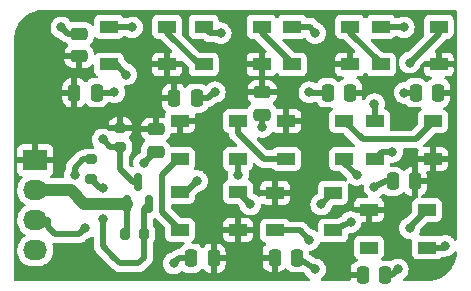
<source format=gbr>
%TF.GenerationSoftware,KiCad,Pcbnew,6.0.7-f9a2dced07~116~ubuntu20.04.1*%
%TF.CreationDate,2022-09-29T18:09:13+00:00*%
%TF.ProjectId,RGB,5247422e-6b69-4636-9164-5f7063625858,rev?*%
%TF.SameCoordinates,Original*%
%TF.FileFunction,Copper,L1,Top*%
%TF.FilePolarity,Positive*%
%FSLAX46Y46*%
G04 Gerber Fmt 4.6, Leading zero omitted, Abs format (unit mm)*
G04 Created by KiCad (PCBNEW 6.0.7-f9a2dced07~116~ubuntu20.04.1) date 2022-09-29 18:09:13*
%MOMM*%
%LPD*%
G01*
G04 APERTURE LIST*
G04 Aperture macros list*
%AMRoundRect*
0 Rectangle with rounded corners*
0 $1 Rounding radius*
0 $2 $3 $4 $5 $6 $7 $8 $9 X,Y pos of 4 corners*
0 Add a 4 corners polygon primitive as box body*
4,1,4,$2,$3,$4,$5,$6,$7,$8,$9,$2,$3,0*
0 Add four circle primitives for the rounded corners*
1,1,$1+$1,$2,$3*
1,1,$1+$1,$4,$5*
1,1,$1+$1,$6,$7*
1,1,$1+$1,$8,$9*
0 Add four rect primitives between the rounded corners*
20,1,$1+$1,$2,$3,$4,$5,0*
20,1,$1+$1,$4,$5,$6,$7,0*
20,1,$1+$1,$6,$7,$8,$9,0*
20,1,$1+$1,$8,$9,$2,$3,0*%
G04 Aperture macros list end*
%TA.AperFunction,SMDPad,CuDef*%
%ADD10RoundRect,0.200000X-0.275000X0.200000X-0.275000X-0.200000X0.275000X-0.200000X0.275000X0.200000X0*%
%TD*%
%TA.AperFunction,SMDPad,CuDef*%
%ADD11RoundRect,0.200000X-0.200000X-0.275000X0.200000X-0.275000X0.200000X0.275000X-0.200000X0.275000X0*%
%TD*%
%TA.AperFunction,SMDPad,CuDef*%
%ADD12RoundRect,0.200000X0.275000X-0.200000X0.275000X0.200000X-0.275000X0.200000X-0.275000X-0.200000X0*%
%TD*%
%TA.AperFunction,SMDPad,CuDef*%
%ADD13RoundRect,0.150000X0.150000X-0.587500X0.150000X0.587500X-0.150000X0.587500X-0.150000X-0.587500X0*%
%TD*%
%TA.AperFunction,ComponentPad*%
%ADD14R,2.030000X1.730000*%
%TD*%
%TA.AperFunction,ComponentPad*%
%ADD15O,2.030000X1.730000*%
%TD*%
%TA.AperFunction,SMDPad,CuDef*%
%ADD16R,1.500000X1.000000*%
%TD*%
%TA.AperFunction,SMDPad,CuDef*%
%ADD17RoundRect,0.250000X-0.250000X-0.475000X0.250000X-0.475000X0.250000X0.475000X-0.250000X0.475000X0*%
%TD*%
%TA.AperFunction,SMDPad,CuDef*%
%ADD18RoundRect,0.250000X0.250000X0.475000X-0.250000X0.475000X-0.250000X-0.475000X0.250000X-0.475000X0*%
%TD*%
%TA.AperFunction,SMDPad,CuDef*%
%ADD19RoundRect,0.250000X-0.475000X0.250000X-0.475000X-0.250000X0.475000X-0.250000X0.475000X0.250000X0*%
%TD*%
%TA.AperFunction,SMDPad,CuDef*%
%ADD20RoundRect,0.250000X0.475000X-0.250000X0.475000X0.250000X-0.475000X0.250000X-0.475000X-0.250000X0*%
%TD*%
%TA.AperFunction,ViaPad*%
%ADD21C,0.800000*%
%TD*%
%TA.AperFunction,Conductor*%
%ADD22C,0.500000*%
%TD*%
%TA.AperFunction,Conductor*%
%ADD23C,1.000000*%
%TD*%
G04 APERTURE END LIST*
D10*
%TO.P,R3,1*%
%TO.N,+5V*%
X114000000Y-89000000D03*
%TO.P,R3,2*%
%TO.N,HV*%
X114000000Y-90650000D03*
%TD*%
D11*
%TO.P,R2,2*%
%TO.N,Net-(Q1-Pad2)*%
X116000000Y-98000000D03*
%TO.P,R2,1*%
%TO.N,+3.3V*%
X114350000Y-98000000D03*
%TD*%
D12*
%TO.P,R1,1*%
%TO.N,Net-(Q1-Pad2)*%
X111500000Y-93325000D03*
%TO.P,R1,2*%
%TO.N,/DIN*%
X111500000Y-91675000D03*
%TD*%
D13*
%TO.P,Q1,1,G*%
%TO.N,+3.3V*%
X114550000Y-95437500D03*
%TO.P,Q1,2,S*%
%TO.N,Net-(Q1-Pad2)*%
X116450000Y-95437500D03*
%TO.P,Q1,3,D*%
%TO.N,HV*%
X115500000Y-93562500D03*
%TD*%
D14*
%TO.P,J1,1,Pin_1*%
%TO.N,+5V*%
X106800000Y-91750000D03*
D15*
%TO.P,J1,2,Pin_2*%
%TO.N,+3.3V*%
X106800000Y-94290000D03*
%TO.P,J1,3,Pin_3*%
%TO.N,/DIN*%
X106800000Y-96830000D03*
%TO.P,J1,4,Pin_4*%
%TO.N,GND*%
X106800000Y-99370000D03*
%TD*%
D16*
%TO.P,D10,1,VDD*%
%TO.N,+5V*%
X140950000Y-83650000D03*
%TO.P,D10,2,DOUT*%
%TO.N,/CON*%
X140950000Y-80450000D03*
%TO.P,D10,3,VSS*%
%TO.N,GND*%
X136050000Y-80450000D03*
%TO.P,D10,4,DIN*%
%TO.N,Net-(D10-Pad4)*%
X136050000Y-83650000D03*
%TD*%
%TO.P,D9,4,DIN*%
%TO.N,Net-(D7-Pad2)*%
X139950000Y-95950000D03*
%TO.P,D9,3,VSS*%
%TO.N,GND*%
X139950000Y-99150000D03*
%TO.P,D9,2,DOUT*%
%TO.N,unconnected-(D9-Pad2)*%
X135050000Y-99150000D03*
%TO.P,D9,1,VDD*%
%TO.N,+5V*%
X135050000Y-95950000D03*
%TD*%
%TO.P,D8,1,VDD*%
%TO.N,+5V*%
X133450000Y-83650000D03*
%TO.P,D8,2,DOUT*%
%TO.N,Net-(D10-Pad4)*%
X133450000Y-80450000D03*
%TO.P,D8,3,VSS*%
%TO.N,GND*%
X128550000Y-80450000D03*
%TO.P,D8,4,DIN*%
%TO.N,Net-(D6-Pad2)*%
X128550000Y-83650000D03*
%TD*%
%TO.P,D7,1,VDD*%
%TO.N,+5V*%
X127115000Y-94505000D03*
%TO.P,D7,2,DOUT*%
%TO.N,Net-(D7-Pad2)*%
X127115000Y-97705000D03*
%TO.P,D7,3,VSS*%
%TO.N,GND*%
X132015000Y-97705000D03*
%TO.P,D7,4,DIN*%
%TO.N,Net-(D5-Pad2)*%
X132015000Y-94505000D03*
%TD*%
%TO.P,D6,1,VDD*%
%TO.N,+5V*%
X125950000Y-83650000D03*
%TO.P,D6,2,DOUT*%
%TO.N,Net-(D6-Pad2)*%
X125950000Y-80450000D03*
%TO.P,D6,3,VSS*%
%TO.N,GND*%
X121050000Y-80450000D03*
%TO.P,D6,4,DIN*%
%TO.N,Net-(D4-Pad2)*%
X121050000Y-83650000D03*
%TD*%
%TO.P,D5,1,VDD*%
%TO.N,+5V*%
X123950000Y-97650000D03*
%TO.P,D5,2,DOUT*%
%TO.N,Net-(D5-Pad2)*%
X123950000Y-94450000D03*
%TO.P,D5,3,VSS*%
%TO.N,GND*%
X119050000Y-94450000D03*
%TO.P,D5,4,DIN*%
%TO.N,Net-(D3-Pad2)*%
X119050000Y-97650000D03*
%TD*%
%TO.P,D4,1,VDD*%
%TO.N,+5V*%
X117950000Y-83650000D03*
%TO.P,D4,2,DOUT*%
%TO.N,Net-(D4-Pad2)*%
X117950000Y-80450000D03*
%TO.P,D4,3,VSS*%
%TO.N,GND*%
X113050000Y-80450000D03*
%TO.P,D4,4,DIN*%
%TO.N,HV*%
X113050000Y-83650000D03*
%TD*%
%TO.P,D3,1,VDD*%
%TO.N,+5V*%
X119050000Y-88450000D03*
%TO.P,D3,2,DOUT*%
%TO.N,Net-(D3-Pad2)*%
X119050000Y-91650000D03*
%TO.P,D3,3,VSS*%
%TO.N,GND*%
X123950000Y-91650000D03*
%TO.P,D3,4,DIN*%
%TO.N,Net-(D2-Pad2)*%
X123950000Y-88450000D03*
%TD*%
%TO.P,D2,1,VDD*%
%TO.N,+5V*%
X128050000Y-88450000D03*
%TO.P,D2,2,DOUT*%
%TO.N,Net-(D2-Pad2)*%
X128050000Y-91650000D03*
%TO.P,D2,3,VSS*%
%TO.N,GND*%
X132950000Y-91650000D03*
%TO.P,D2,4,DIN*%
%TO.N,Net-(D1-Pad2)*%
X132950000Y-88450000D03*
%TD*%
%TO.P,D1,1,VDD*%
%TO.N,+5V*%
X140450000Y-91650000D03*
%TO.P,D1,2,DOUT*%
%TO.N,Net-(D1-Pad2)*%
X140450000Y-88450000D03*
%TO.P,D1,3,VSS*%
%TO.N,GND*%
X135550000Y-88450000D03*
%TO.P,D1,4,DIN*%
%TO.N,/CON*%
X135550000Y-91650000D03*
%TD*%
D17*
%TO.P,C11,2*%
%TO.N,GND*%
X136400000Y-101500000D03*
%TO.P,C11,1*%
%TO.N,+5V*%
X134500000Y-101500000D03*
%TD*%
%TO.P,C10,1*%
%TO.N,+5V*%
X127050000Y-100000000D03*
%TO.P,C10,2*%
%TO.N,GND*%
X128950000Y-100000000D03*
%TD*%
D18*
%TO.P,C9,1*%
%TO.N,+5V*%
X121900000Y-100050000D03*
%TO.P,C9,2*%
%TO.N,GND*%
X120000000Y-100050000D03*
%TD*%
D19*
%TO.P,C8,1*%
%TO.N,+5V*%
X117000000Y-89150000D03*
%TO.P,C8,2*%
%TO.N,GND*%
X117000000Y-91050000D03*
%TD*%
%TO.P,C7,1*%
%TO.N,+5V*%
X126000000Y-86000000D03*
%TO.P,C7,2*%
%TO.N,GND*%
X126000000Y-87900000D03*
%TD*%
D18*
%TO.P,C6,1*%
%TO.N,+5V*%
X138950000Y-93550000D03*
%TO.P,C6,2*%
%TO.N,GND*%
X137050000Y-93550000D03*
%TD*%
%TO.P,C5,2*%
%TO.N,GND*%
X139000000Y-86050000D03*
%TO.P,C5,1*%
%TO.N,+5V*%
X140900000Y-86050000D03*
%TD*%
%TO.P,C4,1*%
%TO.N,+5V*%
X133450000Y-86050000D03*
%TO.P,C4,2*%
%TO.N,GND*%
X131550000Y-86050000D03*
%TD*%
D17*
%TO.P,C3,1*%
%TO.N,+5V*%
X118550000Y-86500000D03*
%TO.P,C3,2*%
%TO.N,GND*%
X120450000Y-86500000D03*
%TD*%
%TO.P,C2,1*%
%TO.N,+5V*%
X110100000Y-86050000D03*
%TO.P,C2,2*%
%TO.N,GND*%
X112000000Y-86050000D03*
%TD*%
D20*
%TO.P,C1,1*%
%TO.N,+5V*%
X110500000Y-82950000D03*
%TO.P,C1,2*%
%TO.N,GND*%
X110500000Y-81050000D03*
%TD*%
D21*
%TO.N,Net-(Q1-Pad2)*%
X112500000Y-94138000D03*
X112500000Y-96737000D03*
%TO.N,/DIN*%
X110123843Y-93034114D03*
X111000000Y-97500000D03*
%TO.N,HV*%
X114500000Y-84500000D03*
X112500000Y-90000000D03*
%TO.N,Net-(D7-Pad2)*%
X138500000Y-97500000D03*
X130000000Y-98500000D03*
%TO.N,Net-(D5-Pad2)*%
X131000000Y-95500000D03*
X125000000Y-95500000D03*
%TO.N,/CON*%
X137000000Y-91049500D03*
X138500000Y-83500000D03*
%TO.N,GND*%
X130500000Y-81000000D03*
X138000000Y-80500000D03*
X130000000Y-86000000D03*
X138050000Y-86050000D03*
X135500000Y-87000000D03*
X124000000Y-93000000D03*
X126000000Y-88950000D03*
X134000000Y-93000000D03*
X135500000Y-94000000D03*
X133500000Y-97000000D03*
X141500000Y-99000000D03*
X137500000Y-101000000D03*
X130500000Y-101000000D03*
X118500000Y-100500000D03*
X120500000Y-93500000D03*
X116000000Y-92000000D03*
X122500000Y-81000000D03*
X122000000Y-86000000D03*
X113500000Y-86000000D03*
X115000000Y-80500000D03*
X109000000Y-80500000D03*
%TD*%
D22*
%TO.N,Net-(D3-Pad2)*%
X117500000Y-96100000D02*
X117500000Y-93000000D01*
X119050000Y-97650000D02*
X117500000Y-96100000D01*
X117500000Y-93000000D02*
X118850000Y-91650000D01*
X118850000Y-91650000D02*
X119050000Y-91650000D01*
%TO.N,Net-(Q1-Pad2)*%
X114000000Y-100500000D02*
X113500000Y-100000000D01*
X112500000Y-99000000D02*
X112500000Y-96737000D01*
X115500000Y-100500000D02*
X114000000Y-100500000D01*
X116000000Y-98000000D02*
X116000000Y-100000000D01*
X116000000Y-100000000D02*
X115500000Y-100500000D01*
X112500000Y-94138000D02*
X112313000Y-94138000D01*
X113500000Y-100000000D02*
X112500000Y-99000000D01*
X112313000Y-94138000D02*
X111500000Y-93325000D01*
%TO.N,/DIN*%
X107909999Y-97409999D02*
X108500000Y-98000000D01*
X107909999Y-96909999D02*
X107909999Y-97409999D01*
X108500000Y-98000000D02*
X110500000Y-98000000D01*
X107830000Y-96830000D02*
X107909999Y-96909999D01*
X110123843Y-93034114D02*
X110123843Y-92376157D01*
X106800000Y-96830000D02*
X107830000Y-96830000D01*
X110500000Y-98000000D02*
X111000000Y-97500000D01*
X110123843Y-92376157D02*
X110825000Y-91675000D01*
X110825000Y-91675000D02*
X111500000Y-91675000D01*
D23*
%TO.N,+3.3V*%
X106800000Y-94290000D02*
X109790000Y-94290000D01*
X110937500Y-95437500D02*
X114550000Y-95437500D01*
X109790000Y-94290000D02*
X110937500Y-95437500D01*
D22*
X114550000Y-95437500D02*
X114550000Y-97800000D01*
X114550000Y-97800000D02*
X114350000Y-98000000D01*
%TO.N,Net-(Q1-Pad2)*%
X116000000Y-98000000D02*
X116000000Y-95887500D01*
X116000000Y-95887500D02*
X116450000Y-95437500D01*
%TO.N,HV*%
X114000000Y-90650000D02*
X113150000Y-90650000D01*
X113150000Y-90650000D02*
X112500000Y-90000000D01*
X113650000Y-83650000D02*
X114500000Y-84500000D01*
X113050000Y-83650000D02*
X113650000Y-83650000D01*
X115062500Y-93562500D02*
X114000000Y-92500000D01*
X115500000Y-93562500D02*
X115062500Y-93562500D01*
X114000000Y-92500000D02*
X114000000Y-90650000D01*
%TO.N,GND*%
X133500000Y-97000000D02*
X132015000Y-97705000D01*
%TO.N,Net-(D7-Pad2)*%
X127115000Y-97705000D02*
X129205000Y-97705000D01*
X129205000Y-97705000D02*
X130000000Y-98500000D01*
X138500000Y-97500000D02*
X138500000Y-97400000D01*
X138500000Y-97400000D02*
X139950000Y-95950000D01*
%TO.N,Net-(D5-Pad2)*%
X123950000Y-94450000D02*
X125000000Y-95500000D01*
X131000000Y-95500000D02*
X131020000Y-95500000D01*
X131020000Y-95500000D02*
X132015000Y-94505000D01*
%TO.N,/CON*%
X137000000Y-91049500D02*
X136150500Y-91049500D01*
X140950000Y-80450000D02*
X140950000Y-81050000D01*
X140950000Y-81050000D02*
X138500000Y-83500000D01*
X136150500Y-91049500D02*
X135550000Y-91650000D01*
%TO.N,Net-(D1-Pad2)*%
X134500000Y-90000000D02*
X139000000Y-90000000D01*
X132950000Y-88450000D02*
X134500000Y-90000000D01*
X139000000Y-90000000D02*
X140450000Y-88550000D01*
X140450000Y-88550000D02*
X140450000Y-88450000D01*
%TO.N,Net-(D2-Pad2)*%
X128050000Y-91650000D02*
X126150000Y-91650000D01*
X126150000Y-91650000D02*
X123950000Y-89450000D01*
X123950000Y-89450000D02*
X123950000Y-88450000D01*
%TO.N,GND*%
X138000000Y-80500000D02*
X136050000Y-80450000D01*
X130500000Y-81000000D02*
X130050000Y-80450000D01*
X130050000Y-80450000D02*
X128550000Y-80450000D01*
%TO.N,Net-(D10-Pad4)*%
X136050000Y-83650000D02*
X136050000Y-83550000D01*
X136050000Y-83550000D02*
X133450000Y-80950000D01*
X133450000Y-80950000D02*
X133450000Y-80450000D01*
%TO.N,Net-(D6-Pad2)*%
X128550000Y-83650000D02*
X128550000Y-83550000D01*
X128550000Y-83550000D02*
X125950000Y-80950000D01*
X125950000Y-80950000D02*
X125950000Y-80450000D01*
%TO.N,Net-(D4-Pad2)*%
X121050000Y-83650000D02*
X120650000Y-83650000D01*
X120650000Y-83650000D02*
X117950000Y-80950000D01*
X117950000Y-80950000D02*
X117950000Y-80450000D01*
%TO.N,GND*%
X130050000Y-86050000D02*
X130000000Y-86000000D01*
X131550000Y-86050000D02*
X130050000Y-86050000D01*
X139000000Y-86050000D02*
X138050000Y-86050000D01*
X138000000Y-86000000D02*
X138050000Y-86050000D01*
X135550000Y-87050000D02*
X135500000Y-87000000D01*
X135550000Y-88450000D02*
X135550000Y-87050000D01*
X123950000Y-92950000D02*
X124000000Y-93000000D01*
X123950000Y-91650000D02*
X123950000Y-92950000D01*
X126000000Y-88000000D02*
X126000000Y-88950000D01*
X132950000Y-91950000D02*
X134000000Y-93000000D01*
X132950000Y-91650000D02*
X132950000Y-91950000D01*
X135500000Y-94000000D02*
X136450000Y-93550000D01*
X136450000Y-93550000D02*
X137050000Y-93550000D01*
X141350000Y-99150000D02*
X141500000Y-99000000D01*
X139950000Y-99150000D02*
X141350000Y-99150000D01*
X137000000Y-101500000D02*
X137500000Y-101000000D01*
X136400000Y-101500000D02*
X137000000Y-101500000D01*
X130500000Y-101000000D02*
X129000000Y-100000000D01*
X129000000Y-100000000D02*
X128950000Y-100000000D01*
X118950000Y-100050000D02*
X118500000Y-100500000D01*
X120000000Y-100050000D02*
X118950000Y-100050000D01*
X119550000Y-94450000D02*
X120500000Y-93500000D01*
X119050000Y-94450000D02*
X119550000Y-94450000D01*
X116950000Y-91050000D02*
X116000000Y-92000000D01*
X117000000Y-91050000D02*
X116950000Y-91050000D01*
X122000000Y-81000000D02*
X122500000Y-81000000D01*
X121050000Y-80450000D02*
X121600000Y-81000000D01*
X121600000Y-81000000D02*
X122000000Y-81000000D01*
X121400000Y-86500000D02*
X121950000Y-85950000D01*
X120450000Y-86500000D02*
X121400000Y-86500000D01*
X113450000Y-86050000D02*
X113500000Y-86000000D01*
X112000000Y-86050000D02*
X113450000Y-86050000D01*
X114950000Y-80450000D02*
X115000000Y-80500000D01*
X113050000Y-80450000D02*
X114950000Y-80450000D01*
X109550000Y-81050000D02*
X109000000Y-80500000D01*
X110500000Y-81050000D02*
X109550000Y-81050000D01*
%TD*%
%TA.AperFunction,Conductor*%
%TO.N,+5V*%
G36*
X142433621Y-79028502D02*
G01*
X142480114Y-79082158D01*
X142491500Y-79134500D01*
X142491500Y-98430091D01*
X142471498Y-98498212D01*
X142417842Y-98544705D01*
X142347568Y-98554809D01*
X142282988Y-98525315D01*
X142256381Y-98493092D01*
X142239040Y-98463056D01*
X142207928Y-98428502D01*
X142115675Y-98326045D01*
X142115674Y-98326044D01*
X142111253Y-98321134D01*
X142012157Y-98249136D01*
X141962094Y-98212763D01*
X141962093Y-98212762D01*
X141956752Y-98208882D01*
X141950724Y-98206198D01*
X141950722Y-98206197D01*
X141788319Y-98133891D01*
X141788318Y-98133891D01*
X141782288Y-98131206D01*
X141688887Y-98111353D01*
X141601944Y-98092872D01*
X141601939Y-98092872D01*
X141595487Y-98091500D01*
X141404513Y-98091500D01*
X141398061Y-98092872D01*
X141398056Y-98092872D01*
X141311113Y-98111353D01*
X141217712Y-98131206D01*
X141055122Y-98203595D01*
X140984757Y-98213029D01*
X140948539Y-98200759D01*
X140946705Y-98199385D01*
X140810316Y-98148255D01*
X140748134Y-98141500D01*
X139396913Y-98141500D01*
X139328792Y-98121498D01*
X139282299Y-98067842D01*
X139272195Y-97997568D01*
X139287794Y-97952500D01*
X139331223Y-97877279D01*
X139331224Y-97877278D01*
X139334527Y-97871556D01*
X139374838Y-97747494D01*
X139391502Y-97696207D01*
X139391502Y-97696205D01*
X139393542Y-97689928D01*
X139401890Y-97610501D01*
X139428903Y-97544844D01*
X139438105Y-97534576D01*
X139977276Y-96995405D01*
X140039588Y-96961379D01*
X140066371Y-96958500D01*
X140748134Y-96958500D01*
X140810316Y-96951745D01*
X140946705Y-96900615D01*
X141063261Y-96813261D01*
X141150615Y-96696705D01*
X141201745Y-96560316D01*
X141208500Y-96498134D01*
X141208500Y-95401866D01*
X141201745Y-95339684D01*
X141150615Y-95203295D01*
X141063261Y-95086739D01*
X140946705Y-94999385D01*
X140810316Y-94948255D01*
X140748134Y-94941500D01*
X139602539Y-94941500D01*
X139534418Y-94921498D01*
X139487925Y-94867842D01*
X139477821Y-94797568D01*
X139507315Y-94732988D01*
X139536236Y-94708356D01*
X139667807Y-94626937D01*
X139679208Y-94617901D01*
X139793739Y-94503171D01*
X139802751Y-94491760D01*
X139887816Y-94353757D01*
X139893963Y-94340576D01*
X139945138Y-94186290D01*
X139948005Y-94172914D01*
X139957672Y-94078562D01*
X139958000Y-94072146D01*
X139958000Y-93822115D01*
X139953525Y-93806876D01*
X139952135Y-93805671D01*
X139944452Y-93804000D01*
X139222115Y-93804000D01*
X139206876Y-93808475D01*
X139205671Y-93809865D01*
X139204000Y-93817548D01*
X139204000Y-94764882D01*
X139210217Y-94786056D01*
X139210216Y-94857053D01*
X139171831Y-94916778D01*
X139102930Y-94946816D01*
X139089684Y-94948255D01*
X138953295Y-94999385D01*
X138836739Y-95086739D01*
X138749385Y-95203295D01*
X138698255Y-95339684D01*
X138691500Y-95401866D01*
X138691500Y-96083629D01*
X138671498Y-96151750D01*
X138654595Y-96172724D01*
X138195294Y-96632025D01*
X138157448Y-96658037D01*
X138049278Y-96706197D01*
X138049276Y-96706198D01*
X138043248Y-96708882D01*
X138037907Y-96712762D01*
X138037906Y-96712763D01*
X138004547Y-96737000D01*
X137888747Y-96821134D01*
X137884326Y-96826044D01*
X137884325Y-96826045D01*
X137777616Y-96944558D01*
X137760960Y-96963056D01*
X137665473Y-97128444D01*
X137606458Y-97310072D01*
X137605768Y-97316633D01*
X137605768Y-97316635D01*
X137590261Y-97464181D01*
X137586496Y-97500000D01*
X137587186Y-97506565D01*
X137605349Y-97679373D01*
X137606458Y-97689928D01*
X137665473Y-97871556D01*
X137668776Y-97877278D01*
X137668777Y-97877279D01*
X137693072Y-97919359D01*
X137760960Y-98036944D01*
X137765378Y-98041851D01*
X137765379Y-98041852D01*
X137855435Y-98141869D01*
X137888747Y-98178866D01*
X137958561Y-98229589D01*
X138029815Y-98281358D01*
X138043248Y-98291118D01*
X138049276Y-98293802D01*
X138049278Y-98293803D01*
X138134251Y-98331635D01*
X138217712Y-98368794D01*
X138308323Y-98388054D01*
X138398056Y-98407128D01*
X138398061Y-98407128D01*
X138404513Y-98408500D01*
X138572077Y-98408500D01*
X138640198Y-98428502D01*
X138686691Y-98482158D01*
X138697340Y-98548108D01*
X138691500Y-98601866D01*
X138691500Y-99698134D01*
X138698255Y-99760316D01*
X138749385Y-99896705D01*
X138836739Y-100013261D01*
X138953295Y-100100615D01*
X139089684Y-100151745D01*
X139151866Y-100158500D01*
X140748134Y-100158500D01*
X140810316Y-100151745D01*
X140946705Y-100100615D01*
X141063261Y-100013261D01*
X141103976Y-99958935D01*
X141160835Y-99916420D01*
X141204802Y-99908500D01*
X141282930Y-99908500D01*
X141301880Y-99909933D01*
X141316115Y-99912099D01*
X141316119Y-99912099D01*
X141323349Y-99913199D01*
X141330641Y-99912606D01*
X141330644Y-99912606D01*
X141376018Y-99908915D01*
X141386233Y-99908500D01*
X141394293Y-99908500D01*
X141395389Y-99908372D01*
X141404513Y-99908585D01*
X141404513Y-99908500D01*
X141595487Y-99908500D01*
X141601939Y-99907128D01*
X141601944Y-99907128D01*
X141713036Y-99883514D01*
X141782288Y-99868794D01*
X141837285Y-99844308D01*
X141950722Y-99793803D01*
X141950724Y-99793802D01*
X141956752Y-99791118D01*
X142111253Y-99678866D01*
X142127595Y-99660716D01*
X142234621Y-99541852D01*
X142234622Y-99541851D01*
X142239040Y-99536944D01*
X142242339Y-99531231D01*
X142242342Y-99531226D01*
X142248323Y-99520865D01*
X142251400Y-99515536D01*
X142302781Y-99466543D01*
X142372494Y-99453105D01*
X142438405Y-99479491D01*
X142479588Y-99537322D01*
X142486289Y-99586143D01*
X142473794Y-99792710D01*
X142471960Y-99807814D01*
X142421488Y-100083238D01*
X142420477Y-100088754D01*
X142416836Y-100103526D01*
X142334731Y-100367012D01*
X142331859Y-100376227D01*
X142326466Y-100390445D01*
X142209243Y-100650906D01*
X142202172Y-100664379D01*
X142054405Y-100908813D01*
X142045762Y-100921334D01*
X141869615Y-101146171D01*
X141859525Y-101157560D01*
X141657560Y-101359525D01*
X141646172Y-101369614D01*
X141608889Y-101398824D01*
X141421334Y-101545762D01*
X141408813Y-101554405D01*
X141164379Y-101702172D01*
X141150908Y-101709242D01*
X140890445Y-101826466D01*
X140876231Y-101831858D01*
X140689784Y-101889957D01*
X140603527Y-101916836D01*
X140588760Y-101920475D01*
X140409564Y-101953314D01*
X140307814Y-101971960D01*
X140292710Y-101973794D01*
X140042096Y-101988953D01*
X140015284Y-101987692D01*
X140015148Y-101987690D01*
X140006276Y-101986309D01*
X139997374Y-101987473D01*
X139997372Y-101987473D01*
X139982323Y-101989441D01*
X139974714Y-101990436D01*
X139958379Y-101991500D01*
X138068738Y-101991500D01*
X138000617Y-101971498D01*
X137954124Y-101917842D01*
X137944020Y-101847568D01*
X137973514Y-101782988D01*
X137994677Y-101763564D01*
X138079175Y-101702172D01*
X138111253Y-101678866D01*
X138239040Y-101536944D01*
X138313197Y-101408500D01*
X138331223Y-101377279D01*
X138331224Y-101377278D01*
X138334527Y-101371556D01*
X138393542Y-101189928D01*
X138394317Y-101182561D01*
X138412814Y-101006565D01*
X138413504Y-101000000D01*
X138411988Y-100985572D01*
X138394232Y-100816635D01*
X138394232Y-100816633D01*
X138393542Y-100810072D01*
X138334527Y-100628444D01*
X138330426Y-100621340D01*
X138268647Y-100514337D01*
X138239040Y-100463056D01*
X138174741Y-100391644D01*
X138115675Y-100326045D01*
X138115674Y-100326044D01*
X138111253Y-100321134D01*
X137956752Y-100208882D01*
X137950724Y-100206198D01*
X137950722Y-100206197D01*
X137788319Y-100133891D01*
X137788318Y-100133891D01*
X137782288Y-100131206D01*
X137688887Y-100111353D01*
X137601944Y-100092872D01*
X137601939Y-100092872D01*
X137595487Y-100091500D01*
X137404513Y-100091500D01*
X137398061Y-100092872D01*
X137398056Y-100092872D01*
X137311113Y-100111353D01*
X137217712Y-100131206D01*
X137211682Y-100133891D01*
X137211681Y-100133891D01*
X137049278Y-100206197D01*
X137049276Y-100206198D01*
X137043248Y-100208882D01*
X137037907Y-100212762D01*
X137037906Y-100212763D01*
X136956299Y-100272054D01*
X136889431Y-100295913D01*
X136842573Y-100289711D01*
X136804861Y-100277203D01*
X136798025Y-100276503D01*
X136798022Y-100276502D01*
X136754607Y-100272054D01*
X136700400Y-100266500D01*
X136203583Y-100266500D01*
X136135462Y-100246498D01*
X136088969Y-100192842D01*
X136078865Y-100122568D01*
X136108359Y-100057988D01*
X136128018Y-100039674D01*
X136156081Y-100018642D01*
X136163261Y-100013261D01*
X136250615Y-99896705D01*
X136301745Y-99760316D01*
X136308500Y-99698134D01*
X136308500Y-98601866D01*
X136301745Y-98539684D01*
X136250615Y-98403295D01*
X136163261Y-98286739D01*
X136046705Y-98199385D01*
X135910316Y-98148255D01*
X135848134Y-98141500D01*
X134251866Y-98141500D01*
X134189684Y-98148255D01*
X134053295Y-98199385D01*
X133936739Y-98286739D01*
X133849385Y-98403295D01*
X133798255Y-98539684D01*
X133791500Y-98601866D01*
X133791500Y-99698134D01*
X133798255Y-99760316D01*
X133849385Y-99896705D01*
X133936739Y-100013261D01*
X133943919Y-100018642D01*
X133943920Y-100018643D01*
X134037108Y-100088484D01*
X134079623Y-100145344D01*
X134084648Y-100216162D01*
X134050589Y-100278455D01*
X134001419Y-100308834D01*
X133933216Y-100331588D01*
X133920038Y-100337761D01*
X133782193Y-100423063D01*
X133770792Y-100432099D01*
X133656261Y-100546829D01*
X133647249Y-100558240D01*
X133562184Y-100696243D01*
X133556037Y-100709424D01*
X133504862Y-100863710D01*
X133501995Y-100877086D01*
X133492328Y-100971438D01*
X133492000Y-100977855D01*
X133492000Y-101227885D01*
X133496475Y-101243124D01*
X133497865Y-101244329D01*
X133505548Y-101246000D01*
X134628000Y-101246000D01*
X134696121Y-101266002D01*
X134742614Y-101319658D01*
X134754000Y-101372000D01*
X134754000Y-101628000D01*
X134733998Y-101696121D01*
X134680342Y-101742614D01*
X134628000Y-101754000D01*
X133510116Y-101754000D01*
X133494877Y-101758475D01*
X133493672Y-101759865D01*
X133492001Y-101767548D01*
X133492001Y-101865500D01*
X133471999Y-101933621D01*
X133418343Y-101980114D01*
X133366001Y-101991500D01*
X131068738Y-101991500D01*
X131000617Y-101971498D01*
X130954124Y-101917842D01*
X130944020Y-101847568D01*
X130973514Y-101782988D01*
X130994677Y-101763564D01*
X131079175Y-101702172D01*
X131111253Y-101678866D01*
X131239040Y-101536944D01*
X131313197Y-101408500D01*
X131331223Y-101377279D01*
X131331224Y-101377278D01*
X131334527Y-101371556D01*
X131393542Y-101189928D01*
X131394317Y-101182561D01*
X131412814Y-101006565D01*
X131413504Y-101000000D01*
X131411988Y-100985572D01*
X131394232Y-100816635D01*
X131394232Y-100816633D01*
X131393542Y-100810072D01*
X131334527Y-100628444D01*
X131330426Y-100621340D01*
X131268647Y-100514337D01*
X131239040Y-100463056D01*
X131174741Y-100391644D01*
X131115675Y-100326045D01*
X131115674Y-100326044D01*
X131111253Y-100321134D01*
X130956752Y-100208882D01*
X130950724Y-100206198D01*
X130950722Y-100206197D01*
X130788319Y-100133891D01*
X130788318Y-100133891D01*
X130782288Y-100131206D01*
X130688887Y-100111353D01*
X130601944Y-100092872D01*
X130601939Y-100092872D01*
X130595487Y-100091500D01*
X130542804Y-100091500D01*
X130472912Y-100070338D01*
X130014608Y-99764802D01*
X129969023Y-99710373D01*
X129958500Y-99659964D01*
X129958500Y-99534500D01*
X129978502Y-99466379D01*
X130032158Y-99419886D01*
X130084500Y-99408500D01*
X130095487Y-99408500D01*
X130101939Y-99407128D01*
X130101944Y-99407128D01*
X130188887Y-99388647D01*
X130282288Y-99368794D01*
X130293707Y-99363710D01*
X130450722Y-99293803D01*
X130450724Y-99293802D01*
X130456752Y-99291118D01*
X130611253Y-99178866D01*
X130669275Y-99114426D01*
X130734621Y-99041852D01*
X130734622Y-99041851D01*
X130739040Y-99036944D01*
X130829236Y-98880721D01*
X130831223Y-98877279D01*
X130831224Y-98877278D01*
X130834527Y-98871556D01*
X130876317Y-98742939D01*
X130916391Y-98684334D01*
X130981787Y-98656697D01*
X131040379Y-98663894D01*
X131154684Y-98706745D01*
X131216866Y-98713500D01*
X132813134Y-98713500D01*
X132875316Y-98706745D01*
X133011705Y-98655615D01*
X133128261Y-98568261D01*
X133215615Y-98451705D01*
X133266745Y-98315316D01*
X133273500Y-98253134D01*
X133273500Y-98033973D01*
X133293502Y-97965852D01*
X133347158Y-97919359D01*
X133404513Y-97909996D01*
X133404513Y-97908500D01*
X133595487Y-97908500D01*
X133601939Y-97907128D01*
X133601944Y-97907128D01*
X133688888Y-97888647D01*
X133782288Y-97868794D01*
X133790201Y-97865271D01*
X133950722Y-97793803D01*
X133950724Y-97793802D01*
X133956752Y-97791118D01*
X134111253Y-97678866D01*
X134172809Y-97610501D01*
X134234621Y-97541852D01*
X134234622Y-97541851D01*
X134239040Y-97536944D01*
X134303784Y-97424804D01*
X134331223Y-97377279D01*
X134331224Y-97377278D01*
X134334527Y-97371556D01*
X134393542Y-97189928D01*
X134394232Y-97183365D01*
X134406060Y-97070829D01*
X134433073Y-97005172D01*
X134491295Y-96964543D01*
X134531370Y-96958000D01*
X134777885Y-96958000D01*
X134793124Y-96953525D01*
X134794329Y-96952135D01*
X134796000Y-96944452D01*
X134796000Y-96939884D01*
X135304000Y-96939884D01*
X135308475Y-96955123D01*
X135309865Y-96956328D01*
X135317548Y-96957999D01*
X135844669Y-96957999D01*
X135851490Y-96957629D01*
X135902352Y-96952105D01*
X135917604Y-96948479D01*
X136038054Y-96903324D01*
X136053649Y-96894786D01*
X136155724Y-96818285D01*
X136168285Y-96805724D01*
X136244786Y-96703649D01*
X136253324Y-96688054D01*
X136298478Y-96567606D01*
X136302105Y-96552351D01*
X136307631Y-96501486D01*
X136308000Y-96494672D01*
X136308000Y-96222115D01*
X136303525Y-96206876D01*
X136302135Y-96205671D01*
X136294452Y-96204000D01*
X135322115Y-96204000D01*
X135306876Y-96208475D01*
X135305671Y-96209865D01*
X135304000Y-96217548D01*
X135304000Y-96939884D01*
X134796000Y-96939884D01*
X134796000Y-96222115D01*
X134791525Y-96206876D01*
X134790135Y-96205671D01*
X134782452Y-96204000D01*
X133972570Y-96204000D01*
X133921322Y-96193107D01*
X133788323Y-96133892D01*
X133788315Y-96133889D01*
X133782288Y-96131206D01*
X133688887Y-96111353D01*
X133601944Y-96092872D01*
X133601939Y-96092872D01*
X133595487Y-96091500D01*
X133404513Y-96091500D01*
X133398061Y-96092872D01*
X133398056Y-96092872D01*
X133311113Y-96111353D01*
X133217712Y-96131206D01*
X133211682Y-96133891D01*
X133211681Y-96133891D01*
X133049278Y-96206197D01*
X133049276Y-96206198D01*
X133043248Y-96208882D01*
X132888747Y-96321134D01*
X132884326Y-96326044D01*
X132884325Y-96326045D01*
X132783999Y-96437469D01*
X132760960Y-96463056D01*
X132742277Y-96495416D01*
X132687195Y-96546240D01*
X132396335Y-96684324D01*
X132342298Y-96696500D01*
X131216866Y-96696500D01*
X131154684Y-96703255D01*
X131018295Y-96754385D01*
X130901739Y-96841739D01*
X130814385Y-96958295D01*
X130763255Y-97094684D01*
X130756500Y-97156866D01*
X130756500Y-97679373D01*
X130736498Y-97747494D01*
X130682842Y-97793987D01*
X130612568Y-97804091D01*
X130556439Y-97781309D01*
X130462094Y-97712763D01*
X130462093Y-97712762D01*
X130456752Y-97708882D01*
X130450724Y-97706198D01*
X130450722Y-97706197D01*
X130288319Y-97633891D01*
X130288318Y-97633891D01*
X130282288Y-97631206D01*
X130275833Y-97629834D01*
X130275824Y-97629831D01*
X130219228Y-97617801D01*
X130156331Y-97583650D01*
X129788770Y-97216089D01*
X129776384Y-97201677D01*
X129767851Y-97190082D01*
X129767846Y-97190077D01*
X129763508Y-97184182D01*
X129757930Y-97179443D01*
X129757927Y-97179440D01*
X129723232Y-97149965D01*
X129715716Y-97143035D01*
X129710021Y-97137340D01*
X129691543Y-97122721D01*
X129687749Y-97119719D01*
X129684345Y-97116928D01*
X129634297Y-97074409D01*
X129634295Y-97074408D01*
X129628715Y-97069667D01*
X129622199Y-97066339D01*
X129617150Y-97062972D01*
X129612021Y-97059805D01*
X129606284Y-97055266D01*
X129540125Y-97024345D01*
X129536225Y-97022439D01*
X129524244Y-97016321D01*
X129471192Y-96989231D01*
X129464084Y-96987492D01*
X129458441Y-96985393D01*
X129452678Y-96983476D01*
X129446050Y-96980378D01*
X129374583Y-96965513D01*
X129370299Y-96964543D01*
X129364222Y-96963056D01*
X129299390Y-96947192D01*
X129293788Y-96946844D01*
X129293785Y-96946844D01*
X129288236Y-96946500D01*
X129288238Y-96946464D01*
X129284245Y-96946225D01*
X129280053Y-96945851D01*
X129272885Y-96944360D01*
X129206675Y-96946151D01*
X129195479Y-96946454D01*
X129192072Y-96946500D01*
X128369802Y-96946500D01*
X128301681Y-96926498D01*
X128268976Y-96896065D01*
X128228261Y-96841739D01*
X128111705Y-96754385D01*
X127975316Y-96703255D01*
X127913134Y-96696500D01*
X126316866Y-96696500D01*
X126254684Y-96703255D01*
X126118295Y-96754385D01*
X126001739Y-96841739D01*
X125914385Y-96958295D01*
X125863255Y-97094684D01*
X125856500Y-97156866D01*
X125856500Y-98253134D01*
X125863255Y-98315316D01*
X125914385Y-98451705D01*
X126001739Y-98568261D01*
X126118295Y-98655615D01*
X126254684Y-98706745D01*
X126262540Y-98707598D01*
X126270222Y-98709425D01*
X126269589Y-98712087D01*
X126323022Y-98734293D01*
X126363444Y-98792659D01*
X126365894Y-98863613D01*
X126329595Y-98924629D01*
X126322108Y-98931055D01*
X126320797Y-98932094D01*
X126206261Y-99046829D01*
X126197249Y-99058240D01*
X126112184Y-99196243D01*
X126106037Y-99209424D01*
X126054862Y-99363710D01*
X126051995Y-99377086D01*
X126042328Y-99471438D01*
X126042000Y-99477855D01*
X126042000Y-99727885D01*
X126046475Y-99743124D01*
X126047865Y-99744329D01*
X126055548Y-99746000D01*
X127178000Y-99746000D01*
X127246121Y-99766002D01*
X127292614Y-99819658D01*
X127304000Y-99872000D01*
X127304000Y-101214884D01*
X127308475Y-101230123D01*
X127309865Y-101231328D01*
X127317548Y-101232999D01*
X127347095Y-101232999D01*
X127353614Y-101232662D01*
X127449206Y-101222743D01*
X127462600Y-101219851D01*
X127616784Y-101168412D01*
X127629962Y-101162239D01*
X127767807Y-101076937D01*
X127779208Y-101067901D01*
X127893738Y-100953172D01*
X127900794Y-100944238D01*
X127958712Y-100903177D01*
X128029635Y-100899947D01*
X128091046Y-100935574D01*
X128097846Y-100943407D01*
X128101522Y-100949348D01*
X128226697Y-101074305D01*
X128232927Y-101078145D01*
X128232928Y-101078146D01*
X128370288Y-101162816D01*
X128377262Y-101167115D01*
X128457005Y-101193564D01*
X128538611Y-101220632D01*
X128538613Y-101220632D01*
X128545139Y-101222797D01*
X128551975Y-101223497D01*
X128551978Y-101223498D01*
X128594798Y-101227885D01*
X128649600Y-101233500D01*
X129250400Y-101233500D01*
X129253646Y-101233163D01*
X129253650Y-101233163D01*
X129349308Y-101223238D01*
X129349312Y-101223237D01*
X129356166Y-101222526D01*
X129362702Y-101220345D01*
X129362704Y-101220345D01*
X129371147Y-101217528D01*
X129442097Y-101214944D01*
X129480912Y-101232212D01*
X129625857Y-101328841D01*
X129663070Y-101372944D01*
X129665473Y-101371556D01*
X129760960Y-101536944D01*
X129888747Y-101678866D01*
X129920825Y-101702172D01*
X130005323Y-101763564D01*
X130048677Y-101819787D01*
X130054752Y-101890523D01*
X130021620Y-101953314D01*
X129959800Y-101988226D01*
X129931262Y-101991500D01*
X105134500Y-101991500D01*
X105066379Y-101971498D01*
X105019886Y-101917842D01*
X105008500Y-101865500D01*
X105008500Y-99305065D01*
X105273064Y-99305065D01*
X105281809Y-99537993D01*
X105329674Y-99766117D01*
X105331632Y-99771076D01*
X105331633Y-99771078D01*
X105351401Y-99821134D01*
X105415292Y-99982914D01*
X105419870Y-99990458D01*
X105527263Y-100167437D01*
X105536213Y-100182187D01*
X105539708Y-100186215D01*
X105539709Y-100186216D01*
X105672279Y-100338988D01*
X105688982Y-100358237D01*
X105693113Y-100361624D01*
X105865100Y-100502646D01*
X105865106Y-100502650D01*
X105869228Y-100506030D01*
X106071800Y-100621340D01*
X106076816Y-100623161D01*
X106076821Y-100623163D01*
X106285888Y-100699051D01*
X106285892Y-100699052D01*
X106290903Y-100700871D01*
X106296152Y-100701820D01*
X106296155Y-100701821D01*
X106516191Y-100741610D01*
X106516198Y-100741611D01*
X106520275Y-100742348D01*
X106538199Y-100743193D01*
X106543214Y-100743430D01*
X106543221Y-100743430D01*
X106544702Y-100743500D01*
X107008527Y-100743500D01*
X107182257Y-100728759D01*
X107187421Y-100727419D01*
X107187425Y-100727418D01*
X107402708Y-100671541D01*
X107402712Y-100671539D01*
X107407873Y-100670200D01*
X107450704Y-100650906D01*
X107615536Y-100576655D01*
X107615539Y-100576654D01*
X107620397Y-100574465D01*
X107624974Y-100571384D01*
X107698185Y-100522095D01*
X107813752Y-100444291D01*
X107826533Y-100432099D01*
X107931895Y-100331588D01*
X107982410Y-100283399D01*
X107986089Y-100278455D01*
X108118362Y-100100673D01*
X108121548Y-100096391D01*
X108125416Y-100088785D01*
X108177140Y-99987050D01*
X108227188Y-99888612D01*
X108296310Y-99666005D01*
X108300922Y-99631206D01*
X108326236Y-99440219D01*
X108326236Y-99440215D01*
X108326936Y-99434935D01*
X108318191Y-99202007D01*
X108270326Y-98973883D01*
X108250875Y-98924629D01*
X108250871Y-98924620D01*
X108244453Y-98853914D01*
X108277280Y-98790962D01*
X108338931Y-98755752D01*
X108394566Y-98755936D01*
X108394612Y-98755630D01*
X108396667Y-98755943D01*
X108398004Y-98755947D01*
X108398856Y-98756155D01*
X108405610Y-98757808D01*
X108411212Y-98758156D01*
X108411215Y-98758156D01*
X108416764Y-98758500D01*
X108416762Y-98758536D01*
X108420755Y-98758775D01*
X108424947Y-98759149D01*
X108432115Y-98760640D01*
X108509520Y-98758546D01*
X108512928Y-98758500D01*
X110432930Y-98758500D01*
X110451880Y-98759933D01*
X110466115Y-98762099D01*
X110466119Y-98762099D01*
X110473349Y-98763199D01*
X110480641Y-98762606D01*
X110480644Y-98762606D01*
X110526018Y-98758915D01*
X110536233Y-98758500D01*
X110544293Y-98758500D01*
X110561680Y-98756473D01*
X110572507Y-98755211D01*
X110576882Y-98754778D01*
X110642339Y-98749454D01*
X110642342Y-98749453D01*
X110649637Y-98748860D01*
X110656601Y-98746604D01*
X110662560Y-98745413D01*
X110668415Y-98744029D01*
X110675681Y-98743182D01*
X110744327Y-98718265D01*
X110748455Y-98716848D01*
X110810936Y-98696607D01*
X110810938Y-98696606D01*
X110817899Y-98694351D01*
X110824154Y-98690555D01*
X110829628Y-98688049D01*
X110835058Y-98685330D01*
X110841937Y-98682833D01*
X110871675Y-98663336D01*
X110902976Y-98642814D01*
X110906680Y-98640477D01*
X110969107Y-98602595D01*
X110977484Y-98595197D01*
X110977508Y-98595224D01*
X110980500Y-98592571D01*
X110983733Y-98589868D01*
X110989852Y-98585856D01*
X111043128Y-98529617D01*
X111045506Y-98527175D01*
X111156331Y-98416350D01*
X111219228Y-98382199D01*
X111275824Y-98370169D01*
X111275833Y-98370166D01*
X111282288Y-98368794D01*
X111365749Y-98331635D01*
X111450722Y-98293803D01*
X111450724Y-98293802D01*
X111456752Y-98291118D01*
X111470186Y-98281358D01*
X111541439Y-98229589D01*
X111608307Y-98205731D01*
X111677458Y-98221811D01*
X111726938Y-98272725D01*
X111741500Y-98331525D01*
X111741500Y-98932930D01*
X111740067Y-98951880D01*
X111736801Y-98973349D01*
X111737394Y-98980641D01*
X111737394Y-98980644D01*
X111741085Y-99026018D01*
X111741500Y-99036233D01*
X111741500Y-99044293D01*
X111742363Y-99051697D01*
X111744789Y-99072507D01*
X111745222Y-99076882D01*
X111748057Y-99111730D01*
X111751140Y-99149637D01*
X111753396Y-99156601D01*
X111754587Y-99162560D01*
X111755971Y-99168415D01*
X111756818Y-99175681D01*
X111781735Y-99244327D01*
X111783152Y-99248455D01*
X111799780Y-99299781D01*
X111805649Y-99317899D01*
X111809445Y-99324154D01*
X111811951Y-99329628D01*
X111814670Y-99335057D01*
X111817167Y-99341937D01*
X111857195Y-99402990D01*
X111859513Y-99406663D01*
X111861254Y-99409533D01*
X111894496Y-99464314D01*
X111894499Y-99464318D01*
X111897405Y-99469107D01*
X111901114Y-99473306D01*
X111901117Y-99473311D01*
X111904803Y-99477484D01*
X111904776Y-99477508D01*
X111907429Y-99480500D01*
X111910132Y-99483733D01*
X111914144Y-99489852D01*
X111946373Y-99520383D01*
X111970383Y-99543128D01*
X111972825Y-99545506D01*
X113416230Y-100988911D01*
X113428616Y-101003323D01*
X113437149Y-101014918D01*
X113437154Y-101014923D01*
X113441492Y-101020818D01*
X113447070Y-101025557D01*
X113447073Y-101025560D01*
X113481768Y-101055035D01*
X113489284Y-101061965D01*
X113494980Y-101067661D01*
X113497841Y-101069924D01*
X113497846Y-101069929D01*
X113517266Y-101085293D01*
X113520667Y-101088082D01*
X113576285Y-101135333D01*
X113582798Y-101138659D01*
X113587837Y-101142020D01*
X113592979Y-101145196D01*
X113598716Y-101149734D01*
X113664875Y-101180655D01*
X113668769Y-101182558D01*
X113733808Y-101215769D01*
X113740917Y-101217508D01*
X113746551Y-101219604D01*
X113752321Y-101221523D01*
X113758950Y-101224622D01*
X113766113Y-101226112D01*
X113766116Y-101226113D01*
X113800054Y-101233172D01*
X113830435Y-101239491D01*
X113834701Y-101240457D01*
X113905610Y-101257808D01*
X113911212Y-101258156D01*
X113911215Y-101258156D01*
X113916764Y-101258500D01*
X113916762Y-101258535D01*
X113920734Y-101258775D01*
X113924955Y-101259152D01*
X113932115Y-101260641D01*
X114009542Y-101258546D01*
X114012950Y-101258500D01*
X115432930Y-101258500D01*
X115451880Y-101259933D01*
X115466115Y-101262099D01*
X115466119Y-101262099D01*
X115473349Y-101263199D01*
X115480641Y-101262606D01*
X115480644Y-101262606D01*
X115526018Y-101258915D01*
X115536233Y-101258500D01*
X115544293Y-101258500D01*
X115561680Y-101256473D01*
X115572507Y-101255211D01*
X115576882Y-101254778D01*
X115642339Y-101249454D01*
X115642342Y-101249453D01*
X115649637Y-101248860D01*
X115656601Y-101246604D01*
X115662560Y-101245413D01*
X115668415Y-101244029D01*
X115675681Y-101243182D01*
X115744327Y-101218265D01*
X115748455Y-101216848D01*
X115810936Y-101196607D01*
X115810938Y-101196606D01*
X115817899Y-101194351D01*
X115824154Y-101190555D01*
X115829628Y-101188049D01*
X115835058Y-101185330D01*
X115841937Y-101182833D01*
X115863092Y-101168963D01*
X115902976Y-101142814D01*
X115906680Y-101140477D01*
X115969107Y-101102595D01*
X115977484Y-101095197D01*
X115977508Y-101095224D01*
X115980500Y-101092571D01*
X115983733Y-101089868D01*
X115989852Y-101085856D01*
X116043128Y-101029617D01*
X116045506Y-101027175D01*
X116488911Y-100583770D01*
X116503323Y-100571384D01*
X116514918Y-100562851D01*
X116514923Y-100562846D01*
X116520818Y-100558508D01*
X116525557Y-100552930D01*
X116525560Y-100552927D01*
X116555035Y-100518232D01*
X116561965Y-100510716D01*
X116567661Y-100505020D01*
X116569924Y-100502159D01*
X116569929Y-100502154D01*
X116585293Y-100482734D01*
X116588082Y-100479333D01*
X116589743Y-100477378D01*
X116635333Y-100423715D01*
X116638659Y-100417202D01*
X116642020Y-100412163D01*
X116645196Y-100407021D01*
X116649734Y-100401284D01*
X116680655Y-100335125D01*
X116682561Y-100331225D01*
X116689545Y-100317548D01*
X116715769Y-100266192D01*
X116717508Y-100259083D01*
X116719604Y-100253449D01*
X116721523Y-100247679D01*
X116724622Y-100241050D01*
X116739491Y-100169565D01*
X116740461Y-100165282D01*
X116740703Y-100164293D01*
X116757808Y-100094390D01*
X116758175Y-100088484D01*
X116758500Y-100083236D01*
X116758535Y-100083238D01*
X116758775Y-100079266D01*
X116759152Y-100075045D01*
X116760641Y-100067885D01*
X116758546Y-99990458D01*
X116758500Y-99987050D01*
X116758500Y-98755743D01*
X116776724Y-98690472D01*
X116850472Y-98568699D01*
X116852860Y-98561081D01*
X116877592Y-98482158D01*
X116901753Y-98405062D01*
X116908500Y-98331635D01*
X116908499Y-97668366D01*
X116901753Y-97594938D01*
X116892724Y-97566127D01*
X116852744Y-97438550D01*
X116852743Y-97438548D01*
X116850472Y-97431301D01*
X116776724Y-97309527D01*
X116758500Y-97244257D01*
X116758500Y-96759283D01*
X116778502Y-96691162D01*
X116832158Y-96644669D01*
X116849341Y-96638288D01*
X116863599Y-96634146D01*
X116864254Y-96636398D01*
X116923011Y-96629139D01*
X116991699Y-96664380D01*
X117754595Y-97427276D01*
X117788621Y-97489588D01*
X117791500Y-97516371D01*
X117791500Y-98198134D01*
X117798255Y-98260316D01*
X117849385Y-98396705D01*
X117936739Y-98513261D01*
X118053295Y-98600615D01*
X118189684Y-98651745D01*
X118251866Y-98658500D01*
X119346510Y-98658500D01*
X119414631Y-98678502D01*
X119461124Y-98732158D01*
X119471228Y-98802432D01*
X119441734Y-98867012D01*
X119412814Y-98891643D01*
X119275652Y-98976522D01*
X119150695Y-99101697D01*
X119146855Y-99107927D01*
X119146854Y-99107928D01*
X119142849Y-99114426D01*
X119096309Y-99189928D01*
X119073229Y-99227370D01*
X119020457Y-99274863D01*
X118976184Y-99286839D01*
X118923982Y-99291085D01*
X118913767Y-99291500D01*
X118905707Y-99291500D01*
X118892417Y-99293049D01*
X118877493Y-99294789D01*
X118873118Y-99295222D01*
X118807661Y-99300546D01*
X118807658Y-99300547D01*
X118800363Y-99301140D01*
X118793399Y-99303396D01*
X118787440Y-99304587D01*
X118781585Y-99305971D01*
X118774319Y-99306818D01*
X118705673Y-99331735D01*
X118701545Y-99333152D01*
X118639064Y-99353393D01*
X118639062Y-99353394D01*
X118632101Y-99355649D01*
X118625846Y-99359445D01*
X118620372Y-99361951D01*
X118614942Y-99364670D01*
X118608063Y-99367167D01*
X118601943Y-99371180D01*
X118601942Y-99371180D01*
X118547024Y-99407186D01*
X118543320Y-99409523D01*
X118480893Y-99447405D01*
X118472516Y-99454803D01*
X118472492Y-99454776D01*
X118469500Y-99457429D01*
X118466267Y-99460132D01*
X118460148Y-99464144D01*
X118431028Y-99494884D01*
X118406872Y-99520383D01*
X118404494Y-99522825D01*
X118343669Y-99583650D01*
X118280772Y-99617801D01*
X118224176Y-99629831D01*
X118224167Y-99629834D01*
X118217712Y-99631206D01*
X118211682Y-99633891D01*
X118211681Y-99633891D01*
X118049278Y-99706197D01*
X118049276Y-99706198D01*
X118043248Y-99708882D01*
X118037907Y-99712762D01*
X118037906Y-99712763D01*
X118017764Y-99727397D01*
X117888747Y-99821134D01*
X117884326Y-99826044D01*
X117884325Y-99826045D01*
X117820703Y-99896705D01*
X117760960Y-99963056D01*
X117706151Y-100057988D01*
X117668866Y-100122568D01*
X117665473Y-100128444D01*
X117606458Y-100310072D01*
X117605768Y-100316633D01*
X117605768Y-100316635D01*
X117597872Y-100391760D01*
X117586496Y-100500000D01*
X117587186Y-100506565D01*
X117604385Y-100670200D01*
X117606458Y-100689928D01*
X117665473Y-100871556D01*
X117668776Y-100877278D01*
X117668777Y-100877279D01*
X117683729Y-100903177D01*
X117760960Y-101036944D01*
X117765378Y-101041851D01*
X117765379Y-101041852D01*
X117874709Y-101163275D01*
X117888747Y-101178866D01*
X117972800Y-101239934D01*
X118032075Y-101283000D01*
X118043248Y-101291118D01*
X118049276Y-101293802D01*
X118049278Y-101293803D01*
X118209799Y-101365271D01*
X118217712Y-101368794D01*
X118311113Y-101388647D01*
X118398056Y-101407128D01*
X118398061Y-101407128D01*
X118404513Y-101408500D01*
X118595487Y-101408500D01*
X118601939Y-101407128D01*
X118601944Y-101407128D01*
X118688888Y-101388647D01*
X118782288Y-101368794D01*
X118790201Y-101365271D01*
X118950722Y-101293803D01*
X118950724Y-101293802D01*
X118956752Y-101291118D01*
X118967238Y-101283500D01*
X119105793Y-101182833D01*
X119111253Y-101178866D01*
X119115664Y-101173967D01*
X119115674Y-101173958D01*
X119131590Y-101156281D01*
X119192036Y-101119042D01*
X119263020Y-101120394D01*
X119291341Y-101133332D01*
X119421032Y-101213275D01*
X119427262Y-101217115D01*
X119474135Y-101232662D01*
X119588611Y-101270632D01*
X119588613Y-101270632D01*
X119595139Y-101272797D01*
X119601975Y-101273497D01*
X119601978Y-101273498D01*
X119645031Y-101277909D01*
X119699600Y-101283500D01*
X120300400Y-101283500D01*
X120303646Y-101283163D01*
X120303650Y-101283163D01*
X120399308Y-101273238D01*
X120399312Y-101273237D01*
X120406166Y-101272526D01*
X120412702Y-101270345D01*
X120412704Y-101270345D01*
X120554598Y-101223005D01*
X120573946Y-101216550D01*
X120724348Y-101123478D01*
X120762467Y-101085293D01*
X120844131Y-101003486D01*
X120849305Y-100998303D01*
X120852102Y-100993765D01*
X120909353Y-100953176D01*
X120980276Y-100949946D01*
X121041687Y-100985572D01*
X121049062Y-100994068D01*
X121057098Y-101004207D01*
X121171829Y-101118739D01*
X121183240Y-101127751D01*
X121321243Y-101212816D01*
X121334424Y-101218963D01*
X121488710Y-101270138D01*
X121502086Y-101273005D01*
X121596438Y-101282672D01*
X121602854Y-101283000D01*
X121627885Y-101283000D01*
X121643124Y-101278525D01*
X121644329Y-101277135D01*
X121646000Y-101269452D01*
X121646000Y-101264884D01*
X122154000Y-101264884D01*
X122158475Y-101280123D01*
X122159865Y-101281328D01*
X122167548Y-101282999D01*
X122197095Y-101282999D01*
X122203614Y-101282662D01*
X122299206Y-101272743D01*
X122312600Y-101269851D01*
X122466784Y-101218412D01*
X122479962Y-101212239D01*
X122617807Y-101126937D01*
X122629208Y-101117901D01*
X122743739Y-101003171D01*
X122752751Y-100991760D01*
X122837816Y-100853757D01*
X122843963Y-100840576D01*
X122895138Y-100686290D01*
X122898005Y-100672914D01*
X122907672Y-100578562D01*
X122908000Y-100572146D01*
X122908000Y-100522095D01*
X126042001Y-100522095D01*
X126042338Y-100528614D01*
X126052257Y-100624206D01*
X126055149Y-100637600D01*
X126106588Y-100791784D01*
X126112761Y-100804962D01*
X126198063Y-100942807D01*
X126207099Y-100954208D01*
X126321829Y-101068739D01*
X126333240Y-101077751D01*
X126471243Y-101162816D01*
X126484424Y-101168963D01*
X126638710Y-101220138D01*
X126652086Y-101223005D01*
X126746438Y-101232672D01*
X126752854Y-101233000D01*
X126777885Y-101233000D01*
X126793124Y-101228525D01*
X126794329Y-101227135D01*
X126796000Y-101219452D01*
X126796000Y-100272115D01*
X126791525Y-100256876D01*
X126790135Y-100255671D01*
X126782452Y-100254000D01*
X126060116Y-100254000D01*
X126044877Y-100258475D01*
X126043672Y-100259865D01*
X126042001Y-100267548D01*
X126042001Y-100522095D01*
X122908000Y-100522095D01*
X122908000Y-100322115D01*
X122903525Y-100306876D01*
X122902135Y-100305671D01*
X122894452Y-100304000D01*
X122172115Y-100304000D01*
X122156876Y-100308475D01*
X122155671Y-100309865D01*
X122154000Y-100317548D01*
X122154000Y-101264884D01*
X121646000Y-101264884D01*
X121646000Y-99777885D01*
X122154000Y-99777885D01*
X122158475Y-99793124D01*
X122159865Y-99794329D01*
X122167548Y-99796000D01*
X122889884Y-99796000D01*
X122905123Y-99791525D01*
X122906328Y-99790135D01*
X122907999Y-99782452D01*
X122907999Y-99527905D01*
X122907662Y-99521386D01*
X122897743Y-99425794D01*
X122894851Y-99412400D01*
X122843412Y-99258216D01*
X122837239Y-99245038D01*
X122751937Y-99107193D01*
X122742901Y-99095792D01*
X122628171Y-98981261D01*
X122616760Y-98972249D01*
X122478757Y-98887184D01*
X122465576Y-98881037D01*
X122311290Y-98829862D01*
X122297914Y-98826995D01*
X122203562Y-98817328D01*
X122197145Y-98817000D01*
X122172115Y-98817000D01*
X122156876Y-98821475D01*
X122155671Y-98822865D01*
X122154000Y-98830548D01*
X122154000Y-99777885D01*
X121646000Y-99777885D01*
X121646000Y-98835116D01*
X121641525Y-98819877D01*
X121640135Y-98818672D01*
X121632452Y-98817001D01*
X121602905Y-98817001D01*
X121596386Y-98817338D01*
X121500794Y-98827257D01*
X121487400Y-98830149D01*
X121333216Y-98881588D01*
X121320038Y-98887761D01*
X121182193Y-98973063D01*
X121170792Y-98982099D01*
X121056262Y-99096828D01*
X121049206Y-99105762D01*
X120991288Y-99146823D01*
X120920365Y-99150053D01*
X120858954Y-99114426D01*
X120852154Y-99106593D01*
X120848478Y-99100652D01*
X120821775Y-99073995D01*
X120728483Y-98980866D01*
X120723303Y-98975695D01*
X120712315Y-98968922D01*
X120578968Y-98886725D01*
X120578966Y-98886724D01*
X120572738Y-98882885D01*
X120433310Y-98836639D01*
X120411389Y-98829368D01*
X120411387Y-98829368D01*
X120404861Y-98827203D01*
X120398025Y-98826503D01*
X120398022Y-98826502D01*
X120354969Y-98822091D01*
X120300400Y-98816500D01*
X120136869Y-98816500D01*
X120068748Y-98796498D01*
X120022255Y-98742842D01*
X120012151Y-98672568D01*
X120041645Y-98607988D01*
X120061304Y-98589674D01*
X120156080Y-98518643D01*
X120156081Y-98518642D01*
X120163261Y-98513261D01*
X120250615Y-98396705D01*
X120301745Y-98260316D01*
X120308500Y-98198134D01*
X120308500Y-98194669D01*
X122692001Y-98194669D01*
X122692371Y-98201490D01*
X122697895Y-98252352D01*
X122701521Y-98267604D01*
X122746676Y-98388054D01*
X122755214Y-98403649D01*
X122831715Y-98505724D01*
X122844276Y-98518285D01*
X122946351Y-98594786D01*
X122961946Y-98603324D01*
X123082394Y-98648478D01*
X123097649Y-98652105D01*
X123148514Y-98657631D01*
X123155328Y-98658000D01*
X123677885Y-98658000D01*
X123693124Y-98653525D01*
X123694329Y-98652135D01*
X123696000Y-98644452D01*
X123696000Y-98639884D01*
X124204000Y-98639884D01*
X124208475Y-98655123D01*
X124209865Y-98656328D01*
X124217548Y-98657999D01*
X124744669Y-98657999D01*
X124751490Y-98657629D01*
X124802352Y-98652105D01*
X124817604Y-98648479D01*
X124938054Y-98603324D01*
X124953649Y-98594786D01*
X125055724Y-98518285D01*
X125068285Y-98505724D01*
X125144786Y-98403649D01*
X125153324Y-98388054D01*
X125198478Y-98267606D01*
X125202105Y-98252351D01*
X125207631Y-98201486D01*
X125208000Y-98194672D01*
X125208000Y-97922115D01*
X125203525Y-97906876D01*
X125202135Y-97905671D01*
X125194452Y-97904000D01*
X124222115Y-97904000D01*
X124206876Y-97908475D01*
X124205671Y-97909865D01*
X124204000Y-97917548D01*
X124204000Y-98639884D01*
X123696000Y-98639884D01*
X123696000Y-97922115D01*
X123691525Y-97906876D01*
X123690135Y-97905671D01*
X123682452Y-97904000D01*
X122710116Y-97904000D01*
X122694877Y-97908475D01*
X122693672Y-97909865D01*
X122692001Y-97917548D01*
X122692001Y-98194669D01*
X120308500Y-98194669D01*
X120308500Y-97377885D01*
X122692000Y-97377885D01*
X122696475Y-97393124D01*
X122697865Y-97394329D01*
X122705548Y-97396000D01*
X123677885Y-97396000D01*
X123693124Y-97391525D01*
X123694329Y-97390135D01*
X123696000Y-97382452D01*
X123696000Y-97377885D01*
X124204000Y-97377885D01*
X124208475Y-97393124D01*
X124209865Y-97394329D01*
X124217548Y-97396000D01*
X125189884Y-97396000D01*
X125205123Y-97391525D01*
X125206328Y-97390135D01*
X125207999Y-97382452D01*
X125207999Y-97105331D01*
X125207629Y-97098510D01*
X125202105Y-97047648D01*
X125198479Y-97032396D01*
X125153324Y-96911946D01*
X125144786Y-96896351D01*
X125068285Y-96794276D01*
X125055724Y-96781715D01*
X124953649Y-96705214D01*
X124938054Y-96696676D01*
X124817606Y-96651522D01*
X124802351Y-96647895D01*
X124751486Y-96642369D01*
X124744672Y-96642000D01*
X124222115Y-96642000D01*
X124206876Y-96646475D01*
X124205671Y-96647865D01*
X124204000Y-96655548D01*
X124204000Y-97377885D01*
X123696000Y-97377885D01*
X123696000Y-96660116D01*
X123691525Y-96644877D01*
X123690135Y-96643672D01*
X123682452Y-96642001D01*
X123155331Y-96642001D01*
X123148510Y-96642371D01*
X123097648Y-96647895D01*
X123082396Y-96651521D01*
X122961946Y-96696676D01*
X122946351Y-96705214D01*
X122844276Y-96781715D01*
X122831715Y-96794276D01*
X122755214Y-96896351D01*
X122746676Y-96911946D01*
X122701522Y-97032394D01*
X122697895Y-97047649D01*
X122692369Y-97098514D01*
X122692000Y-97105328D01*
X122692000Y-97377885D01*
X120308500Y-97377885D01*
X120308500Y-97101866D01*
X120301745Y-97039684D01*
X120250615Y-96903295D01*
X120163261Y-96786739D01*
X120046705Y-96699385D01*
X119910316Y-96648255D01*
X119848134Y-96641500D01*
X119166371Y-96641500D01*
X119098250Y-96621498D01*
X119077276Y-96604595D01*
X118295405Y-95822724D01*
X118261379Y-95760412D01*
X118258500Y-95733629D01*
X118258500Y-95584500D01*
X118278502Y-95516379D01*
X118332158Y-95469886D01*
X118384500Y-95458500D01*
X119848134Y-95458500D01*
X119910316Y-95451745D01*
X120046705Y-95400615D01*
X120163261Y-95313261D01*
X120250615Y-95196705D01*
X120301745Y-95060316D01*
X120308500Y-94998134D01*
X122691500Y-94998134D01*
X122698255Y-95060316D01*
X122749385Y-95196705D01*
X122836739Y-95313261D01*
X122953295Y-95400615D01*
X123089684Y-95451745D01*
X123151866Y-95458500D01*
X123833629Y-95458500D01*
X123901750Y-95478502D01*
X123922724Y-95495405D01*
X124079875Y-95652556D01*
X124110613Y-95702714D01*
X124165473Y-95871556D01*
X124260960Y-96036944D01*
X124265378Y-96041851D01*
X124265379Y-96041852D01*
X124333067Y-96117027D01*
X124388747Y-96178866D01*
X124441988Y-96217548D01*
X124531406Y-96282514D01*
X124543248Y-96291118D01*
X124549276Y-96293802D01*
X124549278Y-96293803D01*
X124711351Y-96365962D01*
X124717712Y-96368794D01*
X124811113Y-96388647D01*
X124898056Y-96407128D01*
X124898061Y-96407128D01*
X124904513Y-96408500D01*
X125095487Y-96408500D01*
X125101939Y-96407128D01*
X125101944Y-96407128D01*
X125188887Y-96388647D01*
X125282288Y-96368794D01*
X125288649Y-96365962D01*
X125450722Y-96293803D01*
X125450724Y-96293802D01*
X125456752Y-96291118D01*
X125468595Y-96282514D01*
X125558012Y-96217548D01*
X125611253Y-96178866D01*
X125666933Y-96117027D01*
X125734621Y-96041852D01*
X125734622Y-96041851D01*
X125739040Y-96036944D01*
X125834527Y-95871556D01*
X125893542Y-95689928D01*
X125896166Y-95664967D01*
X125909635Y-95536811D01*
X125936648Y-95471154D01*
X125994870Y-95430524D01*
X126065815Y-95427821D01*
X126103343Y-95445734D01*
X126103483Y-95445478D01*
X126108091Y-95448001D01*
X126110513Y-95449157D01*
X126111354Y-95449788D01*
X126126946Y-95458324D01*
X126247394Y-95503478D01*
X126262649Y-95507105D01*
X126313514Y-95512631D01*
X126320328Y-95513000D01*
X126842885Y-95513000D01*
X126858124Y-95508525D01*
X126859329Y-95507135D01*
X126861000Y-95499452D01*
X126861000Y-95494884D01*
X127369000Y-95494884D01*
X127373475Y-95510123D01*
X127374865Y-95511328D01*
X127382548Y-95512999D01*
X127909669Y-95512999D01*
X127916490Y-95512629D01*
X127967352Y-95507105D01*
X127982604Y-95503479D01*
X128103054Y-95458324D01*
X128118649Y-95449786D01*
X128220724Y-95373285D01*
X128233285Y-95360724D01*
X128309786Y-95258649D01*
X128318324Y-95243054D01*
X128363478Y-95122606D01*
X128367105Y-95107351D01*
X128372631Y-95056486D01*
X128373000Y-95049672D01*
X128373000Y-94777115D01*
X128368525Y-94761876D01*
X128367135Y-94760671D01*
X128359452Y-94759000D01*
X127387115Y-94759000D01*
X127371876Y-94763475D01*
X127370671Y-94764865D01*
X127369000Y-94772548D01*
X127369000Y-95494884D01*
X126861000Y-95494884D01*
X126861000Y-94777115D01*
X126856525Y-94761876D01*
X126855135Y-94760671D01*
X126847452Y-94759000D01*
X125875116Y-94759000D01*
X125859877Y-94763475D01*
X125858672Y-94764865D01*
X125854122Y-94785783D01*
X125851320Y-94785173D01*
X125836999Y-94833945D01*
X125783343Y-94880438D01*
X125713069Y-94890542D01*
X125648489Y-94861048D01*
X125637370Y-94850140D01*
X125611253Y-94821134D01*
X125470627Y-94718963D01*
X125462094Y-94712763D01*
X125462093Y-94712762D01*
X125456752Y-94708882D01*
X125450726Y-94706199D01*
X125450719Y-94706195D01*
X125283252Y-94631635D01*
X125229156Y-94585655D01*
X125208500Y-94516528D01*
X125208500Y-94232885D01*
X125857000Y-94232885D01*
X125861475Y-94248124D01*
X125862865Y-94249329D01*
X125870548Y-94251000D01*
X126842885Y-94251000D01*
X126858124Y-94246525D01*
X126859329Y-94245135D01*
X126861000Y-94237452D01*
X126861000Y-94232885D01*
X127369000Y-94232885D01*
X127373475Y-94248124D01*
X127374865Y-94249329D01*
X127382548Y-94251000D01*
X128354884Y-94251000D01*
X128370123Y-94246525D01*
X128371328Y-94245135D01*
X128372999Y-94237452D01*
X128372999Y-93960331D01*
X128372629Y-93953510D01*
X128367105Y-93902648D01*
X128363479Y-93887396D01*
X128318324Y-93766946D01*
X128309786Y-93751351D01*
X128233285Y-93649276D01*
X128220724Y-93636715D01*
X128118649Y-93560214D01*
X128103054Y-93551676D01*
X127982606Y-93506522D01*
X127967351Y-93502895D01*
X127916486Y-93497369D01*
X127909672Y-93497000D01*
X127387115Y-93497000D01*
X127371876Y-93501475D01*
X127370671Y-93502865D01*
X127369000Y-93510548D01*
X127369000Y-94232885D01*
X126861000Y-94232885D01*
X126861000Y-93515116D01*
X126856525Y-93499877D01*
X126855135Y-93498672D01*
X126847452Y-93497001D01*
X126320331Y-93497001D01*
X126313510Y-93497371D01*
X126262648Y-93502895D01*
X126247396Y-93506521D01*
X126126946Y-93551676D01*
X126111351Y-93560214D01*
X126009276Y-93636715D01*
X125996715Y-93649276D01*
X125920214Y-93751351D01*
X125911676Y-93766946D01*
X125866522Y-93887394D01*
X125862895Y-93902649D01*
X125857369Y-93953514D01*
X125857000Y-93960328D01*
X125857000Y-94232885D01*
X125208500Y-94232885D01*
X125208500Y-93901866D01*
X125201745Y-93839684D01*
X125150615Y-93703295D01*
X125063261Y-93586739D01*
X124946705Y-93499385D01*
X124922527Y-93490321D01*
X124865763Y-93447679D01*
X124841063Y-93381118D01*
X124846924Y-93333403D01*
X124891502Y-93196206D01*
X124893542Y-93189928D01*
X124898260Y-93145044D01*
X124912814Y-93006565D01*
X124913504Y-93000000D01*
X124911514Y-92981062D01*
X124894232Y-92816635D01*
X124894232Y-92816633D01*
X124893542Y-92810072D01*
X124875660Y-92755037D01*
X124873632Y-92684070D01*
X124910295Y-92623272D01*
X124934985Y-92605581D01*
X124938302Y-92603765D01*
X124946705Y-92600615D01*
X124953884Y-92595235D01*
X124953887Y-92595233D01*
X125056081Y-92518642D01*
X125063261Y-92513261D01*
X125150615Y-92396705D01*
X125201745Y-92260316D01*
X125208500Y-92198134D01*
X125208500Y-92085370D01*
X125228502Y-92017249D01*
X125282158Y-91970756D01*
X125352432Y-91960652D01*
X125417012Y-91990146D01*
X125423595Y-91996275D01*
X125566227Y-92138907D01*
X125578613Y-92153319D01*
X125587149Y-92164917D01*
X125591492Y-92170818D01*
X125597070Y-92175557D01*
X125597073Y-92175560D01*
X125631775Y-92205041D01*
X125639291Y-92211971D01*
X125644980Y-92217660D01*
X125647834Y-92219918D01*
X125647844Y-92219927D01*
X125667242Y-92235274D01*
X125670642Y-92238062D01*
X125720707Y-92280595D01*
X125720711Y-92280598D01*
X125726285Y-92285333D01*
X125732800Y-92288660D01*
X125737837Y-92292019D01*
X125742975Y-92295192D01*
X125748716Y-92299734D01*
X125814875Y-92330655D01*
X125818769Y-92332558D01*
X125883808Y-92365769D01*
X125890917Y-92367508D01*
X125896551Y-92369604D01*
X125902321Y-92371523D01*
X125908950Y-92374622D01*
X125916113Y-92376112D01*
X125916116Y-92376113D01*
X125962102Y-92385678D01*
X125980435Y-92389491D01*
X125984701Y-92390457D01*
X126055610Y-92407808D01*
X126061212Y-92408156D01*
X126061215Y-92408156D01*
X126066764Y-92408500D01*
X126066762Y-92408535D01*
X126070734Y-92408775D01*
X126074955Y-92409152D01*
X126082115Y-92410641D01*
X126159542Y-92408546D01*
X126162950Y-92408500D01*
X126795198Y-92408500D01*
X126863319Y-92428502D01*
X126896024Y-92458935D01*
X126936739Y-92513261D01*
X127053295Y-92600615D01*
X127189684Y-92651745D01*
X127251866Y-92658500D01*
X128848134Y-92658500D01*
X128910316Y-92651745D01*
X129046705Y-92600615D01*
X129163261Y-92513261D01*
X129250615Y-92396705D01*
X129301745Y-92260316D01*
X129308500Y-92198134D01*
X129308500Y-91101866D01*
X129301745Y-91039684D01*
X129250615Y-90903295D01*
X129163261Y-90786739D01*
X129046705Y-90699385D01*
X128910316Y-90648255D01*
X128852663Y-90641992D01*
X128851531Y-90641869D01*
X128848134Y-90641500D01*
X127251866Y-90641500D01*
X127248469Y-90641869D01*
X127247337Y-90641992D01*
X127189684Y-90648255D01*
X127053295Y-90699385D01*
X126936739Y-90786739D01*
X126908418Y-90824528D01*
X126896024Y-90841065D01*
X126839165Y-90883580D01*
X126795198Y-90891500D01*
X126516371Y-90891500D01*
X126448250Y-90871498D01*
X126427276Y-90854595D01*
X125604194Y-90031513D01*
X125570168Y-89969201D01*
X125575233Y-89898386D01*
X125617780Y-89841550D01*
X125684300Y-89816739D01*
X125719486Y-89819171D01*
X125898056Y-89857128D01*
X125898061Y-89857128D01*
X125904513Y-89858500D01*
X126095487Y-89858500D01*
X126101939Y-89857128D01*
X126101944Y-89857128D01*
X126188887Y-89838647D01*
X126282288Y-89818794D01*
X126315979Y-89803794D01*
X126450722Y-89743803D01*
X126450724Y-89743802D01*
X126456752Y-89741118D01*
X126464415Y-89735551D01*
X126521199Y-89694294D01*
X126611253Y-89628866D01*
X126739040Y-89486944D01*
X126797971Y-89384873D01*
X126849352Y-89335881D01*
X126919066Y-89322445D01*
X126982653Y-89347047D01*
X127046352Y-89394787D01*
X127061946Y-89403324D01*
X127182394Y-89448478D01*
X127197649Y-89452105D01*
X127248514Y-89457631D01*
X127255328Y-89458000D01*
X127777885Y-89458000D01*
X127793124Y-89453525D01*
X127794329Y-89452135D01*
X127796000Y-89444452D01*
X127796000Y-89439884D01*
X128304000Y-89439884D01*
X128308475Y-89455123D01*
X128309865Y-89456328D01*
X128317548Y-89457999D01*
X128844669Y-89457999D01*
X128851490Y-89457629D01*
X128902352Y-89452105D01*
X128917604Y-89448479D01*
X129038054Y-89403324D01*
X129053649Y-89394786D01*
X129155724Y-89318285D01*
X129168285Y-89305724D01*
X129244786Y-89203649D01*
X129253324Y-89188054D01*
X129298478Y-89067606D01*
X129302105Y-89052351D01*
X129307631Y-89001486D01*
X129308000Y-88994672D01*
X129308000Y-88722115D01*
X129303525Y-88706876D01*
X129302135Y-88705671D01*
X129294452Y-88704000D01*
X128322115Y-88704000D01*
X128306876Y-88708475D01*
X128305671Y-88709865D01*
X128304000Y-88717548D01*
X128304000Y-89439884D01*
X127796000Y-89439884D01*
X127796000Y-88177885D01*
X128304000Y-88177885D01*
X128308475Y-88193124D01*
X128309865Y-88194329D01*
X128317548Y-88196000D01*
X129289884Y-88196000D01*
X129305123Y-88191525D01*
X129306328Y-88190135D01*
X129307999Y-88182452D01*
X129307999Y-87905331D01*
X129307629Y-87898510D01*
X129302105Y-87847648D01*
X129298479Y-87832396D01*
X129253324Y-87711946D01*
X129244786Y-87696351D01*
X129168285Y-87594276D01*
X129155724Y-87581715D01*
X129053649Y-87505214D01*
X129038054Y-87496676D01*
X128917606Y-87451522D01*
X128902351Y-87447895D01*
X128851486Y-87442369D01*
X128844672Y-87442000D01*
X128322115Y-87442000D01*
X128306876Y-87446475D01*
X128305671Y-87447865D01*
X128304000Y-87455548D01*
X128304000Y-88177885D01*
X127796000Y-88177885D01*
X127796000Y-87460116D01*
X127791525Y-87444877D01*
X127790135Y-87443672D01*
X127782452Y-87442001D01*
X127296024Y-87442001D01*
X127227903Y-87421999D01*
X127181410Y-87368343D01*
X127176501Y-87355878D01*
X127168871Y-87333007D01*
X127168867Y-87332997D01*
X127166550Y-87326054D01*
X127073478Y-87175652D01*
X126948303Y-87050695D01*
X126943765Y-87047898D01*
X126903176Y-86990647D01*
X126899946Y-86919724D01*
X126935572Y-86858313D01*
X126944068Y-86850938D01*
X126954207Y-86842902D01*
X127068739Y-86728171D01*
X127077751Y-86716760D01*
X127162816Y-86578757D01*
X127168963Y-86565576D01*
X127220138Y-86411290D01*
X127223005Y-86397914D01*
X127232672Y-86303562D01*
X127233000Y-86297146D01*
X127233000Y-86272115D01*
X127228525Y-86256876D01*
X127227135Y-86255671D01*
X127219452Y-86254000D01*
X124785116Y-86254000D01*
X124769877Y-86258475D01*
X124768672Y-86259865D01*
X124767001Y-86267548D01*
X124767001Y-86297095D01*
X124767338Y-86303614D01*
X124777257Y-86399206D01*
X124780149Y-86412600D01*
X124831588Y-86566784D01*
X124837761Y-86579962D01*
X124923063Y-86717807D01*
X124932099Y-86729208D01*
X125046828Y-86843738D01*
X125055762Y-86850794D01*
X125096823Y-86908712D01*
X125100053Y-86979635D01*
X125064426Y-87041046D01*
X125056593Y-87047846D01*
X125050652Y-87051522D01*
X124925695Y-87176697D01*
X124921855Y-87182927D01*
X124921854Y-87182928D01*
X124841019Y-87314067D01*
X124832885Y-87327262D01*
X124823629Y-87355169D01*
X124783197Y-87413528D01*
X124717633Y-87440764D01*
X124704036Y-87441500D01*
X123151866Y-87441500D01*
X123148469Y-87441869D01*
X123145560Y-87442185D01*
X123089684Y-87448255D01*
X122953295Y-87499385D01*
X122836739Y-87586739D01*
X122749385Y-87703295D01*
X122698255Y-87839684D01*
X122691500Y-87901866D01*
X122691500Y-88998134D01*
X122698255Y-89060316D01*
X122749385Y-89196705D01*
X122836739Y-89313261D01*
X122953295Y-89400615D01*
X123089684Y-89451745D01*
X123097541Y-89452598D01*
X123101967Y-89453651D01*
X123163614Y-89488869D01*
X123196434Y-89551824D01*
X123198405Y-89566016D01*
X123201140Y-89599637D01*
X123203396Y-89606602D01*
X123204587Y-89612560D01*
X123205971Y-89618415D01*
X123206818Y-89625681D01*
X123231735Y-89694327D01*
X123233152Y-89698455D01*
X123249283Y-89748247D01*
X123255649Y-89767899D01*
X123259445Y-89774154D01*
X123261951Y-89779628D01*
X123264670Y-89785058D01*
X123267167Y-89791937D01*
X123271180Y-89798057D01*
X123271180Y-89798058D01*
X123307186Y-89852976D01*
X123309523Y-89856680D01*
X123347405Y-89919107D01*
X123351121Y-89923315D01*
X123351122Y-89923316D01*
X123354803Y-89927484D01*
X123354776Y-89927508D01*
X123357429Y-89930500D01*
X123360132Y-89933733D01*
X123364144Y-89939852D01*
X123369456Y-89944884D01*
X123420383Y-89993128D01*
X123422825Y-89995506D01*
X123853724Y-90426405D01*
X123887750Y-90488717D01*
X123882685Y-90559532D01*
X123840138Y-90616368D01*
X123773618Y-90641179D01*
X123764629Y-90641500D01*
X123151866Y-90641500D01*
X123148469Y-90641869D01*
X123147337Y-90641992D01*
X123089684Y-90648255D01*
X122953295Y-90699385D01*
X122836739Y-90786739D01*
X122749385Y-90903295D01*
X122698255Y-91039684D01*
X122691500Y-91101866D01*
X122691500Y-92198134D01*
X122698255Y-92260316D01*
X122749385Y-92396705D01*
X122836739Y-92513261D01*
X122953295Y-92600615D01*
X122961703Y-92603767D01*
X123037651Y-92632239D01*
X123094415Y-92674881D01*
X123119115Y-92741443D01*
X123113255Y-92789154D01*
X123106458Y-92810072D01*
X123105768Y-92816633D01*
X123105768Y-92816635D01*
X123088486Y-92981062D01*
X123086496Y-93000000D01*
X123087186Y-93006565D01*
X123101741Y-93145044D01*
X123106458Y-93189928D01*
X123139469Y-93291525D01*
X123142218Y-93299985D01*
X123144246Y-93370952D01*
X123107583Y-93431750D01*
X123066615Y-93456903D01*
X123060664Y-93459134D01*
X122953295Y-93499385D01*
X122836739Y-93586739D01*
X122749385Y-93703295D01*
X122698255Y-93839684D01*
X122691500Y-93901866D01*
X122691500Y-94998134D01*
X120308500Y-94998134D01*
X120308500Y-94816371D01*
X120328502Y-94748250D01*
X120345405Y-94727276D01*
X120656331Y-94416350D01*
X120719228Y-94382199D01*
X120775824Y-94370169D01*
X120775833Y-94370166D01*
X120782288Y-94368794D01*
X120879423Y-94325547D01*
X120950722Y-94293803D01*
X120950724Y-94293802D01*
X120956752Y-94291118D01*
X121111253Y-94178866D01*
X121121592Y-94167383D01*
X121234621Y-94041852D01*
X121234622Y-94041851D01*
X121239040Y-94036944D01*
X121313197Y-93908500D01*
X121331223Y-93877279D01*
X121331224Y-93877278D01*
X121334527Y-93871556D01*
X121393542Y-93689928D01*
X121399173Y-93636358D01*
X121412814Y-93506565D01*
X121413504Y-93500000D01*
X121408801Y-93455251D01*
X121394232Y-93316635D01*
X121394232Y-93316633D01*
X121393542Y-93310072D01*
X121334527Y-93128444D01*
X121320976Y-93104972D01*
X121276275Y-93027549D01*
X121239040Y-92963056D01*
X121201917Y-92921826D01*
X121115675Y-92826045D01*
X121115674Y-92826044D01*
X121111253Y-92821134D01*
X120989405Y-92732606D01*
X120962094Y-92712763D01*
X120962093Y-92712762D01*
X120956752Y-92708882D01*
X120950724Y-92706198D01*
X120950722Y-92706197D01*
X120788319Y-92633891D01*
X120788318Y-92633891D01*
X120782288Y-92631206D01*
X120688888Y-92611353D01*
X120601944Y-92592872D01*
X120601939Y-92592872D01*
X120595487Y-92591500D01*
X120404513Y-92591500D01*
X120398057Y-92592872D01*
X120398050Y-92592873D01*
X120376128Y-92597533D01*
X120305338Y-92592132D01*
X120248704Y-92549316D01*
X120224210Y-92482679D01*
X120239630Y-92413377D01*
X120242284Y-92409271D01*
X120245230Y-92403891D01*
X120250615Y-92396705D01*
X120301745Y-92260316D01*
X120308500Y-92198134D01*
X120308500Y-91101866D01*
X120301745Y-91039684D01*
X120250615Y-90903295D01*
X120163261Y-90786739D01*
X120046705Y-90699385D01*
X119910316Y-90648255D01*
X119852663Y-90641992D01*
X119851531Y-90641869D01*
X119848134Y-90641500D01*
X118312538Y-90641500D01*
X118244417Y-90621498D01*
X118197924Y-90567842D01*
X118193014Y-90555376D01*
X118168868Y-90483002D01*
X118166550Y-90476054D01*
X118073478Y-90325652D01*
X117948303Y-90200695D01*
X117943765Y-90197898D01*
X117903176Y-90140647D01*
X117899946Y-90069724D01*
X117935572Y-90008313D01*
X117944068Y-90000938D01*
X117954207Y-89992902D01*
X118068739Y-89878171D01*
X118077751Y-89866760D01*
X118162816Y-89728757D01*
X118168963Y-89715576D01*
X118220137Y-89561293D01*
X118220930Y-89557592D01*
X118222049Y-89555528D01*
X118222304Y-89554759D01*
X118222441Y-89554804D01*
X118254765Y-89495176D01*
X118316974Y-89460962D01*
X118344132Y-89458000D01*
X118777885Y-89458000D01*
X118793124Y-89453525D01*
X118794329Y-89452135D01*
X118796000Y-89444452D01*
X118796000Y-89439884D01*
X119304000Y-89439884D01*
X119308475Y-89455123D01*
X119309865Y-89456328D01*
X119317548Y-89457999D01*
X119844669Y-89457999D01*
X119851490Y-89457629D01*
X119902352Y-89452105D01*
X119917604Y-89448479D01*
X120038054Y-89403324D01*
X120053649Y-89394786D01*
X120155724Y-89318285D01*
X120168285Y-89305724D01*
X120244786Y-89203649D01*
X120253324Y-89188054D01*
X120298478Y-89067606D01*
X120302105Y-89052351D01*
X120307631Y-89001486D01*
X120308000Y-88994672D01*
X120308000Y-88722115D01*
X120303525Y-88706876D01*
X120302135Y-88705671D01*
X120294452Y-88704000D01*
X119322115Y-88704000D01*
X119306876Y-88708475D01*
X119305671Y-88709865D01*
X119304000Y-88717548D01*
X119304000Y-89439884D01*
X118796000Y-89439884D01*
X118796000Y-88322000D01*
X118816002Y-88253879D01*
X118869658Y-88207386D01*
X118922000Y-88196000D01*
X120289884Y-88196000D01*
X120305123Y-88191525D01*
X120306328Y-88190135D01*
X120307999Y-88182452D01*
X120307999Y-87905331D01*
X120307630Y-87898512D01*
X120304870Y-87873106D01*
X120317399Y-87803224D01*
X120365720Y-87751209D01*
X120430133Y-87733500D01*
X120750400Y-87733500D01*
X120753646Y-87733163D01*
X120753650Y-87733163D01*
X120849308Y-87723238D01*
X120849312Y-87723237D01*
X120856166Y-87722526D01*
X120862702Y-87720345D01*
X120862704Y-87720345D01*
X121016998Y-87668868D01*
X121023946Y-87666550D01*
X121174348Y-87573478D01*
X121299305Y-87448303D01*
X121303271Y-87441869D01*
X121382050Y-87314067D01*
X121434823Y-87266573D01*
X121479095Y-87254598D01*
X121542339Y-87249454D01*
X121542342Y-87249453D01*
X121549637Y-87248860D01*
X121556601Y-87246604D01*
X121562560Y-87245413D01*
X121568415Y-87244029D01*
X121575681Y-87243182D01*
X121644327Y-87218265D01*
X121648455Y-87216848D01*
X121710936Y-87196607D01*
X121710938Y-87196606D01*
X121717899Y-87194351D01*
X121724154Y-87190555D01*
X121729628Y-87188049D01*
X121735058Y-87185330D01*
X121741937Y-87182833D01*
X121802976Y-87142814D01*
X121806680Y-87140477D01*
X121869107Y-87102595D01*
X121877484Y-87095197D01*
X121877508Y-87095224D01*
X121880500Y-87092571D01*
X121883733Y-87089868D01*
X121889852Y-87085856D01*
X121943128Y-87029617D01*
X121945506Y-87027175D01*
X122029728Y-86942953D01*
X122092040Y-86908927D01*
X122094695Y-86908500D01*
X122095487Y-86908500D01*
X122282288Y-86868794D01*
X122288319Y-86866109D01*
X122450722Y-86793803D01*
X122450724Y-86793802D01*
X122456752Y-86791118D01*
X122611253Y-86678866D01*
X122694020Y-86586944D01*
X122734621Y-86541852D01*
X122734622Y-86541851D01*
X122739040Y-86536944D01*
X122834527Y-86371556D01*
X122893542Y-86189928D01*
X122913504Y-86000000D01*
X129086496Y-86000000D01*
X129106458Y-86189928D01*
X129165473Y-86371556D01*
X129260960Y-86536944D01*
X129265378Y-86541851D01*
X129265379Y-86541852D01*
X129305980Y-86586944D01*
X129388747Y-86678866D01*
X129543248Y-86791118D01*
X129549276Y-86793802D01*
X129549278Y-86793803D01*
X129711681Y-86866109D01*
X129717712Y-86868794D01*
X129811112Y-86888647D01*
X129898056Y-86907128D01*
X129898061Y-86907128D01*
X129904513Y-86908500D01*
X130095487Y-86908500D01*
X130101939Y-86907128D01*
X130101944Y-86907128D01*
X130188887Y-86888647D01*
X130282288Y-86868794D01*
X130313356Y-86854962D01*
X130393245Y-86819393D01*
X130444494Y-86808500D01*
X130513219Y-86808500D01*
X130581340Y-86828502D01*
X130620363Y-86868197D01*
X130701522Y-86999348D01*
X130826697Y-87124305D01*
X130832927Y-87128145D01*
X130832928Y-87128146D01*
X130970288Y-87212816D01*
X130977262Y-87217115D01*
X131025118Y-87232988D01*
X131138611Y-87270632D01*
X131138613Y-87270632D01*
X131145139Y-87272797D01*
X131151975Y-87273497D01*
X131151978Y-87273498D01*
X131190093Y-87277403D01*
X131249600Y-87283500D01*
X131850400Y-87283500D01*
X131853650Y-87283163D01*
X131856892Y-87282995D01*
X131856969Y-87284488D01*
X131920998Y-87296315D01*
X131972758Y-87344909D01*
X131990030Y-87413773D01*
X131967329Y-87481042D01*
X131939696Y-87509577D01*
X131836739Y-87586739D01*
X131749385Y-87703295D01*
X131698255Y-87839684D01*
X131691500Y-87901866D01*
X131691500Y-88998134D01*
X131698255Y-89060316D01*
X131749385Y-89196705D01*
X131836739Y-89313261D01*
X131953295Y-89400615D01*
X132089684Y-89451745D01*
X132151866Y-89458500D01*
X132833629Y-89458500D01*
X132901750Y-89478502D01*
X132922724Y-89495405D01*
X133854903Y-90427584D01*
X133888929Y-90489896D01*
X133883864Y-90560711D01*
X133841317Y-90617547D01*
X133774797Y-90642358D01*
X133754931Y-90641992D01*
X133754928Y-90642053D01*
X133753206Y-90641960D01*
X133752194Y-90641941D01*
X133748134Y-90641500D01*
X132151866Y-90641500D01*
X132148469Y-90641869D01*
X132147337Y-90641992D01*
X132089684Y-90648255D01*
X131953295Y-90699385D01*
X131836739Y-90786739D01*
X131749385Y-90903295D01*
X131698255Y-91039684D01*
X131691500Y-91101866D01*
X131691500Y-92198134D01*
X131698255Y-92260316D01*
X131749385Y-92396705D01*
X131836739Y-92513261D01*
X131953295Y-92600615D01*
X132089684Y-92651745D01*
X132151866Y-92658500D01*
X132533629Y-92658500D01*
X132601750Y-92678502D01*
X132622724Y-92695405D01*
X133079875Y-93152556D01*
X133110613Y-93202714D01*
X133165473Y-93371556D01*
X133168777Y-93377279D01*
X133171461Y-93383307D01*
X133169546Y-93384159D01*
X133183965Y-93443582D01*
X133160747Y-93510675D01*
X133104941Y-93554564D01*
X133034266Y-93561316D01*
X133012099Y-93553334D01*
X133011705Y-93554385D01*
X132875316Y-93503255D01*
X132813134Y-93496500D01*
X131216866Y-93496500D01*
X131154684Y-93503255D01*
X131018295Y-93554385D01*
X130901739Y-93641739D01*
X130814385Y-93758295D01*
X130763255Y-93894684D01*
X130756500Y-93956866D01*
X130756500Y-94532111D01*
X130736498Y-94600232D01*
X130681748Y-94647218D01*
X130549281Y-94706195D01*
X130549274Y-94706199D01*
X130543248Y-94708882D01*
X130537907Y-94712762D01*
X130537906Y-94712763D01*
X130529373Y-94718963D01*
X130388747Y-94821134D01*
X130384329Y-94826041D01*
X130384325Y-94826045D01*
X130275583Y-94946816D01*
X130260960Y-94963056D01*
X130208953Y-95053134D01*
X130168781Y-95122715D01*
X130165473Y-95128444D01*
X130106458Y-95310072D01*
X130105768Y-95316633D01*
X130105768Y-95316635D01*
X130088359Y-95482272D01*
X130086496Y-95500000D01*
X130087186Y-95506565D01*
X130103835Y-95664967D01*
X130106458Y-95689928D01*
X130165473Y-95871556D01*
X130260960Y-96036944D01*
X130265378Y-96041851D01*
X130265379Y-96041852D01*
X130333067Y-96117027D01*
X130388747Y-96178866D01*
X130441988Y-96217548D01*
X130531406Y-96282514D01*
X130543248Y-96291118D01*
X130549276Y-96293802D01*
X130549278Y-96293803D01*
X130711351Y-96365962D01*
X130717712Y-96368794D01*
X130811113Y-96388647D01*
X130898056Y-96407128D01*
X130898061Y-96407128D01*
X130904513Y-96408500D01*
X131095487Y-96408500D01*
X131101939Y-96407128D01*
X131101944Y-96407128D01*
X131188887Y-96388647D01*
X131282288Y-96368794D01*
X131288649Y-96365962D01*
X131450722Y-96293803D01*
X131450724Y-96293802D01*
X131456752Y-96291118D01*
X131468595Y-96282514D01*
X131558012Y-96217548D01*
X131611253Y-96178866D01*
X131666933Y-96117027D01*
X131734621Y-96041852D01*
X131734622Y-96041851D01*
X131739040Y-96036944D01*
X131834527Y-95871556D01*
X131839792Y-95855354D01*
X131879762Y-95732339D01*
X131910500Y-95682181D01*
X132042276Y-95550405D01*
X132104588Y-95516379D01*
X132131371Y-95513500D01*
X132813134Y-95513500D01*
X132875316Y-95506745D01*
X133011705Y-95455615D01*
X133128261Y-95368261D01*
X133215615Y-95251705D01*
X133266745Y-95115316D01*
X133273500Y-95053134D01*
X133273500Y-93956866D01*
X133266745Y-93894684D01*
X133257077Y-93868894D01*
X133251895Y-93798086D01*
X133285817Y-93735718D01*
X133348073Y-93701590D01*
X133418897Y-93706538D01*
X133449119Y-93722729D01*
X133543248Y-93791118D01*
X133549276Y-93793802D01*
X133549278Y-93793803D01*
X133709799Y-93865271D01*
X133717712Y-93868794D01*
X133804705Y-93887285D01*
X133898056Y-93907128D01*
X133898061Y-93907128D01*
X133904513Y-93908500D01*
X134095487Y-93908500D01*
X134101939Y-93907128D01*
X134101944Y-93907128D01*
X134195295Y-93887285D01*
X134282288Y-93868794D01*
X134416528Y-93809027D01*
X134486893Y-93799593D01*
X134551190Y-93829699D01*
X134589003Y-93889788D01*
X134593085Y-93937303D01*
X134590665Y-93960331D01*
X134586496Y-94000000D01*
X134587186Y-94006565D01*
X134605427Y-94180114D01*
X134606458Y-94189928D01*
X134665473Y-94371556D01*
X134760960Y-94536944D01*
X134765378Y-94541851D01*
X134765379Y-94541852D01*
X134842723Y-94627751D01*
X134888747Y-94678866D01*
X134926362Y-94706195D01*
X134937194Y-94714065D01*
X134980548Y-94770288D01*
X134986623Y-94841024D01*
X134953491Y-94903815D01*
X134891671Y-94938727D01*
X134863133Y-94942001D01*
X134255331Y-94942001D01*
X134248510Y-94942371D01*
X134197648Y-94947895D01*
X134182396Y-94951521D01*
X134061946Y-94996676D01*
X134046351Y-95005214D01*
X133944276Y-95081715D01*
X133931715Y-95094276D01*
X133855214Y-95196351D01*
X133846676Y-95211946D01*
X133801522Y-95332394D01*
X133797895Y-95347649D01*
X133792369Y-95398514D01*
X133792000Y-95405328D01*
X133792000Y-95677885D01*
X133796475Y-95693124D01*
X133797865Y-95694329D01*
X133805548Y-95696000D01*
X136289884Y-95696000D01*
X136305123Y-95691525D01*
X136306328Y-95690135D01*
X136307999Y-95682452D01*
X136307999Y-95405331D01*
X136307629Y-95398510D01*
X136302105Y-95347648D01*
X136298479Y-95332396D01*
X136253324Y-95211946D01*
X136244786Y-95196351D01*
X136168285Y-95094276D01*
X136155724Y-95081715D01*
X136053649Y-95005214D01*
X136038056Y-94996677D01*
X136017138Y-94988835D01*
X135960374Y-94946193D01*
X135935675Y-94879631D01*
X135950883Y-94810282D01*
X135987306Y-94768919D01*
X136111253Y-94678866D01*
X136151034Y-94634685D01*
X136211478Y-94597447D01*
X136282462Y-94598799D01*
X136322207Y-94619823D01*
X136326697Y-94624305D01*
X136332929Y-94628147D01*
X136332931Y-94628148D01*
X136471032Y-94713275D01*
X136477262Y-94717115D01*
X136507897Y-94727276D01*
X136638611Y-94770632D01*
X136638613Y-94770632D01*
X136645139Y-94772797D01*
X136651975Y-94773497D01*
X136651978Y-94773498D01*
X136695031Y-94777909D01*
X136749600Y-94783500D01*
X137350400Y-94783500D01*
X137353646Y-94783163D01*
X137353650Y-94783163D01*
X137449308Y-94773238D01*
X137449312Y-94773237D01*
X137456166Y-94772526D01*
X137462702Y-94770345D01*
X137462704Y-94770345D01*
X137594806Y-94726272D01*
X137623946Y-94716550D01*
X137774348Y-94623478D01*
X137899305Y-94498303D01*
X137902102Y-94493765D01*
X137959353Y-94453176D01*
X138030276Y-94449946D01*
X138091687Y-94485572D01*
X138099062Y-94494068D01*
X138107098Y-94504207D01*
X138221829Y-94618739D01*
X138233240Y-94627751D01*
X138371243Y-94712816D01*
X138384424Y-94718963D01*
X138538710Y-94770138D01*
X138552086Y-94773005D01*
X138646438Y-94782672D01*
X138652854Y-94783000D01*
X138677885Y-94783000D01*
X138693124Y-94778525D01*
X138694329Y-94777135D01*
X138696000Y-94769452D01*
X138696000Y-92335116D01*
X138691525Y-92319877D01*
X138690135Y-92318672D01*
X138682452Y-92317001D01*
X138652905Y-92317001D01*
X138646386Y-92317338D01*
X138550794Y-92327257D01*
X138537400Y-92330149D01*
X138383216Y-92381588D01*
X138370038Y-92387761D01*
X138232193Y-92473063D01*
X138220792Y-92482099D01*
X138106262Y-92596828D01*
X138099206Y-92605762D01*
X138041288Y-92646823D01*
X137970365Y-92650053D01*
X137908954Y-92614426D01*
X137902154Y-92606593D01*
X137898478Y-92600652D01*
X137874069Y-92576285D01*
X137778483Y-92480866D01*
X137773303Y-92475695D01*
X137767072Y-92471854D01*
X137628968Y-92386725D01*
X137628966Y-92386724D01*
X137622738Y-92382885D01*
X137509588Y-92345355D01*
X137461389Y-92329368D01*
X137461387Y-92329368D01*
X137454861Y-92327203D01*
X137448025Y-92326503D01*
X137448022Y-92326502D01*
X137404969Y-92322091D01*
X137350400Y-92316500D01*
X136934500Y-92316500D01*
X136866379Y-92296498D01*
X136819886Y-92242842D01*
X136809407Y-92194669D01*
X139192001Y-92194669D01*
X139192371Y-92201490D01*
X139197895Y-92252349D01*
X139203332Y-92275219D01*
X139203733Y-92317000D01*
X139204000Y-92317000D01*
X139204000Y-93277885D01*
X139208475Y-93293124D01*
X139209865Y-93294329D01*
X139217548Y-93296000D01*
X139939884Y-93296000D01*
X139955123Y-93291525D01*
X139956328Y-93290135D01*
X139957999Y-93282452D01*
X139957999Y-93027905D01*
X139957662Y-93021386D01*
X139947743Y-92925794D01*
X139944850Y-92912397D01*
X139915318Y-92823875D01*
X139912734Y-92752926D01*
X139948918Y-92691842D01*
X140012383Y-92660018D01*
X140034842Y-92658000D01*
X140177885Y-92658000D01*
X140193124Y-92653525D01*
X140194329Y-92652135D01*
X140196000Y-92644452D01*
X140196000Y-92639884D01*
X140704000Y-92639884D01*
X140708475Y-92655123D01*
X140709865Y-92656328D01*
X140717548Y-92657999D01*
X141244669Y-92657999D01*
X141251490Y-92657629D01*
X141302352Y-92652105D01*
X141317604Y-92648479D01*
X141438054Y-92603324D01*
X141453649Y-92594786D01*
X141555724Y-92518285D01*
X141568285Y-92505724D01*
X141644786Y-92403649D01*
X141653324Y-92388054D01*
X141698478Y-92267606D01*
X141702105Y-92252351D01*
X141707631Y-92201486D01*
X141708000Y-92194672D01*
X141708000Y-91922115D01*
X141703525Y-91906876D01*
X141702135Y-91905671D01*
X141694452Y-91904000D01*
X140722115Y-91904000D01*
X140706876Y-91908475D01*
X140705671Y-91909865D01*
X140704000Y-91917548D01*
X140704000Y-92639884D01*
X140196000Y-92639884D01*
X140196000Y-91922115D01*
X140191525Y-91906876D01*
X140190135Y-91905671D01*
X140182452Y-91904000D01*
X139210116Y-91904000D01*
X139194877Y-91908475D01*
X139193672Y-91909865D01*
X139192001Y-91917548D01*
X139192001Y-92194669D01*
X136809407Y-92194669D01*
X136808500Y-92190500D01*
X136808500Y-92084000D01*
X136828502Y-92015879D01*
X136882158Y-91969386D01*
X136934500Y-91958000D01*
X137095487Y-91958000D01*
X137101939Y-91956628D01*
X137101944Y-91956628D01*
X137188887Y-91938147D01*
X137282288Y-91918294D01*
X137304342Y-91908475D01*
X137450722Y-91843303D01*
X137450724Y-91843302D01*
X137456752Y-91840618D01*
X137480685Y-91823230D01*
X137538561Y-91781180D01*
X137611253Y-91728366D01*
X137739040Y-91586444D01*
X137834527Y-91421056D01*
X137893542Y-91239428D01*
X137896753Y-91208882D01*
X137912814Y-91056065D01*
X137913504Y-91049500D01*
X137897546Y-90897670D01*
X137910318Y-90827832D01*
X137958820Y-90775986D01*
X138022856Y-90758500D01*
X138932930Y-90758500D01*
X138951880Y-90759933D01*
X138966115Y-90762099D01*
X138966119Y-90762099D01*
X138973349Y-90763199D01*
X138980641Y-90762606D01*
X138980644Y-90762606D01*
X139026018Y-90758915D01*
X139036233Y-90758500D01*
X139044293Y-90758500D01*
X139057583Y-90756951D01*
X139072507Y-90755211D01*
X139076882Y-90754778D01*
X139114897Y-90751686D01*
X139184415Y-90766099D01*
X139235105Y-90815809D01*
X139250873Y-90885033D01*
X139243094Y-90921501D01*
X139201522Y-91032394D01*
X139197895Y-91047649D01*
X139192369Y-91098514D01*
X139192000Y-91105328D01*
X139192000Y-91377885D01*
X139196475Y-91393124D01*
X139197865Y-91394329D01*
X139205548Y-91396000D01*
X140177885Y-91396000D01*
X140193124Y-91391525D01*
X140194329Y-91390135D01*
X140196000Y-91382452D01*
X140196000Y-91377885D01*
X140704000Y-91377885D01*
X140708475Y-91393124D01*
X140709865Y-91394329D01*
X140717548Y-91396000D01*
X141689884Y-91396000D01*
X141705123Y-91391525D01*
X141706328Y-91390135D01*
X141707999Y-91382452D01*
X141707999Y-91105331D01*
X141707629Y-91098510D01*
X141702105Y-91047648D01*
X141698479Y-91032396D01*
X141653324Y-90911946D01*
X141644786Y-90896351D01*
X141568285Y-90794276D01*
X141555724Y-90781715D01*
X141453649Y-90705214D01*
X141438054Y-90696676D01*
X141317606Y-90651522D01*
X141302351Y-90647895D01*
X141251486Y-90642369D01*
X141244672Y-90642000D01*
X140722115Y-90642000D01*
X140706876Y-90646475D01*
X140705671Y-90647865D01*
X140704000Y-90655548D01*
X140704000Y-91377885D01*
X140196000Y-91377885D01*
X140196000Y-90660116D01*
X140191525Y-90644877D01*
X140190135Y-90643672D01*
X140182452Y-90642001D01*
X139734870Y-90642001D01*
X139666749Y-90621999D01*
X139620256Y-90568343D01*
X139610152Y-90498069D01*
X139639646Y-90433489D01*
X139645775Y-90426906D01*
X140577276Y-89495405D01*
X140639588Y-89461379D01*
X140666371Y-89458500D01*
X141248134Y-89458500D01*
X141310316Y-89451745D01*
X141446705Y-89400615D01*
X141563261Y-89313261D01*
X141650615Y-89196705D01*
X141701745Y-89060316D01*
X141708500Y-88998134D01*
X141708500Y-87901866D01*
X141701745Y-87839684D01*
X141650615Y-87703295D01*
X141563261Y-87586739D01*
X141446705Y-87499385D01*
X141438296Y-87496233D01*
X141438295Y-87496232D01*
X141392760Y-87479162D01*
X141335995Y-87436521D01*
X141311295Y-87369960D01*
X141326502Y-87300611D01*
X141376787Y-87250492D01*
X141397113Y-87241656D01*
X141466784Y-87218412D01*
X141479962Y-87212239D01*
X141617807Y-87126937D01*
X141629208Y-87117901D01*
X141743739Y-87003171D01*
X141752751Y-86991760D01*
X141837816Y-86853757D01*
X141843963Y-86840576D01*
X141895138Y-86686290D01*
X141898005Y-86672914D01*
X141907672Y-86578562D01*
X141908000Y-86572146D01*
X141908000Y-86322115D01*
X141903525Y-86306876D01*
X141902135Y-86305671D01*
X141894452Y-86304000D01*
X140772000Y-86304000D01*
X140703879Y-86283998D01*
X140657386Y-86230342D01*
X140646000Y-86178000D01*
X140646000Y-85922000D01*
X140666002Y-85853879D01*
X140719658Y-85807386D01*
X140772000Y-85796000D01*
X141889884Y-85796000D01*
X141905123Y-85791525D01*
X141906328Y-85790135D01*
X141907999Y-85782452D01*
X141907999Y-85527905D01*
X141907662Y-85521386D01*
X141897743Y-85425794D01*
X141894851Y-85412400D01*
X141843412Y-85258216D01*
X141837239Y-85245038D01*
X141751937Y-85107193D01*
X141742901Y-85095792D01*
X141628171Y-84981261D01*
X141616760Y-84972249D01*
X141485369Y-84891259D01*
X141437876Y-84838487D01*
X141426452Y-84768415D01*
X141454726Y-84703292D01*
X141513720Y-84663792D01*
X141551485Y-84657999D01*
X141744669Y-84657999D01*
X141751490Y-84657629D01*
X141802352Y-84652105D01*
X141817604Y-84648479D01*
X141938054Y-84603324D01*
X141953649Y-84594786D01*
X142055724Y-84518285D01*
X142068285Y-84505724D01*
X142144786Y-84403649D01*
X142153324Y-84388054D01*
X142198478Y-84267606D01*
X142202105Y-84252351D01*
X142207631Y-84201486D01*
X142208000Y-84194672D01*
X142208000Y-83922115D01*
X142203525Y-83906876D01*
X142202135Y-83905671D01*
X142194452Y-83904000D01*
X139710116Y-83904000D01*
X139694877Y-83908475D01*
X139693672Y-83909865D01*
X139692001Y-83917548D01*
X139692001Y-84194669D01*
X139692371Y-84201490D01*
X139697895Y-84252352D01*
X139701521Y-84267604D01*
X139746676Y-84388054D01*
X139755214Y-84403649D01*
X139831715Y-84505724D01*
X139844276Y-84518285D01*
X139946351Y-84594786D01*
X139961946Y-84603324D01*
X140082394Y-84648478D01*
X140097649Y-84652105D01*
X140148514Y-84657631D01*
X140155328Y-84658000D01*
X140248269Y-84658000D01*
X140316390Y-84678002D01*
X140362883Y-84731658D01*
X140372987Y-84801932D01*
X140343493Y-84866512D01*
X140314572Y-84891144D01*
X140182193Y-84973063D01*
X140170792Y-84982099D01*
X140056262Y-85096828D01*
X140049206Y-85105762D01*
X139991288Y-85146823D01*
X139920365Y-85150053D01*
X139858954Y-85114426D01*
X139852154Y-85106593D01*
X139848478Y-85100652D01*
X139723303Y-84975695D01*
X139586137Y-84891144D01*
X139578968Y-84886725D01*
X139578966Y-84886724D01*
X139572738Y-84882885D01*
X139440392Y-84838988D01*
X139411389Y-84829368D01*
X139411387Y-84829368D01*
X139404861Y-84827203D01*
X139398025Y-84826503D01*
X139398022Y-84826502D01*
X139354969Y-84822091D01*
X139300400Y-84816500D01*
X138699600Y-84816500D01*
X138696354Y-84816837D01*
X138696350Y-84816837D01*
X138600692Y-84826762D01*
X138600688Y-84826763D01*
X138593834Y-84827474D01*
X138587298Y-84829655D01*
X138587296Y-84829655D01*
X138570928Y-84835116D01*
X138426054Y-84883450D01*
X138275652Y-84976522D01*
X138270479Y-84981704D01*
X138221043Y-85031226D01*
X138150695Y-85101697D01*
X138149055Y-85100059D01*
X138100256Y-85134656D01*
X138059294Y-85141500D01*
X137954513Y-85141500D01*
X137948061Y-85142872D01*
X137948056Y-85142872D01*
X137867765Y-85159939D01*
X137767712Y-85181206D01*
X137761682Y-85183891D01*
X137761681Y-85183891D01*
X137599278Y-85256197D01*
X137599276Y-85256198D01*
X137593248Y-85258882D01*
X137587907Y-85262762D01*
X137587906Y-85262763D01*
X137563427Y-85280548D01*
X137438747Y-85371134D01*
X137434326Y-85376044D01*
X137434325Y-85376045D01*
X137350832Y-85468774D01*
X137310960Y-85513056D01*
X137215473Y-85678444D01*
X137156458Y-85860072D01*
X137136496Y-86050000D01*
X137156458Y-86239928D01*
X137215473Y-86421556D01*
X137310960Y-86586944D01*
X137438747Y-86728866D01*
X137524429Y-86791118D01*
X137575884Y-86828502D01*
X137593248Y-86841118D01*
X137599276Y-86843802D01*
X137599278Y-86843803D01*
X137744591Y-86908500D01*
X137767712Y-86918794D01*
X137861113Y-86938647D01*
X137948056Y-86957128D01*
X137948061Y-86957128D01*
X137954513Y-86958500D01*
X138059317Y-86958500D01*
X138127438Y-86978502D01*
X138151016Y-86999855D01*
X138151522Y-86999348D01*
X138276697Y-87124305D01*
X138282927Y-87128145D01*
X138282928Y-87128146D01*
X138420288Y-87212816D01*
X138427262Y-87217115D01*
X138475118Y-87232988D01*
X138588611Y-87270632D01*
X138588613Y-87270632D01*
X138595139Y-87272797D01*
X138601975Y-87273497D01*
X138601978Y-87273498D01*
X138640093Y-87277403D01*
X138699600Y-87283500D01*
X139300400Y-87283500D01*
X139303646Y-87283163D01*
X139303650Y-87283163D01*
X139332947Y-87280123D01*
X139359161Y-87277403D01*
X139428981Y-87290268D01*
X139480763Y-87338838D01*
X139498066Y-87407694D01*
X139475396Y-87474974D01*
X139447729Y-87503556D01*
X139349291Y-87577332D01*
X139336739Y-87586739D01*
X139249385Y-87703295D01*
X139198255Y-87839684D01*
X139191500Y-87901866D01*
X139191500Y-88683629D01*
X139171498Y-88751750D01*
X139154595Y-88772724D01*
X138722724Y-89204595D01*
X138660412Y-89238621D01*
X138633629Y-89241500D01*
X136915621Y-89241500D01*
X136847500Y-89221498D01*
X136801007Y-89167842D01*
X136790903Y-89097568D01*
X136797637Y-89071275D01*
X136798971Y-89067716D01*
X136798971Y-89067715D01*
X136801745Y-89060316D01*
X136808500Y-88998134D01*
X136808500Y-87901866D01*
X136801745Y-87839684D01*
X136750615Y-87703295D01*
X136663261Y-87586739D01*
X136546705Y-87499385D01*
X136481589Y-87474974D01*
X136433385Y-87456903D01*
X136376621Y-87414261D01*
X136351921Y-87347700D01*
X136357782Y-87299985D01*
X136391502Y-87196206D01*
X136393542Y-87189928D01*
X136394710Y-87178820D01*
X136412814Y-87006565D01*
X136413504Y-87000000D01*
X136411364Y-86979635D01*
X136394232Y-86816635D01*
X136394232Y-86816633D01*
X136393542Y-86810072D01*
X136334527Y-86628444D01*
X136239040Y-86463056D01*
X136111253Y-86321134D01*
X135956752Y-86208882D01*
X135950724Y-86206198D01*
X135950722Y-86206197D01*
X135788319Y-86133891D01*
X135788318Y-86133891D01*
X135782288Y-86131206D01*
X135688888Y-86111353D01*
X135601944Y-86092872D01*
X135601939Y-86092872D01*
X135595487Y-86091500D01*
X135404513Y-86091500D01*
X135398061Y-86092872D01*
X135398056Y-86092872D01*
X135311112Y-86111353D01*
X135217712Y-86131206D01*
X135211682Y-86133891D01*
X135211681Y-86133891D01*
X135049278Y-86206197D01*
X135049276Y-86206198D01*
X135043248Y-86208882D01*
X134888747Y-86321134D01*
X134760960Y-86463056D01*
X134694160Y-86578757D01*
X134693119Y-86580560D01*
X134641737Y-86629553D01*
X134572023Y-86642989D01*
X134506112Y-86616603D01*
X134464930Y-86558771D01*
X134458000Y-86517560D01*
X134458000Y-86322115D01*
X134453525Y-86306876D01*
X134452135Y-86305671D01*
X134444452Y-86304000D01*
X133322000Y-86304000D01*
X133253879Y-86283998D01*
X133207386Y-86230342D01*
X133196000Y-86178000D01*
X133196000Y-85922000D01*
X133216002Y-85853879D01*
X133269658Y-85807386D01*
X133322000Y-85796000D01*
X134439884Y-85796000D01*
X134455123Y-85791525D01*
X134456328Y-85790135D01*
X134457999Y-85782452D01*
X134457999Y-85527905D01*
X134457662Y-85521386D01*
X134447743Y-85425794D01*
X134444851Y-85412400D01*
X134393412Y-85258216D01*
X134387239Y-85245038D01*
X134301937Y-85107193D01*
X134292901Y-85095792D01*
X134178171Y-84981261D01*
X134166760Y-84972249D01*
X134035369Y-84891259D01*
X133987876Y-84838487D01*
X133976452Y-84768415D01*
X134004726Y-84703292D01*
X134063720Y-84663792D01*
X134101485Y-84657999D01*
X134244669Y-84657999D01*
X134251490Y-84657629D01*
X134302352Y-84652105D01*
X134317604Y-84648479D01*
X134438054Y-84603324D01*
X134453649Y-84594786D01*
X134555724Y-84518285D01*
X134568285Y-84505724D01*
X134648861Y-84398211D01*
X134705720Y-84355696D01*
X134776538Y-84350670D01*
X134838832Y-84384730D01*
X134850513Y-84398209D01*
X134936739Y-84513261D01*
X135053295Y-84600615D01*
X135189684Y-84651745D01*
X135251866Y-84658500D01*
X136848134Y-84658500D01*
X136910316Y-84651745D01*
X137046705Y-84600615D01*
X137163261Y-84513261D01*
X137250615Y-84396705D01*
X137301745Y-84260316D01*
X137308500Y-84198134D01*
X137308500Y-83500000D01*
X137586496Y-83500000D01*
X137587186Y-83506565D01*
X137600142Y-83629831D01*
X137606458Y-83689928D01*
X137665473Y-83871556D01*
X137668776Y-83877278D01*
X137668777Y-83877279D01*
X137694663Y-83922115D01*
X137760960Y-84036944D01*
X137888747Y-84178866D01*
X138043248Y-84291118D01*
X138049276Y-84293802D01*
X138049278Y-84293803D01*
X138188293Y-84355696D01*
X138217712Y-84368794D01*
X138292685Y-84384730D01*
X138398056Y-84407128D01*
X138398061Y-84407128D01*
X138404513Y-84408500D01*
X138595487Y-84408500D01*
X138601939Y-84407128D01*
X138601944Y-84407128D01*
X138707315Y-84384730D01*
X138782288Y-84368794D01*
X138811707Y-84355696D01*
X138950722Y-84293803D01*
X138950724Y-84293802D01*
X138956752Y-84291118D01*
X139111253Y-84178866D01*
X139239040Y-84036944D01*
X139305337Y-83922115D01*
X139331223Y-83877279D01*
X139331224Y-83877278D01*
X139334527Y-83871556D01*
X139389387Y-83702714D01*
X139420125Y-83652556D01*
X139639776Y-83432905D01*
X139702088Y-83398879D01*
X139728871Y-83396000D01*
X140677885Y-83396000D01*
X140693124Y-83391525D01*
X140694329Y-83390135D01*
X140696000Y-83382452D01*
X140696000Y-83377885D01*
X141204000Y-83377885D01*
X141208475Y-83393124D01*
X141209865Y-83394329D01*
X141217548Y-83396000D01*
X142189884Y-83396000D01*
X142205123Y-83391525D01*
X142206328Y-83390135D01*
X142207999Y-83382452D01*
X142207999Y-83105331D01*
X142207629Y-83098510D01*
X142202105Y-83047648D01*
X142198479Y-83032396D01*
X142153324Y-82911946D01*
X142144786Y-82896351D01*
X142068285Y-82794276D01*
X142055724Y-82781715D01*
X141953649Y-82705214D01*
X141938054Y-82696676D01*
X141817606Y-82651522D01*
X141802351Y-82647895D01*
X141751486Y-82642369D01*
X141744672Y-82642000D01*
X141222115Y-82642000D01*
X141206876Y-82646475D01*
X141205671Y-82647865D01*
X141204000Y-82655548D01*
X141204000Y-83377885D01*
X140696000Y-83377885D01*
X140696000Y-82660116D01*
X140691525Y-82644877D01*
X140678851Y-82633894D01*
X140638831Y-82612043D01*
X140604805Y-82549732D01*
X140609868Y-82478916D01*
X140638830Y-82433851D01*
X141438911Y-81633770D01*
X141453323Y-81621384D01*
X141464918Y-81612851D01*
X141464923Y-81612846D01*
X141470818Y-81608508D01*
X141475557Y-81602930D01*
X141475560Y-81602927D01*
X141505035Y-81568232D01*
X141511965Y-81560716D01*
X141517660Y-81555021D01*
X141529174Y-81540468D01*
X141535281Y-81532749D01*
X141538071Y-81529345D01*
X141545316Y-81520818D01*
X141560522Y-81502920D01*
X141619870Y-81463956D01*
X141656546Y-81458500D01*
X141748134Y-81458500D01*
X141810316Y-81451745D01*
X141946705Y-81400615D01*
X142063261Y-81313261D01*
X142150615Y-81196705D01*
X142201745Y-81060316D01*
X142208500Y-80998134D01*
X142208500Y-79901866D01*
X142201745Y-79839684D01*
X142150615Y-79703295D01*
X142063261Y-79586739D01*
X141946705Y-79499385D01*
X141810316Y-79448255D01*
X141748134Y-79441500D01*
X140151866Y-79441500D01*
X140089684Y-79448255D01*
X139953295Y-79499385D01*
X139836739Y-79586739D01*
X139749385Y-79703295D01*
X139698255Y-79839684D01*
X139691500Y-79901866D01*
X139691500Y-80998134D01*
X139698255Y-81060316D01*
X139701027Y-81067711D01*
X139701029Y-81067718D01*
X139715790Y-81107092D01*
X139720973Y-81177899D01*
X139686903Y-81240416D01*
X138343669Y-82583650D01*
X138280772Y-82617801D01*
X138224176Y-82629831D01*
X138224167Y-82629834D01*
X138217712Y-82631206D01*
X138211682Y-82633891D01*
X138211681Y-82633891D01*
X138049278Y-82706197D01*
X138049276Y-82706198D01*
X138043248Y-82708882D01*
X137888747Y-82821134D01*
X137884326Y-82826044D01*
X137884325Y-82826045D01*
X137806980Y-82911946D01*
X137760960Y-82963056D01*
X137665473Y-83128444D01*
X137606458Y-83310072D01*
X137586496Y-83500000D01*
X137308500Y-83500000D01*
X137308500Y-83101866D01*
X137301745Y-83039684D01*
X137250615Y-82903295D01*
X137163261Y-82786739D01*
X137046705Y-82699385D01*
X136910316Y-82648255D01*
X136848134Y-82641500D01*
X136266371Y-82641500D01*
X136198250Y-82621498D01*
X136177276Y-82604595D01*
X135246276Y-81673595D01*
X135212250Y-81611283D01*
X135217315Y-81540468D01*
X135259862Y-81483632D01*
X135326382Y-81458821D01*
X135335371Y-81458500D01*
X136848134Y-81458500D01*
X136910316Y-81451745D01*
X137046705Y-81400615D01*
X137113707Y-81350400D01*
X137156078Y-81318645D01*
X137156081Y-81318642D01*
X137163261Y-81313261D01*
X137168643Y-81306080D01*
X137168648Y-81306075D01*
X137180105Y-81290788D01*
X137236965Y-81248273D01*
X137284159Y-81240395D01*
X137389513Y-81243096D01*
X137441209Y-81244421D01*
X137512040Y-81268444D01*
X137543248Y-81291118D01*
X137549276Y-81293802D01*
X137549278Y-81293803D01*
X137676398Y-81350400D01*
X137717712Y-81368794D01*
X137803877Y-81387109D01*
X137898056Y-81407128D01*
X137898061Y-81407128D01*
X137904513Y-81408500D01*
X138095487Y-81408500D01*
X138101939Y-81407128D01*
X138101944Y-81407128D01*
X138196123Y-81387109D01*
X138282288Y-81368794D01*
X138323602Y-81350400D01*
X138450722Y-81293803D01*
X138450724Y-81293802D01*
X138456752Y-81291118D01*
X138611253Y-81178866D01*
X138717996Y-81060316D01*
X138734621Y-81041852D01*
X138734622Y-81041851D01*
X138739040Y-81036944D01*
X138834527Y-80871556D01*
X138893542Y-80689928D01*
X138901991Y-80609546D01*
X138912814Y-80506565D01*
X138913504Y-80500000D01*
X138893542Y-80310072D01*
X138834527Y-80128444D01*
X138813990Y-80092872D01*
X138742341Y-79968774D01*
X138739040Y-79963056D01*
X138671314Y-79887838D01*
X138615675Y-79826045D01*
X138615674Y-79826044D01*
X138611253Y-79821134D01*
X138477515Y-79723967D01*
X138462094Y-79712763D01*
X138462093Y-79712762D01*
X138456752Y-79708882D01*
X138450724Y-79706198D01*
X138450722Y-79706197D01*
X138288319Y-79633891D01*
X138288318Y-79633891D01*
X138282288Y-79631206D01*
X138188888Y-79611353D01*
X138101944Y-79592872D01*
X138101939Y-79592872D01*
X138095487Y-79591500D01*
X137904513Y-79591500D01*
X137898061Y-79592872D01*
X137898056Y-79592872D01*
X137811112Y-79611353D01*
X137717712Y-79631206D01*
X137711682Y-79633891D01*
X137711681Y-79633891D01*
X137565767Y-79698856D01*
X137543248Y-79708882D01*
X137540061Y-79711198D01*
X137474826Y-79727785D01*
X137417181Y-79726307D01*
X137325936Y-79723967D01*
X137258350Y-79702225D01*
X137228340Y-79673573D01*
X137168643Y-79593920D01*
X137168642Y-79593919D01*
X137163261Y-79586739D01*
X137046705Y-79499385D01*
X136910316Y-79448255D01*
X136848134Y-79441500D01*
X135251866Y-79441500D01*
X135189684Y-79448255D01*
X135053295Y-79499385D01*
X134936739Y-79586739D01*
X134931358Y-79593919D01*
X134931357Y-79593920D01*
X134850826Y-79701372D01*
X134793967Y-79743887D01*
X134723148Y-79748913D01*
X134660855Y-79714853D01*
X134649174Y-79701372D01*
X134568643Y-79593920D01*
X134568642Y-79593919D01*
X134563261Y-79586739D01*
X134446705Y-79499385D01*
X134310316Y-79448255D01*
X134248134Y-79441500D01*
X132651866Y-79441500D01*
X132589684Y-79448255D01*
X132453295Y-79499385D01*
X132336739Y-79586739D01*
X132249385Y-79703295D01*
X132198255Y-79839684D01*
X132191500Y-79901866D01*
X132191500Y-80998134D01*
X132198255Y-81060316D01*
X132249385Y-81196705D01*
X132336739Y-81313261D01*
X132453295Y-81400615D01*
X132589684Y-81451745D01*
X132651866Y-81458500D01*
X132833623Y-81458500D01*
X132901744Y-81478502D01*
X132920112Y-81492873D01*
X132920219Y-81492974D01*
X132922825Y-81495506D01*
X133854224Y-82426905D01*
X133888250Y-82489217D01*
X133883185Y-82560032D01*
X133840638Y-82616868D01*
X133774118Y-82641679D01*
X133765129Y-82642000D01*
X133722115Y-82642000D01*
X133706876Y-82646475D01*
X133705671Y-82647865D01*
X133704000Y-82655548D01*
X133704000Y-83778000D01*
X133683998Y-83846121D01*
X133630342Y-83892614D01*
X133578000Y-83904000D01*
X132210116Y-83904000D01*
X132194877Y-83908475D01*
X132193672Y-83909865D01*
X132192001Y-83917548D01*
X132192001Y-84194669D01*
X132192371Y-84201490D01*
X132197895Y-84252352D01*
X132201521Y-84267604D01*
X132246676Y-84388054D01*
X132255214Y-84403649D01*
X132331715Y-84505724D01*
X132344276Y-84518285D01*
X132446351Y-84594786D01*
X132461946Y-84603324D01*
X132582394Y-84648478D01*
X132597649Y-84652105D01*
X132648514Y-84657631D01*
X132655328Y-84658000D01*
X132798269Y-84658000D01*
X132866390Y-84678002D01*
X132912883Y-84731658D01*
X132922987Y-84801932D01*
X132893493Y-84866512D01*
X132864572Y-84891144D01*
X132732193Y-84973063D01*
X132720792Y-84982099D01*
X132606262Y-85096828D01*
X132599206Y-85105762D01*
X132541288Y-85146823D01*
X132470365Y-85150053D01*
X132408954Y-85114426D01*
X132402154Y-85106593D01*
X132398478Y-85100652D01*
X132273303Y-84975695D01*
X132136137Y-84891144D01*
X132128968Y-84886725D01*
X132128966Y-84886724D01*
X132122738Y-84882885D01*
X131990392Y-84838988D01*
X131961389Y-84829368D01*
X131961387Y-84829368D01*
X131954861Y-84827203D01*
X131948025Y-84826503D01*
X131948022Y-84826502D01*
X131904969Y-84822091D01*
X131850400Y-84816500D01*
X131249600Y-84816500D01*
X131246354Y-84816837D01*
X131246350Y-84816837D01*
X131150692Y-84826762D01*
X131150688Y-84826763D01*
X131143834Y-84827474D01*
X131137298Y-84829655D01*
X131137296Y-84829655D01*
X131120928Y-84835116D01*
X130976054Y-84883450D01*
X130825652Y-84976522D01*
X130820479Y-84981704D01*
X130771043Y-85031226D01*
X130700695Y-85101697D01*
X130650941Y-85182413D01*
X130598170Y-85229905D01*
X130528099Y-85241329D01*
X130469622Y-85218233D01*
X130456752Y-85208882D01*
X130450724Y-85206198D01*
X130450722Y-85206197D01*
X130288319Y-85133891D01*
X130288318Y-85133891D01*
X130282288Y-85131206D01*
X130174242Y-85108240D01*
X130101944Y-85092872D01*
X130101939Y-85092872D01*
X130095487Y-85091500D01*
X129904513Y-85091500D01*
X129898061Y-85092872D01*
X129898056Y-85092872D01*
X129825758Y-85108240D01*
X129717712Y-85131206D01*
X129711682Y-85133891D01*
X129711681Y-85133891D01*
X129549278Y-85206197D01*
X129549276Y-85206198D01*
X129543248Y-85208882D01*
X129537907Y-85212762D01*
X129537906Y-85212763D01*
X129530379Y-85218232D01*
X129388747Y-85321134D01*
X129384326Y-85326044D01*
X129384325Y-85326045D01*
X129298609Y-85421243D01*
X129260960Y-85463056D01*
X129165473Y-85628444D01*
X129106458Y-85810072D01*
X129105768Y-85816633D01*
X129105768Y-85816635D01*
X129087186Y-85993435D01*
X129086496Y-86000000D01*
X122913504Y-86000000D01*
X122912814Y-85993435D01*
X122894232Y-85816635D01*
X122894232Y-85816633D01*
X122893542Y-85810072D01*
X122866838Y-85727885D01*
X124767000Y-85727885D01*
X124771475Y-85743124D01*
X124772865Y-85744329D01*
X124780548Y-85746000D01*
X125727885Y-85746000D01*
X125743124Y-85741525D01*
X125744329Y-85740135D01*
X125746000Y-85732452D01*
X125746000Y-85727885D01*
X126254000Y-85727885D01*
X126258475Y-85743124D01*
X126259865Y-85744329D01*
X126267548Y-85746000D01*
X127214884Y-85746000D01*
X127230123Y-85741525D01*
X127231328Y-85740135D01*
X127232999Y-85732452D01*
X127232999Y-85702905D01*
X127232662Y-85696386D01*
X127222743Y-85600794D01*
X127219851Y-85587400D01*
X127168412Y-85433216D01*
X127162239Y-85420038D01*
X127076937Y-85282193D01*
X127067901Y-85270792D01*
X126953171Y-85156261D01*
X126941760Y-85147249D01*
X126803757Y-85062184D01*
X126790576Y-85056037D01*
X126636290Y-85004862D01*
X126622914Y-85001995D01*
X126528562Y-84992328D01*
X126522145Y-84992000D01*
X126272115Y-84992000D01*
X126256876Y-84996475D01*
X126255671Y-84997865D01*
X126254000Y-85005548D01*
X126254000Y-85727885D01*
X125746000Y-85727885D01*
X125746000Y-85010116D01*
X125741525Y-84994877D01*
X125740135Y-84993672D01*
X125732452Y-84992001D01*
X125477905Y-84992001D01*
X125471386Y-84992338D01*
X125375794Y-85002257D01*
X125362400Y-85005149D01*
X125208216Y-85056588D01*
X125195038Y-85062761D01*
X125057193Y-85148063D01*
X125045792Y-85157099D01*
X124931261Y-85271829D01*
X124922249Y-85283240D01*
X124837184Y-85421243D01*
X124831037Y-85434424D01*
X124779862Y-85588710D01*
X124776995Y-85602086D01*
X124767328Y-85696438D01*
X124767000Y-85702855D01*
X124767000Y-85727885D01*
X122866838Y-85727885D01*
X122834527Y-85628444D01*
X122739040Y-85463056D01*
X122701392Y-85421243D01*
X122615675Y-85326045D01*
X122615674Y-85326044D01*
X122611253Y-85321134D01*
X122469621Y-85218232D01*
X122462094Y-85212763D01*
X122462093Y-85212762D01*
X122456752Y-85208882D01*
X122450724Y-85206198D01*
X122450722Y-85206197D01*
X122288319Y-85133891D01*
X122288318Y-85133891D01*
X122282288Y-85131206D01*
X122174242Y-85108240D01*
X122101944Y-85092872D01*
X122101939Y-85092872D01*
X122095487Y-85091500D01*
X121904513Y-85091500D01*
X121898061Y-85092872D01*
X121898056Y-85092872D01*
X121825758Y-85108240D01*
X121717712Y-85131206D01*
X121711682Y-85133891D01*
X121711681Y-85133891D01*
X121549278Y-85206197D01*
X121549276Y-85206198D01*
X121543248Y-85208882D01*
X121537907Y-85212762D01*
X121537906Y-85212763D01*
X121530379Y-85218232D01*
X121388747Y-85321134D01*
X121384326Y-85326044D01*
X121384325Y-85326045D01*
X121321614Y-85395693D01*
X121261168Y-85432933D01*
X121190185Y-85431581D01*
X121161864Y-85418644D01*
X121076637Y-85366109D01*
X121028968Y-85336725D01*
X121028966Y-85336724D01*
X121022738Y-85332885D01*
X120904909Y-85293803D01*
X120861389Y-85279368D01*
X120861387Y-85279368D01*
X120854861Y-85277203D01*
X120848025Y-85276503D01*
X120848022Y-85276502D01*
X120802411Y-85271829D01*
X120750400Y-85266500D01*
X120149600Y-85266500D01*
X120146354Y-85266837D01*
X120146350Y-85266837D01*
X120050692Y-85276762D01*
X120050688Y-85276763D01*
X120043834Y-85277474D01*
X120037298Y-85279655D01*
X120037296Y-85279655D01*
X120002938Y-85291118D01*
X119876054Y-85333450D01*
X119725652Y-85426522D01*
X119600695Y-85551697D01*
X119597898Y-85556235D01*
X119540647Y-85596824D01*
X119469724Y-85600054D01*
X119408313Y-85564428D01*
X119400938Y-85555932D01*
X119392902Y-85545793D01*
X119278171Y-85431261D01*
X119266760Y-85422249D01*
X119128757Y-85337184D01*
X119115576Y-85331037D01*
X118961290Y-85279862D01*
X118947914Y-85276995D01*
X118853562Y-85267328D01*
X118847145Y-85267000D01*
X118822115Y-85267000D01*
X118806876Y-85271475D01*
X118805671Y-85272865D01*
X118804000Y-85280548D01*
X118804000Y-86628000D01*
X118783998Y-86696121D01*
X118730342Y-86742614D01*
X118678000Y-86754000D01*
X117560116Y-86754000D01*
X117544877Y-86758475D01*
X117543672Y-86759865D01*
X117542001Y-86767548D01*
X117542001Y-87022095D01*
X117542338Y-87028614D01*
X117552257Y-87124206D01*
X117555149Y-87137600D01*
X117606588Y-87291784D01*
X117612761Y-87304962D01*
X117698063Y-87442807D01*
X117707099Y-87454208D01*
X117821699Y-87568609D01*
X117855778Y-87630892D01*
X117850775Y-87701712D01*
X117849311Y-87704918D01*
X117801522Y-87832394D01*
X117797895Y-87847649D01*
X117792369Y-87898514D01*
X117792000Y-87905328D01*
X117792000Y-88032368D01*
X117771998Y-88100489D01*
X117718342Y-88146982D01*
X117648068Y-88157086D01*
X117639590Y-88155569D01*
X117622918Y-88151995D01*
X117528562Y-88142328D01*
X117522145Y-88142000D01*
X117272115Y-88142000D01*
X117256876Y-88146475D01*
X117255671Y-88147865D01*
X117254000Y-88155548D01*
X117254000Y-89278000D01*
X117233998Y-89346121D01*
X117180342Y-89392614D01*
X117128000Y-89404000D01*
X115785116Y-89404000D01*
X115769877Y-89408475D01*
X115768672Y-89409865D01*
X115767001Y-89417548D01*
X115767001Y-89447095D01*
X115767338Y-89453614D01*
X115777257Y-89549206D01*
X115780149Y-89562600D01*
X115831588Y-89716784D01*
X115837761Y-89729962D01*
X115923063Y-89867807D01*
X115932099Y-89879208D01*
X116046828Y-89993738D01*
X116055762Y-90000794D01*
X116096823Y-90058712D01*
X116100053Y-90129635D01*
X116064426Y-90191046D01*
X116056593Y-90197846D01*
X116050652Y-90201522D01*
X115925695Y-90326697D01*
X115921855Y-90332927D01*
X115921854Y-90332928D01*
X115886337Y-90390548D01*
X115832885Y-90477262D01*
X115811464Y-90541846D01*
X115785476Y-90620198D01*
X115777203Y-90645139D01*
X115776503Y-90651975D01*
X115776502Y-90651978D01*
X115775668Y-90660116D01*
X115766500Y-90749600D01*
X115766500Y-91027658D01*
X115746498Y-91095779D01*
X115691749Y-91142765D01*
X115549278Y-91206197D01*
X115549276Y-91206198D01*
X115543248Y-91208882D01*
X115388747Y-91321134D01*
X115384326Y-91326044D01*
X115384325Y-91326045D01*
X115308155Y-91410641D01*
X115260960Y-91463056D01*
X115165473Y-91628444D01*
X115106458Y-91810072D01*
X115105768Y-91816633D01*
X115105768Y-91816635D01*
X115090910Y-91958000D01*
X115086496Y-92000000D01*
X115087186Y-92006565D01*
X115105191Y-92177872D01*
X115106458Y-92189928D01*
X115108501Y-92196215D01*
X115108501Y-92196216D01*
X115109773Y-92200132D01*
X115109841Y-92202524D01*
X115109872Y-92202668D01*
X115109846Y-92202674D01*
X115111802Y-92271099D01*
X115075141Y-92331898D01*
X115011429Y-92363224D01*
X114940895Y-92355132D01*
X114900846Y-92328165D01*
X114795405Y-92222724D01*
X114761379Y-92160412D01*
X114758500Y-92133629D01*
X114758500Y-91420710D01*
X114778502Y-91352589D01*
X114795405Y-91331615D01*
X114836639Y-91290381D01*
X114925472Y-91143699D01*
X114939634Y-91098510D01*
X114955573Y-91047648D01*
X114976753Y-90980062D01*
X114983500Y-90906635D01*
X114983499Y-90393366D01*
X114982871Y-90386522D01*
X114977364Y-90326592D01*
X114976753Y-90319938D01*
X114974754Y-90313559D01*
X114927744Y-90163550D01*
X114927743Y-90163548D01*
X114925472Y-90156301D01*
X114836639Y-90009619D01*
X114740761Y-89913741D01*
X114706735Y-89851429D01*
X114711800Y-89780614D01*
X114740761Y-89735551D01*
X114830869Y-89645443D01*
X114840176Y-89633574D01*
X114921079Y-89499988D01*
X114927285Y-89486243D01*
X114974256Y-89336356D01*
X114976869Y-89323306D01*
X114981913Y-89268414D01*
X114978525Y-89256876D01*
X114977135Y-89255671D01*
X114969452Y-89254000D01*
X113059791Y-89254000D01*
X112991670Y-89233998D01*
X112985750Y-89229950D01*
X112956752Y-89208882D01*
X112950724Y-89206198D01*
X112950722Y-89206197D01*
X112788319Y-89133891D01*
X112788318Y-89133891D01*
X112782288Y-89131206D01*
X112688888Y-89111353D01*
X112601944Y-89092872D01*
X112601939Y-89092872D01*
X112595487Y-89091500D01*
X112404513Y-89091500D01*
X112398061Y-89092872D01*
X112398056Y-89092872D01*
X112311112Y-89111353D01*
X112217712Y-89131206D01*
X112211682Y-89133891D01*
X112211681Y-89133891D01*
X112049278Y-89206197D01*
X112049276Y-89206198D01*
X112043248Y-89208882D01*
X112037907Y-89212762D01*
X112037906Y-89212763D01*
X112014270Y-89229936D01*
X111888747Y-89321134D01*
X111884326Y-89326044D01*
X111884325Y-89326045D01*
X111769462Y-89453614D01*
X111760960Y-89463056D01*
X111742283Y-89495405D01*
X111674644Y-89612560D01*
X111665473Y-89628444D01*
X111606458Y-89810072D01*
X111605768Y-89816633D01*
X111605768Y-89816635D01*
X111597176Y-89898386D01*
X111586496Y-90000000D01*
X111587186Y-90006565D01*
X111603686Y-90163550D01*
X111606458Y-90189928D01*
X111665473Y-90371556D01*
X111668776Y-90377278D01*
X111668777Y-90377279D01*
X111697140Y-90426405D01*
X111760960Y-90536944D01*
X111778291Y-90556192D01*
X111809007Y-90620198D01*
X111800242Y-90690651D01*
X111754779Y-90745182D01*
X111684653Y-90766500D01*
X111181126Y-90766501D01*
X111168366Y-90766501D01*
X111165508Y-90766764D01*
X111165499Y-90766764D01*
X111129996Y-90770026D01*
X111094938Y-90773247D01*
X111088560Y-90775246D01*
X111088559Y-90775246D01*
X110938550Y-90822256D01*
X110938548Y-90822257D01*
X110931301Y-90824528D01*
X110830255Y-90885723D01*
X110802622Y-90902458D01*
X110747566Y-90920267D01*
X110675364Y-90926140D01*
X110668403Y-90928395D01*
X110662463Y-90929582D01*
X110656588Y-90930971D01*
X110649319Y-90931818D01*
X110580670Y-90956736D01*
X110576542Y-90958153D01*
X110514064Y-90978393D01*
X110514062Y-90978394D01*
X110507101Y-90980649D01*
X110500846Y-90984445D01*
X110495372Y-90986951D01*
X110489942Y-90989670D01*
X110483063Y-90992167D01*
X110476943Y-90996180D01*
X110476942Y-90996180D01*
X110422024Y-91032186D01*
X110418320Y-91034523D01*
X110355893Y-91072405D01*
X110347516Y-91079803D01*
X110347492Y-91079776D01*
X110344500Y-91082429D01*
X110341267Y-91085132D01*
X110335148Y-91089144D01*
X110326272Y-91098514D01*
X110281872Y-91145383D01*
X110279494Y-91147825D01*
X109634932Y-91792387D01*
X109620520Y-91804773D01*
X109608925Y-91813306D01*
X109608920Y-91813311D01*
X109603025Y-91817649D01*
X109598286Y-91823227D01*
X109598283Y-91823230D01*
X109568808Y-91857925D01*
X109561878Y-91865441D01*
X109556183Y-91871136D01*
X109553903Y-91874018D01*
X109538562Y-91893408D01*
X109535771Y-91896812D01*
X109508649Y-91928737D01*
X109488510Y-91952442D01*
X109485182Y-91958958D01*
X109481815Y-91964007D01*
X109478648Y-91969136D01*
X109474109Y-91974873D01*
X109443188Y-92041032D01*
X109441285Y-92044926D01*
X109408074Y-92109965D01*
X109406335Y-92117073D01*
X109404236Y-92122716D01*
X109402319Y-92128479D01*
X109399221Y-92135107D01*
X109397731Y-92142269D01*
X109397731Y-92142270D01*
X109392234Y-92168699D01*
X109386832Y-92194672D01*
X109384357Y-92206569D01*
X109383387Y-92210853D01*
X109366035Y-92281767D01*
X109365343Y-92292921D01*
X109365307Y-92292919D01*
X109365068Y-92296912D01*
X109364694Y-92301104D01*
X109363203Y-92308272D01*
X109363439Y-92317000D01*
X109365297Y-92385678D01*
X109365343Y-92389085D01*
X109365343Y-92497115D01*
X109348462Y-92560114D01*
X109329549Y-92592873D01*
X109293609Y-92655123D01*
X109289316Y-92662558D01*
X109230301Y-92844186D01*
X109229611Y-92850747D01*
X109229611Y-92850749D01*
X109213924Y-93000000D01*
X109210339Y-93034114D01*
X109221213Y-93137568D01*
X109221713Y-93142329D01*
X109208941Y-93212168D01*
X109160439Y-93264014D01*
X109096403Y-93281500D01*
X108151035Y-93281500D01*
X108082914Y-93261498D01*
X108036421Y-93207842D01*
X108026317Y-93137568D01*
X108055811Y-93072988D01*
X108075470Y-93054674D01*
X108170724Y-92983285D01*
X108183285Y-92970724D01*
X108259786Y-92868649D01*
X108268324Y-92853054D01*
X108313478Y-92732606D01*
X108317105Y-92717351D01*
X108322631Y-92666486D01*
X108323000Y-92659672D01*
X108323000Y-92022115D01*
X108318525Y-92006876D01*
X108317135Y-92005671D01*
X108309452Y-92004000D01*
X105295116Y-92004000D01*
X105279877Y-92008475D01*
X105278672Y-92009865D01*
X105277001Y-92017548D01*
X105277001Y-92659669D01*
X105277371Y-92666490D01*
X105282895Y-92717352D01*
X105286521Y-92732604D01*
X105331676Y-92853054D01*
X105340214Y-92868649D01*
X105416715Y-92970724D01*
X105429276Y-92983285D01*
X105531351Y-93059786D01*
X105546946Y-93068324D01*
X105641572Y-93103798D01*
X105698336Y-93146440D01*
X105723036Y-93213001D01*
X105707828Y-93282350D01*
X105684313Y-93312950D01*
X105621452Y-93372916D01*
X105621447Y-93372921D01*
X105617590Y-93376601D01*
X105478452Y-93563609D01*
X105476036Y-93568360D01*
X105476034Y-93568364D01*
X105441283Y-93636715D01*
X105372812Y-93771388D01*
X105303690Y-93993995D01*
X105302989Y-93999284D01*
X105275673Y-94205382D01*
X105273064Y-94225065D01*
X105273264Y-94230394D01*
X105273264Y-94230395D01*
X105273870Y-94246525D01*
X105281809Y-94457993D01*
X105329674Y-94686117D01*
X105331632Y-94691076D01*
X105331633Y-94691078D01*
X105363906Y-94772797D01*
X105415292Y-94902914D01*
X105444489Y-94951029D01*
X105531413Y-95094276D01*
X105536213Y-95102187D01*
X105539708Y-95106215D01*
X105539709Y-95106216D01*
X105665959Y-95251705D01*
X105688982Y-95278237D01*
X105716478Y-95300782D01*
X105865100Y-95422646D01*
X105865106Y-95422650D01*
X105869228Y-95426030D01*
X105903394Y-95445478D01*
X105912998Y-95450945D01*
X105962304Y-95502027D01*
X105976166Y-95571657D01*
X105950183Y-95637728D01*
X105921035Y-95664965D01*
X105786248Y-95755709D01*
X105782391Y-95759388D01*
X105782389Y-95759390D01*
X105754459Y-95786034D01*
X105617590Y-95916601D01*
X105614407Y-95920878D01*
X105614407Y-95920879D01*
X105597140Y-95944087D01*
X105478452Y-96103609D01*
X105476036Y-96108360D01*
X105476034Y-96108364D01*
X105440189Y-96178866D01*
X105372812Y-96311388D01*
X105303690Y-96533995D01*
X105302989Y-96539284D01*
X105273766Y-96759771D01*
X105273064Y-96765065D01*
X105281809Y-96997993D01*
X105329674Y-97226117D01*
X105415292Y-97442914D01*
X105472350Y-97536944D01*
X105529550Y-97631206D01*
X105536213Y-97642187D01*
X105539708Y-97646215D01*
X105539709Y-97646216D01*
X105676707Y-97804091D01*
X105688982Y-97818237D01*
X105693113Y-97821624D01*
X105865100Y-97962646D01*
X105865106Y-97962650D01*
X105869228Y-97966030D01*
X105873866Y-97968670D01*
X105912998Y-97990945D01*
X105962304Y-98042027D01*
X105976166Y-98111657D01*
X105950183Y-98177728D01*
X105921035Y-98204965D01*
X105896013Y-98221811D01*
X105799572Y-98286739D01*
X105786248Y-98295709D01*
X105782391Y-98299388D01*
X105782389Y-98299390D01*
X105763666Y-98317251D01*
X105617590Y-98456601D01*
X105614407Y-98460878D01*
X105614407Y-98460879D01*
X105563265Y-98529617D01*
X105478452Y-98643609D01*
X105476036Y-98648360D01*
X105476034Y-98648364D01*
X105429095Y-98740687D01*
X105372812Y-98851388D01*
X105303690Y-99073995D01*
X105302989Y-99079284D01*
X105274369Y-99295222D01*
X105273064Y-99305065D01*
X105008500Y-99305065D01*
X105008500Y-91477885D01*
X105277000Y-91477885D01*
X105281475Y-91493124D01*
X105282865Y-91494329D01*
X105290548Y-91496000D01*
X106527885Y-91496000D01*
X106543124Y-91491525D01*
X106544329Y-91490135D01*
X106546000Y-91482452D01*
X106546000Y-91477885D01*
X107054000Y-91477885D01*
X107058475Y-91493124D01*
X107059865Y-91494329D01*
X107067548Y-91496000D01*
X108304884Y-91496000D01*
X108320123Y-91491525D01*
X108321328Y-91490135D01*
X108322999Y-91482452D01*
X108322999Y-90840331D01*
X108322629Y-90833510D01*
X108317105Y-90782648D01*
X108313479Y-90767396D01*
X108268324Y-90646946D01*
X108259786Y-90631351D01*
X108183285Y-90529276D01*
X108170724Y-90516715D01*
X108068649Y-90440214D01*
X108053054Y-90431676D01*
X107932606Y-90386522D01*
X107917351Y-90382895D01*
X107866486Y-90377369D01*
X107859672Y-90377000D01*
X107072115Y-90377000D01*
X107056876Y-90381475D01*
X107055671Y-90382865D01*
X107054000Y-90390548D01*
X107054000Y-91477885D01*
X106546000Y-91477885D01*
X106546000Y-90395116D01*
X106541525Y-90379877D01*
X106540135Y-90378672D01*
X106532452Y-90377001D01*
X105740331Y-90377001D01*
X105733510Y-90377371D01*
X105682648Y-90382895D01*
X105667396Y-90386521D01*
X105546946Y-90431676D01*
X105531351Y-90440214D01*
X105429276Y-90516715D01*
X105416715Y-90529276D01*
X105340214Y-90631351D01*
X105331676Y-90646946D01*
X105286522Y-90767394D01*
X105282895Y-90782649D01*
X105277369Y-90833514D01*
X105277000Y-90840328D01*
X105277000Y-91477885D01*
X105008500Y-91477885D01*
X105008500Y-88877885D01*
X115767000Y-88877885D01*
X115771475Y-88893124D01*
X115772865Y-88894329D01*
X115780548Y-88896000D01*
X116727885Y-88896000D01*
X116743124Y-88891525D01*
X116744329Y-88890135D01*
X116746000Y-88882452D01*
X116746000Y-88160116D01*
X116741525Y-88144877D01*
X116740135Y-88143672D01*
X116732452Y-88142001D01*
X116477905Y-88142001D01*
X116471386Y-88142338D01*
X116375794Y-88152257D01*
X116362400Y-88155149D01*
X116208216Y-88206588D01*
X116195038Y-88212761D01*
X116057193Y-88298063D01*
X116045792Y-88307099D01*
X115931261Y-88421829D01*
X115922249Y-88433240D01*
X115837184Y-88571243D01*
X115831037Y-88584424D01*
X115779862Y-88738710D01*
X115776995Y-88752086D01*
X115767328Y-88846438D01*
X115767000Y-88852855D01*
X115767000Y-88877885D01*
X105008500Y-88877885D01*
X105008500Y-88731586D01*
X113018087Y-88731586D01*
X113021475Y-88743124D01*
X113022865Y-88744329D01*
X113030548Y-88746000D01*
X113727885Y-88746000D01*
X113743124Y-88741525D01*
X113744329Y-88740135D01*
X113746000Y-88732452D01*
X113746000Y-88727885D01*
X114254000Y-88727885D01*
X114258475Y-88743124D01*
X114259865Y-88744329D01*
X114267548Y-88746000D01*
X114964884Y-88746000D01*
X114980123Y-88741525D01*
X114981328Y-88740135D01*
X114982291Y-88735706D01*
X114976868Y-88676685D01*
X114974257Y-88663649D01*
X114927285Y-88513757D01*
X114921079Y-88500012D01*
X114840176Y-88366426D01*
X114830869Y-88354557D01*
X114720443Y-88244131D01*
X114708574Y-88234824D01*
X114574988Y-88153921D01*
X114561243Y-88147715D01*
X114411356Y-88100744D01*
X114398306Y-88098131D01*
X114334479Y-88092266D01*
X114328691Y-88092000D01*
X114272115Y-88092000D01*
X114256876Y-88096475D01*
X114255671Y-88097865D01*
X114254000Y-88105548D01*
X114254000Y-88727885D01*
X113746000Y-88727885D01*
X113746000Y-88110116D01*
X113741525Y-88094877D01*
X113740135Y-88093672D01*
X113732452Y-88092001D01*
X113671295Y-88092001D01*
X113665546Y-88092264D01*
X113601685Y-88098132D01*
X113588649Y-88100743D01*
X113438757Y-88147715D01*
X113425012Y-88153921D01*
X113291426Y-88234824D01*
X113279557Y-88244131D01*
X113169131Y-88354557D01*
X113159824Y-88366426D01*
X113078921Y-88500012D01*
X113072715Y-88513757D01*
X113025744Y-88663644D01*
X113023131Y-88676694D01*
X113018087Y-88731586D01*
X105008500Y-88731586D01*
X105008500Y-86572095D01*
X109092001Y-86572095D01*
X109092338Y-86578614D01*
X109102257Y-86674206D01*
X109105149Y-86687600D01*
X109156588Y-86841784D01*
X109162761Y-86854962D01*
X109248063Y-86992807D01*
X109257099Y-87004208D01*
X109371829Y-87118739D01*
X109383240Y-87127751D01*
X109521243Y-87212816D01*
X109534424Y-87218963D01*
X109688710Y-87270138D01*
X109702086Y-87273005D01*
X109796438Y-87282672D01*
X109802854Y-87283000D01*
X109827885Y-87283000D01*
X109843124Y-87278525D01*
X109844329Y-87277135D01*
X109846000Y-87269452D01*
X109846000Y-86322115D01*
X109841525Y-86306876D01*
X109840135Y-86305671D01*
X109832452Y-86304000D01*
X109110116Y-86304000D01*
X109094877Y-86308475D01*
X109093672Y-86309865D01*
X109092001Y-86317548D01*
X109092001Y-86572095D01*
X105008500Y-86572095D01*
X105008500Y-85777885D01*
X109092000Y-85777885D01*
X109096475Y-85793124D01*
X109097865Y-85794329D01*
X109105548Y-85796000D01*
X109827885Y-85796000D01*
X109843124Y-85791525D01*
X109844329Y-85790135D01*
X109846000Y-85782452D01*
X109846000Y-84835116D01*
X109841525Y-84819877D01*
X109840135Y-84818672D01*
X109832452Y-84817001D01*
X109802905Y-84817001D01*
X109796386Y-84817338D01*
X109700794Y-84827257D01*
X109687400Y-84830149D01*
X109533216Y-84881588D01*
X109520038Y-84887761D01*
X109382193Y-84973063D01*
X109370792Y-84982099D01*
X109256261Y-85096829D01*
X109247249Y-85108240D01*
X109162184Y-85246243D01*
X109156037Y-85259424D01*
X109104862Y-85413710D01*
X109101995Y-85427086D01*
X109092328Y-85521438D01*
X109092000Y-85527855D01*
X109092000Y-85777885D01*
X105008500Y-85777885D01*
X105008500Y-83247095D01*
X109267001Y-83247095D01*
X109267338Y-83253614D01*
X109277257Y-83349206D01*
X109280149Y-83362600D01*
X109331588Y-83516784D01*
X109337761Y-83529962D01*
X109423063Y-83667807D01*
X109432099Y-83679208D01*
X109546829Y-83793739D01*
X109558240Y-83802751D01*
X109696243Y-83887816D01*
X109709424Y-83893963D01*
X109863710Y-83945138D01*
X109877086Y-83948005D01*
X109971438Y-83957672D01*
X109977854Y-83958000D01*
X110227885Y-83958000D01*
X110243124Y-83953525D01*
X110244329Y-83952135D01*
X110246000Y-83944452D01*
X110246000Y-83222115D01*
X110241525Y-83206876D01*
X110240135Y-83205671D01*
X110232452Y-83204000D01*
X109285116Y-83204000D01*
X109269877Y-83208475D01*
X109268672Y-83209865D01*
X109267001Y-83217548D01*
X109267001Y-83247095D01*
X105008500Y-83247095D01*
X105008500Y-81553250D01*
X105010246Y-81532345D01*
X105012770Y-81517344D01*
X105012770Y-81517341D01*
X105013576Y-81512552D01*
X105013729Y-81500000D01*
X105013040Y-81495186D01*
X105013039Y-81495177D01*
X105011869Y-81487006D01*
X105010827Y-81461540D01*
X105026206Y-81207290D01*
X105028040Y-81192186D01*
X105056489Y-81036944D01*
X105079525Y-80911240D01*
X105083164Y-80896473D01*
X105089145Y-80877279D01*
X105168142Y-80623769D01*
X105173534Y-80609555D01*
X105222840Y-80500000D01*
X108086496Y-80500000D01*
X108087186Y-80506565D01*
X108098010Y-80609546D01*
X108106458Y-80689928D01*
X108165473Y-80871556D01*
X108260960Y-81036944D01*
X108265378Y-81041851D01*
X108265379Y-81041852D01*
X108282004Y-81060316D01*
X108388747Y-81178866D01*
X108543248Y-81291118D01*
X108549276Y-81293802D01*
X108549278Y-81293803D01*
X108676398Y-81350400D01*
X108717712Y-81368794D01*
X108724167Y-81370166D01*
X108724176Y-81370169D01*
X108780772Y-81382199D01*
X108843669Y-81416350D01*
X108966230Y-81538911D01*
X108978616Y-81553323D01*
X108987149Y-81564918D01*
X108987154Y-81564923D01*
X108991492Y-81570818D01*
X108997070Y-81575557D01*
X108997073Y-81575560D01*
X109031768Y-81605035D01*
X109039284Y-81611965D01*
X109044979Y-81617660D01*
X109047861Y-81619940D01*
X109067251Y-81635281D01*
X109070655Y-81638072D01*
X109112892Y-81673955D01*
X109126285Y-81685333D01*
X109132801Y-81688661D01*
X109137838Y-81692020D01*
X109142977Y-81695194D01*
X109148716Y-81699734D01*
X109155349Y-81702834D01*
X109214837Y-81730636D01*
X109218791Y-81732569D01*
X109283808Y-81765769D01*
X109290924Y-81767510D01*
X109296554Y-81769604D01*
X109302321Y-81771523D01*
X109308950Y-81774621D01*
X109316110Y-81776110D01*
X109316112Y-81776111D01*
X109380396Y-81789482D01*
X109384684Y-81790453D01*
X109387402Y-81791118D01*
X109427307Y-81800882D01*
X109486375Y-81834097D01*
X109551697Y-81899305D01*
X109556235Y-81902102D01*
X109596824Y-81959353D01*
X109600054Y-82030276D01*
X109564428Y-82091687D01*
X109555932Y-82099062D01*
X109545793Y-82107098D01*
X109431261Y-82221829D01*
X109422249Y-82233240D01*
X109337184Y-82371243D01*
X109331037Y-82384424D01*
X109279862Y-82538710D01*
X109276995Y-82552086D01*
X109267328Y-82646438D01*
X109267000Y-82652854D01*
X109267000Y-82677885D01*
X109271475Y-82693124D01*
X109272865Y-82694329D01*
X109280548Y-82696000D01*
X110628000Y-82696000D01*
X110696121Y-82716002D01*
X110742614Y-82769658D01*
X110754000Y-82822000D01*
X110754000Y-83939884D01*
X110758475Y-83955123D01*
X110759865Y-83956328D01*
X110767548Y-83957999D01*
X111022095Y-83957999D01*
X111028614Y-83957662D01*
X111124206Y-83947743D01*
X111137600Y-83944851D01*
X111291784Y-83893412D01*
X111304962Y-83887239D01*
X111442807Y-83801937D01*
X111454208Y-83792901D01*
X111573910Y-83672991D01*
X111575488Y-83674566D01*
X111624544Y-83639791D01*
X111695467Y-83636564D01*
X111756876Y-83672194D01*
X111789274Y-83735368D01*
X111791500Y-83758949D01*
X111791500Y-84198134D01*
X111798255Y-84260316D01*
X111849385Y-84396705D01*
X111936739Y-84513261D01*
X111943919Y-84518642D01*
X111943920Y-84518643D01*
X112038696Y-84589674D01*
X112081211Y-84646533D01*
X112086237Y-84717352D01*
X112052177Y-84779645D01*
X111989845Y-84813635D01*
X111963131Y-84816500D01*
X111699600Y-84816500D01*
X111696354Y-84816837D01*
X111696350Y-84816837D01*
X111600692Y-84826762D01*
X111600688Y-84826763D01*
X111593834Y-84827474D01*
X111587298Y-84829655D01*
X111587296Y-84829655D01*
X111570928Y-84835116D01*
X111426054Y-84883450D01*
X111275652Y-84976522D01*
X111270479Y-84981704D01*
X111221043Y-85031226D01*
X111150695Y-85101697D01*
X111147898Y-85106235D01*
X111090647Y-85146824D01*
X111019724Y-85150054D01*
X110958313Y-85114428D01*
X110950938Y-85105932D01*
X110942902Y-85095793D01*
X110828171Y-84981261D01*
X110816760Y-84972249D01*
X110678757Y-84887184D01*
X110665576Y-84881037D01*
X110511290Y-84829862D01*
X110497914Y-84826995D01*
X110403562Y-84817328D01*
X110397145Y-84817000D01*
X110372115Y-84817000D01*
X110356876Y-84821475D01*
X110355671Y-84822865D01*
X110354000Y-84830548D01*
X110354000Y-87264884D01*
X110358475Y-87280123D01*
X110359865Y-87281328D01*
X110367548Y-87282999D01*
X110397095Y-87282999D01*
X110403614Y-87282662D01*
X110499206Y-87272743D01*
X110512600Y-87269851D01*
X110666784Y-87218412D01*
X110679962Y-87212239D01*
X110817807Y-87126937D01*
X110829208Y-87117901D01*
X110943738Y-87003172D01*
X110950794Y-86994238D01*
X111008712Y-86953177D01*
X111079635Y-86949947D01*
X111141046Y-86985574D01*
X111147846Y-86993407D01*
X111151522Y-86999348D01*
X111276697Y-87124305D01*
X111282927Y-87128145D01*
X111282928Y-87128146D01*
X111420288Y-87212816D01*
X111427262Y-87217115D01*
X111475118Y-87232988D01*
X111588611Y-87270632D01*
X111588613Y-87270632D01*
X111595139Y-87272797D01*
X111601975Y-87273497D01*
X111601978Y-87273498D01*
X111640093Y-87277403D01*
X111699600Y-87283500D01*
X112300400Y-87283500D01*
X112303646Y-87283163D01*
X112303650Y-87283163D01*
X112399308Y-87273238D01*
X112399312Y-87273237D01*
X112406166Y-87272526D01*
X112412702Y-87270345D01*
X112412704Y-87270345D01*
X112544806Y-87226272D01*
X112573946Y-87216550D01*
X112724348Y-87123478D01*
X112849305Y-86998303D01*
X112879113Y-86949946D01*
X112929389Y-86868384D01*
X112982162Y-86820890D01*
X113036649Y-86808500D01*
X113055506Y-86808500D01*
X113106755Y-86819393D01*
X113186645Y-86854962D01*
X113217712Y-86868794D01*
X113311112Y-86888647D01*
X113398056Y-86907128D01*
X113398061Y-86907128D01*
X113404513Y-86908500D01*
X113595487Y-86908500D01*
X113601939Y-86907128D01*
X113601944Y-86907128D01*
X113688888Y-86888647D01*
X113782288Y-86868794D01*
X113788319Y-86866109D01*
X113950722Y-86793803D01*
X113950724Y-86793802D01*
X113956752Y-86791118D01*
X114111253Y-86678866D01*
X114194020Y-86586944D01*
X114234621Y-86541852D01*
X114234622Y-86541851D01*
X114239040Y-86536944D01*
X114334527Y-86371556D01*
X114381209Y-86227885D01*
X117542000Y-86227885D01*
X117546475Y-86243124D01*
X117547865Y-86244329D01*
X117555548Y-86246000D01*
X118277885Y-86246000D01*
X118293124Y-86241525D01*
X118294329Y-86240135D01*
X118296000Y-86232452D01*
X118296000Y-85285116D01*
X118291525Y-85269877D01*
X118290135Y-85268672D01*
X118282452Y-85267001D01*
X118252905Y-85267001D01*
X118246386Y-85267338D01*
X118150794Y-85277257D01*
X118137400Y-85280149D01*
X117983216Y-85331588D01*
X117970038Y-85337761D01*
X117832193Y-85423063D01*
X117820792Y-85432099D01*
X117706261Y-85546829D01*
X117697249Y-85558240D01*
X117612184Y-85696243D01*
X117606037Y-85709424D01*
X117554862Y-85863710D01*
X117551995Y-85877086D01*
X117542328Y-85971438D01*
X117542000Y-85977855D01*
X117542000Y-86227885D01*
X114381209Y-86227885D01*
X114393542Y-86189928D01*
X114413504Y-86000000D01*
X114412814Y-85993435D01*
X114394232Y-85816635D01*
X114394232Y-85816633D01*
X114393542Y-85810072D01*
X114334527Y-85628444D01*
X114316662Y-85597501D01*
X114299923Y-85528506D01*
X114323143Y-85461414D01*
X114378949Y-85417526D01*
X114425780Y-85408500D01*
X114595487Y-85408500D01*
X114601939Y-85407128D01*
X114601944Y-85407128D01*
X114688887Y-85388647D01*
X114782288Y-85368794D01*
X114854317Y-85336725D01*
X114950722Y-85293803D01*
X114950724Y-85293802D01*
X114956752Y-85291118D01*
X114971301Y-85280548D01*
X115041004Y-85229905D01*
X115111253Y-85178866D01*
X115131607Y-85156261D01*
X115234621Y-85041852D01*
X115234622Y-85041851D01*
X115239040Y-85036944D01*
X115322862Y-84891760D01*
X115331223Y-84877279D01*
X115331224Y-84877278D01*
X115334527Y-84871556D01*
X115393542Y-84689928D01*
X115394796Y-84678002D01*
X115412814Y-84506565D01*
X115413504Y-84500000D01*
X115402806Y-84398210D01*
X115394232Y-84316635D01*
X115394232Y-84316633D01*
X115393542Y-84310072D01*
X115356045Y-84194669D01*
X116692001Y-84194669D01*
X116692371Y-84201490D01*
X116697895Y-84252352D01*
X116701521Y-84267604D01*
X116746676Y-84388054D01*
X116755214Y-84403649D01*
X116831715Y-84505724D01*
X116844276Y-84518285D01*
X116946351Y-84594786D01*
X116961946Y-84603324D01*
X117082394Y-84648478D01*
X117097649Y-84652105D01*
X117148514Y-84657631D01*
X117155328Y-84658000D01*
X117677885Y-84658000D01*
X117693124Y-84653525D01*
X117694329Y-84652135D01*
X117696000Y-84644452D01*
X117696000Y-84639884D01*
X118204000Y-84639884D01*
X118208475Y-84655123D01*
X118209865Y-84656328D01*
X118217548Y-84657999D01*
X118744669Y-84657999D01*
X118751490Y-84657629D01*
X118802352Y-84652105D01*
X118817604Y-84648479D01*
X118938054Y-84603324D01*
X118953649Y-84594786D01*
X119055724Y-84518285D01*
X119068285Y-84505724D01*
X119144786Y-84403649D01*
X119153324Y-84388054D01*
X119198478Y-84267606D01*
X119202105Y-84252351D01*
X119207631Y-84201486D01*
X119208000Y-84194672D01*
X119208000Y-83922115D01*
X119203525Y-83906876D01*
X119202135Y-83905671D01*
X119194452Y-83904000D01*
X118222115Y-83904000D01*
X118206876Y-83908475D01*
X118205671Y-83909865D01*
X118204000Y-83917548D01*
X118204000Y-84639884D01*
X117696000Y-84639884D01*
X117696000Y-83922115D01*
X117691525Y-83906876D01*
X117690135Y-83905671D01*
X117682452Y-83904000D01*
X116710116Y-83904000D01*
X116694877Y-83908475D01*
X116693672Y-83909865D01*
X116692001Y-83917548D01*
X116692001Y-84194669D01*
X115356045Y-84194669D01*
X115334527Y-84128444D01*
X115239040Y-83963056D01*
X115198065Y-83917548D01*
X115115675Y-83826045D01*
X115115674Y-83826044D01*
X115111253Y-83821134D01*
X114956752Y-83708882D01*
X114950724Y-83706198D01*
X114950722Y-83706197D01*
X114788319Y-83633891D01*
X114788318Y-83633891D01*
X114782288Y-83631206D01*
X114775833Y-83629834D01*
X114775824Y-83629831D01*
X114719228Y-83617801D01*
X114656331Y-83583650D01*
X114450566Y-83377885D01*
X116692000Y-83377885D01*
X116696475Y-83393124D01*
X116697865Y-83394329D01*
X116705548Y-83396000D01*
X117677885Y-83396000D01*
X117693124Y-83391525D01*
X117694329Y-83390135D01*
X117696000Y-83382452D01*
X117696000Y-82660116D01*
X117691525Y-82644877D01*
X117690135Y-82643672D01*
X117682452Y-82642001D01*
X117155331Y-82642001D01*
X117148510Y-82642371D01*
X117097648Y-82647895D01*
X117082396Y-82651521D01*
X116961946Y-82696676D01*
X116946351Y-82705214D01*
X116844276Y-82781715D01*
X116831715Y-82794276D01*
X116755214Y-82896351D01*
X116746676Y-82911946D01*
X116701522Y-83032394D01*
X116697895Y-83047649D01*
X116692369Y-83098514D01*
X116692000Y-83105328D01*
X116692000Y-83377885D01*
X114450566Y-83377885D01*
X114345405Y-83272724D01*
X114311379Y-83210412D01*
X114308500Y-83183629D01*
X114308500Y-83101866D01*
X114301745Y-83039684D01*
X114250615Y-82903295D01*
X114163261Y-82786739D01*
X114046705Y-82699385D01*
X113910316Y-82648255D01*
X113848134Y-82641500D01*
X112251866Y-82641500D01*
X112189684Y-82648255D01*
X112053295Y-82699385D01*
X111936739Y-82786739D01*
X111934954Y-82784358D01*
X111885782Y-82811209D01*
X111814967Y-82806144D01*
X111758131Y-82763597D01*
X111733320Y-82697077D01*
X111732999Y-82688088D01*
X111732999Y-82652905D01*
X111732662Y-82646386D01*
X111722743Y-82550794D01*
X111719851Y-82537400D01*
X111668412Y-82383216D01*
X111662239Y-82370038D01*
X111576937Y-82232193D01*
X111567901Y-82220792D01*
X111453172Y-82106262D01*
X111444238Y-82099206D01*
X111403177Y-82041288D01*
X111399947Y-81970365D01*
X111435574Y-81908954D01*
X111443407Y-81902154D01*
X111449348Y-81898478D01*
X111574305Y-81773303D01*
X111583260Y-81758775D01*
X111663275Y-81628968D01*
X111663276Y-81628966D01*
X111667115Y-81622738D01*
X111700920Y-81520818D01*
X111720632Y-81461389D01*
X111720632Y-81461387D01*
X111722797Y-81454861D01*
X111728991Y-81394405D01*
X111755832Y-81328679D01*
X111813947Y-81287896D01*
X111884885Y-81285008D01*
X111936158Y-81314036D01*
X111936739Y-81313261D01*
X112053295Y-81400615D01*
X112189684Y-81451745D01*
X112251866Y-81458500D01*
X113848134Y-81458500D01*
X113910316Y-81451745D01*
X114046705Y-81400615D01*
X114163261Y-81313261D01*
X114203976Y-81258935D01*
X114260835Y-81216420D01*
X114304802Y-81208500D01*
X114388595Y-81208500D01*
X114456716Y-81228502D01*
X114462656Y-81232564D01*
X114543248Y-81291118D01*
X114549276Y-81293802D01*
X114549278Y-81293803D01*
X114676398Y-81350400D01*
X114717712Y-81368794D01*
X114803877Y-81387109D01*
X114898056Y-81407128D01*
X114898061Y-81407128D01*
X114904513Y-81408500D01*
X115095487Y-81408500D01*
X115101939Y-81407128D01*
X115101944Y-81407128D01*
X115196123Y-81387109D01*
X115282288Y-81368794D01*
X115323602Y-81350400D01*
X115450722Y-81293803D01*
X115450724Y-81293802D01*
X115456752Y-81291118D01*
X115611253Y-81178866D01*
X115717996Y-81060316D01*
X115734621Y-81041852D01*
X115734622Y-81041851D01*
X115739040Y-81036944D01*
X115761447Y-80998134D01*
X116691500Y-80998134D01*
X116698255Y-81060316D01*
X116749385Y-81196705D01*
X116836739Y-81313261D01*
X116953295Y-81400615D01*
X117089684Y-81451745D01*
X117151866Y-81458500D01*
X117333623Y-81458500D01*
X117401744Y-81478502D01*
X117420112Y-81492873D01*
X117420219Y-81492974D01*
X117422825Y-81495506D01*
X118354224Y-82426905D01*
X118388250Y-82489217D01*
X118383185Y-82560032D01*
X118340638Y-82616868D01*
X118274118Y-82641679D01*
X118265129Y-82642000D01*
X118222115Y-82642000D01*
X118206876Y-82646475D01*
X118205671Y-82647865D01*
X118204000Y-82655548D01*
X118204000Y-83377885D01*
X118208475Y-83393124D01*
X118209865Y-83394329D01*
X118217548Y-83396000D01*
X119189884Y-83396000D01*
X119221302Y-83386775D01*
X119292299Y-83386775D01*
X119345895Y-83418576D01*
X119754595Y-83827276D01*
X119788621Y-83889588D01*
X119791500Y-83916371D01*
X119791500Y-84198134D01*
X119798255Y-84260316D01*
X119849385Y-84396705D01*
X119936739Y-84513261D01*
X120053295Y-84600615D01*
X120189684Y-84651745D01*
X120251866Y-84658500D01*
X121848134Y-84658500D01*
X121910316Y-84651745D01*
X122046705Y-84600615D01*
X122163261Y-84513261D01*
X122250615Y-84396705D01*
X122301745Y-84260316D01*
X122308500Y-84198134D01*
X122308500Y-84194669D01*
X124692001Y-84194669D01*
X124692371Y-84201490D01*
X124697895Y-84252352D01*
X124701521Y-84267604D01*
X124746676Y-84388054D01*
X124755214Y-84403649D01*
X124831715Y-84505724D01*
X124844276Y-84518285D01*
X124946351Y-84594786D01*
X124961946Y-84603324D01*
X125082394Y-84648478D01*
X125097649Y-84652105D01*
X125148514Y-84657631D01*
X125155328Y-84658000D01*
X125677885Y-84658000D01*
X125693124Y-84653525D01*
X125694329Y-84652135D01*
X125696000Y-84644452D01*
X125696000Y-83922115D01*
X125691525Y-83906876D01*
X125690135Y-83905671D01*
X125682452Y-83904000D01*
X124710116Y-83904000D01*
X124694877Y-83908475D01*
X124693672Y-83909865D01*
X124692001Y-83917548D01*
X124692001Y-84194669D01*
X122308500Y-84194669D01*
X122308500Y-83377885D01*
X124692000Y-83377885D01*
X124696475Y-83393124D01*
X124697865Y-83394329D01*
X124705548Y-83396000D01*
X125677885Y-83396000D01*
X125693124Y-83391525D01*
X125694329Y-83390135D01*
X125696000Y-83382452D01*
X125696000Y-82660116D01*
X125691525Y-82644877D01*
X125690135Y-82643672D01*
X125682452Y-82642001D01*
X125155331Y-82642001D01*
X125148510Y-82642371D01*
X125097648Y-82647895D01*
X125082396Y-82651521D01*
X124961946Y-82696676D01*
X124946351Y-82705214D01*
X124844276Y-82781715D01*
X124831715Y-82794276D01*
X124755214Y-82896351D01*
X124746676Y-82911946D01*
X124701522Y-83032394D01*
X124697895Y-83047649D01*
X124692369Y-83098514D01*
X124692000Y-83105328D01*
X124692000Y-83377885D01*
X122308500Y-83377885D01*
X122308500Y-83101866D01*
X122301745Y-83039684D01*
X122250615Y-82903295D01*
X122163261Y-82786739D01*
X122046705Y-82699385D01*
X121910316Y-82648255D01*
X121848134Y-82641500D01*
X120766371Y-82641500D01*
X120698250Y-82621498D01*
X120677276Y-82604595D01*
X119237488Y-81164807D01*
X119203462Y-81102495D01*
X119203864Y-81060546D01*
X119201745Y-81060316D01*
X119208131Y-81001531D01*
X119208500Y-80998134D01*
X119791500Y-80998134D01*
X119798255Y-81060316D01*
X119849385Y-81196705D01*
X119936739Y-81313261D01*
X120053295Y-81400615D01*
X120189684Y-81451745D01*
X120251866Y-81458500D01*
X120931914Y-81458500D01*
X121000035Y-81478502D01*
X121033395Y-81509817D01*
X121037148Y-81514917D01*
X121037154Y-81514924D01*
X121041492Y-81520818D01*
X121047070Y-81525557D01*
X121047073Y-81525560D01*
X121081768Y-81555035D01*
X121089284Y-81561965D01*
X121094979Y-81567660D01*
X121097861Y-81569940D01*
X121117251Y-81585281D01*
X121120655Y-81588072D01*
X121166507Y-81627026D01*
X121176285Y-81635333D01*
X121182801Y-81638661D01*
X121187838Y-81642020D01*
X121192977Y-81645194D01*
X121198716Y-81649734D01*
X121205349Y-81652834D01*
X121264837Y-81680636D01*
X121268791Y-81682569D01*
X121333808Y-81715769D01*
X121340924Y-81717510D01*
X121346554Y-81719604D01*
X121352321Y-81721523D01*
X121358950Y-81724621D01*
X121366110Y-81726110D01*
X121366112Y-81726111D01*
X121430396Y-81739482D01*
X121434680Y-81740452D01*
X121505610Y-81757808D01*
X121511212Y-81758156D01*
X121511215Y-81758156D01*
X121516764Y-81758500D01*
X121516762Y-81758536D01*
X121520752Y-81758775D01*
X121524950Y-81759150D01*
X121532115Y-81760640D01*
X121609520Y-81758546D01*
X121612928Y-81758500D01*
X121957413Y-81758500D01*
X122031472Y-81782563D01*
X122037902Y-81787235D01*
X122037909Y-81787239D01*
X122043248Y-81791118D01*
X122049276Y-81793802D01*
X122049278Y-81793803D01*
X122139783Y-81834098D01*
X122217712Y-81868794D01*
X122311113Y-81888647D01*
X122398056Y-81907128D01*
X122398061Y-81907128D01*
X122404513Y-81908500D01*
X122595487Y-81908500D01*
X122601939Y-81907128D01*
X122601944Y-81907128D01*
X122688887Y-81888647D01*
X122782288Y-81868794D01*
X122860217Y-81834098D01*
X122950722Y-81793803D01*
X122950724Y-81793802D01*
X122956752Y-81791118D01*
X122962097Y-81787235D01*
X123027210Y-81739927D01*
X123111253Y-81678866D01*
X123147984Y-81638072D01*
X123234621Y-81541852D01*
X123234622Y-81541851D01*
X123239040Y-81536944D01*
X123313197Y-81408500D01*
X123331223Y-81377279D01*
X123331224Y-81377278D01*
X123334527Y-81371556D01*
X123393542Y-81189928D01*
X123402732Y-81102495D01*
X123412814Y-81006565D01*
X123413504Y-81000000D01*
X123413308Y-80998134D01*
X124691500Y-80998134D01*
X124698255Y-81060316D01*
X124749385Y-81196705D01*
X124836739Y-81313261D01*
X124953295Y-81400615D01*
X125089684Y-81451745D01*
X125151866Y-81458500D01*
X125333623Y-81458500D01*
X125401744Y-81478502D01*
X125420112Y-81492873D01*
X125420219Y-81492974D01*
X125422825Y-81495506D01*
X126354224Y-82426905D01*
X126388250Y-82489217D01*
X126383185Y-82560032D01*
X126340638Y-82616868D01*
X126274118Y-82641679D01*
X126265129Y-82642000D01*
X126222115Y-82642000D01*
X126206876Y-82646475D01*
X126205671Y-82647865D01*
X126204000Y-82655548D01*
X126204000Y-84639884D01*
X126208475Y-84655123D01*
X126209865Y-84656328D01*
X126217548Y-84657999D01*
X126744669Y-84657999D01*
X126751490Y-84657629D01*
X126802352Y-84652105D01*
X126817604Y-84648479D01*
X126938054Y-84603324D01*
X126953649Y-84594786D01*
X127055724Y-84518285D01*
X127068285Y-84505724D01*
X127148861Y-84398211D01*
X127205720Y-84355696D01*
X127276538Y-84350670D01*
X127338832Y-84384730D01*
X127350513Y-84398209D01*
X127436739Y-84513261D01*
X127553295Y-84600615D01*
X127689684Y-84651745D01*
X127751866Y-84658500D01*
X129348134Y-84658500D01*
X129410316Y-84651745D01*
X129546705Y-84600615D01*
X129663261Y-84513261D01*
X129750615Y-84396705D01*
X129801745Y-84260316D01*
X129808500Y-84198134D01*
X129808500Y-83377885D01*
X132192000Y-83377885D01*
X132196475Y-83393124D01*
X132197865Y-83394329D01*
X132205548Y-83396000D01*
X133177885Y-83396000D01*
X133193124Y-83391525D01*
X133194329Y-83390135D01*
X133196000Y-83382452D01*
X133196000Y-82660116D01*
X133191525Y-82644877D01*
X133190135Y-82643672D01*
X133182452Y-82642001D01*
X132655331Y-82642001D01*
X132648510Y-82642371D01*
X132597648Y-82647895D01*
X132582396Y-82651521D01*
X132461946Y-82696676D01*
X132446351Y-82705214D01*
X132344276Y-82781715D01*
X132331715Y-82794276D01*
X132255214Y-82896351D01*
X132246676Y-82911946D01*
X132201522Y-83032394D01*
X132197895Y-83047649D01*
X132192369Y-83098514D01*
X132192000Y-83105328D01*
X132192000Y-83377885D01*
X129808500Y-83377885D01*
X129808500Y-83101866D01*
X129801745Y-83039684D01*
X129750615Y-82903295D01*
X129663261Y-82786739D01*
X129546705Y-82699385D01*
X129410316Y-82648255D01*
X129348134Y-82641500D01*
X128766371Y-82641500D01*
X128698250Y-82621498D01*
X128677276Y-82604595D01*
X127746276Y-81673595D01*
X127712250Y-81611283D01*
X127717315Y-81540468D01*
X127759862Y-81483632D01*
X127826382Y-81458821D01*
X127835371Y-81458500D01*
X129348134Y-81458500D01*
X129410316Y-81451745D01*
X129457586Y-81434024D01*
X129538301Y-81403766D01*
X129538304Y-81403764D01*
X129546705Y-81400615D01*
X129546850Y-81401002D01*
X129610376Y-81387109D01*
X129676924Y-81411846D01*
X129710646Y-81449798D01*
X129717338Y-81461389D01*
X129760960Y-81536944D01*
X129765378Y-81541851D01*
X129765379Y-81541852D01*
X129852016Y-81638072D01*
X129888747Y-81678866D01*
X129972790Y-81739927D01*
X130037904Y-81787235D01*
X130043248Y-81791118D01*
X130049276Y-81793802D01*
X130049278Y-81793803D01*
X130139783Y-81834098D01*
X130217712Y-81868794D01*
X130311113Y-81888647D01*
X130398056Y-81907128D01*
X130398061Y-81907128D01*
X130404513Y-81908500D01*
X130595487Y-81908500D01*
X130601939Y-81907128D01*
X130601944Y-81907128D01*
X130688887Y-81888647D01*
X130782288Y-81868794D01*
X130860217Y-81834098D01*
X130950722Y-81793803D01*
X130950724Y-81793802D01*
X130956752Y-81791118D01*
X130962097Y-81787235D01*
X131027210Y-81739927D01*
X131111253Y-81678866D01*
X131147984Y-81638072D01*
X131234621Y-81541852D01*
X131234622Y-81541851D01*
X131239040Y-81536944D01*
X131313197Y-81408500D01*
X131331223Y-81377279D01*
X131331224Y-81377278D01*
X131334527Y-81371556D01*
X131393542Y-81189928D01*
X131402732Y-81102495D01*
X131412814Y-81006565D01*
X131413504Y-81000000D01*
X131393542Y-80810072D01*
X131334527Y-80628444D01*
X131239040Y-80463056D01*
X131150739Y-80364987D01*
X131115675Y-80326045D01*
X131115674Y-80326044D01*
X131111253Y-80321134D01*
X130956752Y-80208882D01*
X130950724Y-80206198D01*
X130950722Y-80206197D01*
X130789022Y-80134204D01*
X130742752Y-80098885D01*
X130720345Y-80071498D01*
X130651731Y-79987637D01*
X130647768Y-79982531D01*
X130612849Y-79935081D01*
X130608508Y-79929182D01*
X130562932Y-79890462D01*
X130556913Y-79885003D01*
X130513943Y-79843419D01*
X130507653Y-79839675D01*
X130507650Y-79839673D01*
X130501702Y-79836133D01*
X130484570Y-79823889D01*
X130473715Y-79814667D01*
X130420466Y-79787477D01*
X130413323Y-79783533D01*
X130406769Y-79779632D01*
X130361956Y-79752960D01*
X130348374Y-79748687D01*
X130328886Y-79740712D01*
X130322716Y-79737561D01*
X130322707Y-79737558D01*
X130316192Y-79734231D01*
X130309083Y-79732492D01*
X130309082Y-79732491D01*
X130258106Y-79720017D01*
X130250269Y-79717829D01*
X130193235Y-79699889D01*
X130179033Y-79698856D01*
X130158221Y-79695576D01*
X130149845Y-79693526D01*
X130149835Y-79693525D01*
X130144390Y-79692192D01*
X130136539Y-79691705D01*
X130135175Y-79691620D01*
X130135165Y-79691620D01*
X130133236Y-79691500D01*
X130082497Y-79691500D01*
X130073355Y-79691168D01*
X130024132Y-79687587D01*
X130024131Y-79687587D01*
X130016831Y-79687056D01*
X130009603Y-79688219D01*
X130009600Y-79688219D01*
X129999152Y-79689900D01*
X129979139Y-79691500D01*
X129804802Y-79691500D01*
X129736681Y-79671498D01*
X129703976Y-79641065D01*
X129668642Y-79593919D01*
X129663261Y-79586739D01*
X129546705Y-79499385D01*
X129410316Y-79448255D01*
X129348134Y-79441500D01*
X127751866Y-79441500D01*
X127689684Y-79448255D01*
X127553295Y-79499385D01*
X127436739Y-79586739D01*
X127431358Y-79593919D01*
X127431357Y-79593920D01*
X127350826Y-79701372D01*
X127293967Y-79743887D01*
X127223148Y-79748913D01*
X127160855Y-79714853D01*
X127149174Y-79701372D01*
X127068643Y-79593920D01*
X127068642Y-79593919D01*
X127063261Y-79586739D01*
X126946705Y-79499385D01*
X126810316Y-79448255D01*
X126748134Y-79441500D01*
X125151866Y-79441500D01*
X125089684Y-79448255D01*
X124953295Y-79499385D01*
X124836739Y-79586739D01*
X124749385Y-79703295D01*
X124698255Y-79839684D01*
X124691500Y-79901866D01*
X124691500Y-80998134D01*
X123413308Y-80998134D01*
X123393542Y-80810072D01*
X123334527Y-80628444D01*
X123239040Y-80463056D01*
X123150739Y-80364987D01*
X123115675Y-80326045D01*
X123115674Y-80326044D01*
X123111253Y-80321134D01*
X122956752Y-80208882D01*
X122950724Y-80206198D01*
X122950722Y-80206197D01*
X122788319Y-80133891D01*
X122788318Y-80133891D01*
X122782288Y-80131206D01*
X122661733Y-80105581D01*
X122601944Y-80092872D01*
X122601939Y-80092872D01*
X122595487Y-80091500D01*
X122434500Y-80091500D01*
X122366379Y-80071498D01*
X122319886Y-80017842D01*
X122308500Y-79965500D01*
X122308500Y-79901866D01*
X122301745Y-79839684D01*
X122250615Y-79703295D01*
X122163261Y-79586739D01*
X122046705Y-79499385D01*
X121910316Y-79448255D01*
X121848134Y-79441500D01*
X120251866Y-79441500D01*
X120189684Y-79448255D01*
X120053295Y-79499385D01*
X119936739Y-79586739D01*
X119849385Y-79703295D01*
X119798255Y-79839684D01*
X119791500Y-79901866D01*
X119791500Y-80998134D01*
X119208500Y-80998134D01*
X119208500Y-79901866D01*
X119201745Y-79839684D01*
X119150615Y-79703295D01*
X119063261Y-79586739D01*
X118946705Y-79499385D01*
X118810316Y-79448255D01*
X118748134Y-79441500D01*
X117151866Y-79441500D01*
X117089684Y-79448255D01*
X116953295Y-79499385D01*
X116836739Y-79586739D01*
X116749385Y-79703295D01*
X116698255Y-79839684D01*
X116691500Y-79901866D01*
X116691500Y-80998134D01*
X115761447Y-80998134D01*
X115834527Y-80871556D01*
X115893542Y-80689928D01*
X115901991Y-80609546D01*
X115912814Y-80506565D01*
X115913504Y-80500000D01*
X115893542Y-80310072D01*
X115834527Y-80128444D01*
X115813990Y-80092872D01*
X115742341Y-79968774D01*
X115739040Y-79963056D01*
X115671314Y-79887838D01*
X115615675Y-79826045D01*
X115615674Y-79826044D01*
X115611253Y-79821134D01*
X115477515Y-79723967D01*
X115462094Y-79712763D01*
X115462093Y-79712762D01*
X115456752Y-79708882D01*
X115450724Y-79706198D01*
X115450722Y-79706197D01*
X115288319Y-79633891D01*
X115288318Y-79633891D01*
X115282288Y-79631206D01*
X115188888Y-79611353D01*
X115101944Y-79592872D01*
X115101939Y-79592872D01*
X115095487Y-79591500D01*
X114904513Y-79591500D01*
X114898061Y-79592872D01*
X114898056Y-79592872D01*
X114811112Y-79611353D01*
X114717712Y-79631206D01*
X114711682Y-79633891D01*
X114711681Y-79633891D01*
X114606755Y-79680607D01*
X114555506Y-79691500D01*
X114304802Y-79691500D01*
X114236681Y-79671498D01*
X114203976Y-79641065D01*
X114168642Y-79593919D01*
X114163261Y-79586739D01*
X114046705Y-79499385D01*
X113910316Y-79448255D01*
X113848134Y-79441500D01*
X112251866Y-79441500D01*
X112189684Y-79448255D01*
X112053295Y-79499385D01*
X111936739Y-79586739D01*
X111849385Y-79703295D01*
X111798255Y-79839684D01*
X111791500Y-79901866D01*
X111791500Y-80240269D01*
X111771498Y-80308390D01*
X111717842Y-80354883D01*
X111647568Y-80364987D01*
X111582988Y-80335493D01*
X111573524Y-80325606D01*
X111573478Y-80325652D01*
X111453483Y-80205866D01*
X111448303Y-80200695D01*
X111442072Y-80196854D01*
X111303968Y-80111725D01*
X111303966Y-80111724D01*
X111297738Y-80107885D01*
X111209645Y-80078666D01*
X111136389Y-80054368D01*
X111136387Y-80054368D01*
X111129861Y-80052203D01*
X111123025Y-80051503D01*
X111123022Y-80051502D01*
X111079969Y-80047091D01*
X111025400Y-80041500D01*
X109974600Y-80041500D01*
X109971354Y-80041837D01*
X109971350Y-80041837D01*
X109928319Y-80046302D01*
X109876353Y-80051694D01*
X109806533Y-80038829D01*
X109754231Y-79989368D01*
X109742341Y-79968774D01*
X109739040Y-79963056D01*
X109671314Y-79887838D01*
X109615675Y-79826045D01*
X109615674Y-79826044D01*
X109611253Y-79821134D01*
X109477515Y-79723967D01*
X109462094Y-79712763D01*
X109462093Y-79712762D01*
X109456752Y-79708882D01*
X109450724Y-79706198D01*
X109450722Y-79706197D01*
X109288319Y-79633891D01*
X109288318Y-79633891D01*
X109282288Y-79631206D01*
X109188888Y-79611353D01*
X109101944Y-79592872D01*
X109101939Y-79592872D01*
X109095487Y-79591500D01*
X108904513Y-79591500D01*
X108898061Y-79592872D01*
X108898056Y-79592872D01*
X108811112Y-79611353D01*
X108717712Y-79631206D01*
X108711682Y-79633891D01*
X108711681Y-79633891D01*
X108549278Y-79706197D01*
X108549276Y-79706198D01*
X108543248Y-79708882D01*
X108537907Y-79712762D01*
X108537906Y-79712763D01*
X108522485Y-79723967D01*
X108388747Y-79821134D01*
X108384326Y-79826044D01*
X108384325Y-79826045D01*
X108328687Y-79887838D01*
X108260960Y-79963056D01*
X108257659Y-79968774D01*
X108186011Y-80092872D01*
X108165473Y-80128444D01*
X108106458Y-80310072D01*
X108086496Y-80500000D01*
X105222840Y-80500000D01*
X105290758Y-80349092D01*
X105297828Y-80335621D01*
X105445595Y-80091187D01*
X105454238Y-80078666D01*
X105630385Y-79853829D01*
X105640475Y-79842440D01*
X105842440Y-79640475D01*
X105853829Y-79630385D01*
X106078666Y-79454238D01*
X106091187Y-79445595D01*
X106335621Y-79297828D01*
X106349094Y-79290757D01*
X106391777Y-79271547D01*
X106609555Y-79173534D01*
X106623769Y-79168142D01*
X106896474Y-79083164D01*
X106911240Y-79079525D01*
X107120214Y-79041229D01*
X107192186Y-79028040D01*
X107207290Y-79026206D01*
X107457904Y-79011047D01*
X107484716Y-79012308D01*
X107484852Y-79012310D01*
X107493724Y-79013691D01*
X107502626Y-79012527D01*
X107502628Y-79012527D01*
X107517677Y-79010559D01*
X107525286Y-79009564D01*
X107541621Y-79008500D01*
X142365500Y-79008500D01*
X142433621Y-79028502D01*
G37*
%TD.AperFunction*%
%TD*%
M02*

</source>
